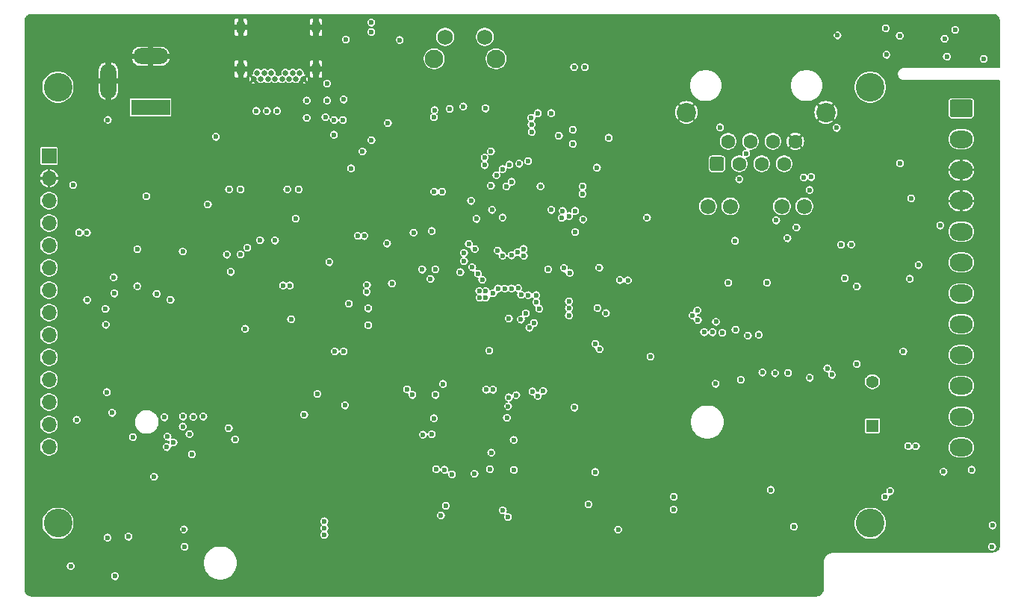
<source format=gbr>
%TF.GenerationSoftware,KiCad,Pcbnew,(5.1.7)-1*%
%TF.CreationDate,2020-11-26T18:08:09+01:00*%
%TF.ProjectId,Sleep_Monitor_2020__V2_0,536c6565-705f-44d6-9f6e-69746f725f32,rev?*%
%TF.SameCoordinates,Original*%
%TF.FileFunction,Copper,L3,Inr*%
%TF.FilePolarity,Positive*%
%FSLAX46Y46*%
G04 Gerber Fmt 4.6, Leading zero omitted, Abs format (unit mm)*
G04 Created by KiCad (PCBNEW (5.1.7)-1) date 2020-11-26 18:08:09*
%MOMM*%
%LPD*%
G01*
G04 APERTURE LIST*
%TA.AperFunction,ComponentPad*%
%ADD10O,2.600000X2.000000*%
%TD*%
%TA.AperFunction,ComponentPad*%
%ADD11C,0.650000*%
%TD*%
%TA.AperFunction,ComponentPad*%
%ADD12O,1.700000X1.700000*%
%TD*%
%TA.AperFunction,ComponentPad*%
%ADD13R,1.700000X1.700000*%
%TD*%
%TA.AperFunction,WasherPad*%
%ADD14C,3.250000*%
%TD*%
%TA.AperFunction,ComponentPad*%
%ADD15R,4.400000X1.800000*%
%TD*%
%TA.AperFunction,ComponentPad*%
%ADD16O,4.000000X1.800000*%
%TD*%
%TA.AperFunction,ComponentPad*%
%ADD17O,1.800000X4.000000*%
%TD*%
%TA.AperFunction,ComponentPad*%
%ADD18C,1.600000*%
%TD*%
%TA.AperFunction,ComponentPad*%
%ADD19C,2.200000*%
%TD*%
%TA.AperFunction,ComponentPad*%
%ADD20C,1.720000*%
%TD*%
%TA.AperFunction,ComponentPad*%
%ADD21C,2.100000*%
%TD*%
%TA.AperFunction,ComponentPad*%
%ADD22C,1.750000*%
%TD*%
%TA.AperFunction,ComponentPad*%
%ADD23R,1.400000X1.400000*%
%TD*%
%TA.AperFunction,ComponentPad*%
%ADD24C,1.400000*%
%TD*%
%TA.AperFunction,ComponentPad*%
%ADD25C,0.500000*%
%TD*%
%TA.AperFunction,ViaPad*%
%ADD26C,0.600000*%
%TD*%
%TA.AperFunction,Conductor*%
%ADD27C,0.304800*%
%TD*%
%TA.AperFunction,Conductor*%
%ADD28C,0.152400*%
%TD*%
%TA.AperFunction,Conductor*%
%ADD29C,0.100000*%
%TD*%
G04 APERTURE END LIST*
D10*
%TO.N,/misc/IO_MISC_4*%
%TO.C,J5*%
X139400000Y-80900000D03*
%TO.N,/misc/IO_MISC_3*%
X139400000Y-77400000D03*
%TO.N,/misc/IO_MISC_2*%
X139400000Y-73900000D03*
%TO.N,/misc/IO_MISC_1*%
X139400000Y-70400000D03*
%TO.N,/misc/UART_RX_CONN*%
X139400000Y-66900000D03*
%TO.N,/misc/UART_TX_CONN*%
X139400000Y-63400000D03*
%TO.N,CAN_L*%
X139400000Y-59900000D03*
%TO.N,CAN_H*%
X139400000Y-56400000D03*
%TO.N,GND*%
X139400000Y-52900000D03*
X139400000Y-49400000D03*
%TO.N,Net-(D28-Pad1)*%
X139400000Y-45900000D03*
%TO.N,Net-(D26-Pad1)*%
%TA.AperFunction,ComponentPad*%
G36*
G01*
X138350000Y-41400000D02*
X140450000Y-41400000D01*
G75*
G02*
X140700000Y-41650000I0J-250000D01*
G01*
X140700000Y-43150000D01*
G75*
G02*
X140450000Y-43400000I-250000J0D01*
G01*
X138350000Y-43400000D01*
G75*
G02*
X138100000Y-43150000I0J250000D01*
G01*
X138100000Y-41650000D01*
G75*
G02*
X138350000Y-41400000I250000J0D01*
G01*
G37*
%TD.AperFunction*%
%TD*%
D11*
%TO.N,Net-(D22-Pad1)*%
%TO.C,J3*%
X61200000Y-38380000D03*
%TO.N,Net-(J3-PadB8)*%
X62800000Y-38380000D03*
%TO.N,Net-(J3-PadB3)*%
X60400000Y-38380000D03*
%TO.N,Net-(J3-PadB10)*%
X63600000Y-38380000D03*
%TO.N,Net-(J3-PadB11)*%
X64400000Y-38380000D03*
%TO.N,Net-(J3-PadB2)*%
X59600000Y-38380000D03*
%TO.N,/usbc_power_delivery/D+*%
X61600000Y-39080000D03*
%TO.N,/usbc_power_delivery/D-*%
X62400000Y-39080000D03*
%TO.N,VBUS*%
X63200000Y-39080000D03*
X60800000Y-39080000D03*
%TO.N,N/C*%
X60000000Y-39080000D03*
X64000000Y-39080000D03*
%TO.N,GND*%
X64800000Y-39080000D03*
X59200000Y-39080000D03*
%TA.AperFunction,ComponentPad*%
G36*
G01*
X58230000Y-32900000D02*
X58230000Y-33500000D01*
G75*
G02*
X57730000Y-34000000I-500000J0D01*
G01*
X57730000Y-34000000D01*
G75*
G02*
X57230000Y-33500000I0J500000D01*
G01*
X57230000Y-32900000D01*
G75*
G02*
X57730000Y-32400000I500000J0D01*
G01*
X57730000Y-32400000D01*
G75*
G02*
X58230000Y-32900000I0J-500000D01*
G01*
G37*
%TD.AperFunction*%
%TA.AperFunction,ComponentPad*%
G36*
G01*
X66770000Y-32900000D02*
X66770000Y-33500000D01*
G75*
G02*
X66270000Y-34000000I-500000J0D01*
G01*
X66270000Y-34000000D01*
G75*
G02*
X65770000Y-33500000I0J500000D01*
G01*
X65770000Y-32900000D01*
G75*
G02*
X66270000Y-32400000I500000J0D01*
G01*
X66270000Y-32400000D01*
G75*
G02*
X66770000Y-32900000I0J-500000D01*
G01*
G37*
%TD.AperFunction*%
%TA.AperFunction,ComponentPad*%
G36*
G01*
X58230000Y-37630000D02*
X58230000Y-38230000D01*
G75*
G02*
X57730000Y-38730000I-500000J0D01*
G01*
X57730000Y-38730000D01*
G75*
G02*
X57230000Y-38230000I0J500000D01*
G01*
X57230000Y-37630000D01*
G75*
G02*
X57730000Y-37130000I500000J0D01*
G01*
X57730000Y-37130000D01*
G75*
G02*
X58230000Y-37630000I0J-500000D01*
G01*
G37*
%TD.AperFunction*%
%TA.AperFunction,ComponentPad*%
G36*
G01*
X66770000Y-37630000D02*
X66770000Y-38230000D01*
G75*
G02*
X66270000Y-38730000I-500000J0D01*
G01*
X66270000Y-38730000D01*
G75*
G02*
X65770000Y-38230000I0J500000D01*
G01*
X65770000Y-37630000D01*
G75*
G02*
X66270000Y-37130000I500000J0D01*
G01*
X66270000Y-37130000D01*
G75*
G02*
X66770000Y-37630000I0J-500000D01*
G01*
G37*
%TD.AperFunction*%
%TD*%
D12*
%TO.N,Net-(R115-Pad1)*%
%TO.C,U29*%
X36000000Y-52880000D03*
%TO.N,Net-(R118-Pad2)*%
X36000000Y-65580000D03*
%TO.N,Net-(RA3-Pad2)*%
X36000000Y-57960000D03*
%TO.N,Net-(R119-Pad2)*%
X36000000Y-68120000D03*
%TO.N,Net-(RA1-Pad2)*%
X36000000Y-78280000D03*
%TO.N,GND*%
X36000000Y-50340000D03*
%TO.N,Net-(RA1-Pad3)*%
X36000000Y-75740000D03*
%TO.N,Net-(RA3-Pad1)*%
X36000000Y-60500000D03*
%TO.N,Net-(R117-Pad1)*%
X36000000Y-73200000D03*
%TO.N,Net-(RA2-Pad1)*%
X36000000Y-70660000D03*
%TO.N,Net-(RA2-Pad4)*%
X36000000Y-63040000D03*
D13*
%TO.N,+3V3_LP*%
X36000000Y-47800000D03*
D12*
%TO.N,Net-(R116-Pad2)*%
X36000000Y-80820000D03*
%TO.N,Net-(RA3-Pad3)*%
X36000000Y-55420000D03*
D14*
%TO.N,*%
X129100000Y-40000000D03*
X129100000Y-89500000D03*
X37000000Y-89500000D03*
X37000000Y-40000000D03*
%TD*%
D15*
%TO.N,Net-(J1-Pad1)*%
%TO.C,J1*%
X47500000Y-42300000D03*
D16*
%TO.N,GND*%
X47500000Y-36500000D03*
D17*
X42700000Y-39300000D03*
%TD*%
%TO.N,/com/ETH_TX+*%
%TO.C,U27*%
%TA.AperFunction,ComponentPad*%
G36*
G01*
X112500000Y-48148000D02*
X112500000Y-49252000D01*
G75*
G02*
X112252000Y-49500000I-248000J0D01*
G01*
X111148000Y-49500000D01*
G75*
G02*
X110900000Y-49252000I0J248000D01*
G01*
X110900000Y-48148000D01*
G75*
G02*
X111148000Y-47900000I248000J0D01*
G01*
X112252000Y-47900000D01*
G75*
G02*
X112500000Y-48148000I0J-248000D01*
G01*
G37*
%TD.AperFunction*%
D18*
%TO.N,+3V3_LP*%
X112970000Y-46160000D03*
%TO.N,/com/ETH_TX-*%
X114240000Y-48700000D03*
%TO.N,/com/ETH_RX+*%
X115510000Y-46160000D03*
%TO.N,+3V3_LP*%
X116780000Y-48700000D03*
%TO.N,/com/ETH_RX-*%
X118050000Y-46160000D03*
%TO.N,N/C*%
X119320000Y-48700000D03*
%TO.N,GND*%
X120590000Y-46160000D03*
D19*
X108245000Y-42860000D03*
X124045000Y-42860000D03*
D20*
%TO.N,Net-(R111-Pad2)*%
X113220000Y-53530000D03*
%TO.N,Net-(R107-Pad2)*%
X119070000Y-53530000D03*
%TO.N,Net-(R108-Pad2)*%
X110680000Y-53530000D03*
%TO.N,Net-(R112-Pad2)*%
X121610000Y-53530000D03*
%TD*%
D21*
%TO.N,*%
%TO.C,SW1*%
X79650000Y-36790000D03*
D22*
%TO.N,Net-(R32-Pad2)*%
X80900000Y-34300000D03*
%TO.N,+3V3*%
X85400000Y-34300000D03*
D21*
%TO.N,*%
X86660000Y-36790000D03*
%TD*%
D23*
%TO.N,+5V*%
%TO.C,BZ1*%
X129330000Y-78420000D03*
D24*
%TO.N,Net-(BZ1-Pad2)*%
X129330000Y-73420000D03*
%TD*%
D25*
%TO.N,GND*%
%TO.C,U17*%
X66350000Y-72400000D03*
X65400000Y-72975000D03*
X65400000Y-71825000D03*
X64450000Y-72400000D03*
%TD*%
%TO.N,GND*%
%TO.C,U19*%
X59750000Y-64000000D03*
X60700000Y-63425000D03*
X60700000Y-64575000D03*
X61650000Y-64000000D03*
%TD*%
D26*
%TO.N,GND*%
X45200000Y-66200000D03*
X46400000Y-66200000D03*
X45200000Y-65000000D03*
X51200000Y-43700000D03*
X142900000Y-88500000D03*
X65230000Y-42490000D03*
X51200000Y-42500000D03*
X51200000Y-41300000D03*
X52200000Y-41800000D03*
X53500000Y-41800000D03*
X54900000Y-41800000D03*
X56200000Y-41800000D03*
X47000000Y-50300000D03*
X45900000Y-50300000D03*
X48700000Y-69100000D03*
X48720000Y-71320000D03*
X48720000Y-74020000D03*
X46400000Y-65000000D03*
X38200000Y-70600000D03*
X38200000Y-71700000D03*
X38400000Y-46500000D03*
X39700000Y-46500000D03*
X60320000Y-74800000D03*
X62120000Y-74820000D03*
X63620000Y-74820000D03*
X57400000Y-74800000D03*
X58500000Y-74800000D03*
X67700000Y-74800000D03*
X69000000Y-74800000D03*
X70400000Y-74800000D03*
X67600000Y-73700000D03*
X71700000Y-74800000D03*
X56800000Y-66100000D03*
X58200000Y-66100000D03*
X62900000Y-65500000D03*
X62900000Y-64500000D03*
X73400000Y-70400000D03*
X37800000Y-51400000D03*
X38200000Y-61400000D03*
X38200000Y-62400000D03*
X59300000Y-70100000D03*
X62300000Y-70000000D03*
X74230000Y-70400000D03*
X81430000Y-70791768D03*
X48720000Y-72220000D03*
X37800000Y-53210000D03*
X72530000Y-39460000D03*
X72530000Y-41010000D03*
X73530000Y-43210000D03*
X73530000Y-41810000D03*
X75640000Y-40920000D03*
X72630000Y-36610000D03*
X71830000Y-49910000D03*
X72530000Y-47710000D03*
X71630000Y-45410000D03*
X71630000Y-46310000D03*
X74030000Y-39210000D03*
X54420000Y-66690000D03*
X54430000Y-65410000D03*
X54430000Y-64210000D03*
X98140000Y-66000000D03*
X92030000Y-64380000D03*
X80530000Y-47940000D03*
X85190000Y-79230000D03*
X83190000Y-78230000D03*
X81190000Y-78330000D03*
X103990000Y-66430000D03*
X105290000Y-66430000D03*
X106590000Y-66430000D03*
X105990000Y-67230000D03*
X104590000Y-67230000D03*
X75960000Y-52420000D03*
X77080000Y-52440000D03*
X78090000Y-52430000D03*
X98520000Y-39720000D03*
X98520000Y-37520000D03*
X95820000Y-39720000D03*
X97120000Y-38920000D03*
X95520000Y-43620000D03*
X84720000Y-47420000D03*
X82620000Y-82720000D03*
X84220000Y-82720000D03*
X91720000Y-58420000D03*
X92920000Y-58420000D03*
X91020000Y-60620000D03*
X91620000Y-59520000D03*
X72520000Y-70420000D03*
X114490000Y-64690000D03*
X114490000Y-63630000D03*
X115720000Y-63660000D03*
X115660000Y-64670000D03*
X65620000Y-75520000D03*
X60520000Y-72620000D03*
X34020000Y-36820000D03*
X34020000Y-40820000D03*
X34020000Y-44820000D03*
X34020000Y-48820000D03*
X34020000Y-52820000D03*
X34020000Y-56820000D03*
X34020000Y-60820000D03*
X34020000Y-64820000D03*
X34020000Y-68820000D03*
X34020000Y-72820000D03*
X34020000Y-76820000D03*
X34020000Y-80820000D03*
X34020000Y-84820000D03*
X34020000Y-88820000D03*
X34020000Y-92820000D03*
X34020000Y-96820000D03*
X37120000Y-97220000D03*
X41120000Y-97220000D03*
X45120000Y-97220000D03*
X49120000Y-97220000D03*
X53120000Y-97220000D03*
X57120000Y-97220000D03*
X61120000Y-97220000D03*
X65120000Y-97220000D03*
X69120000Y-97220000D03*
X73120000Y-97220000D03*
X77120000Y-97220000D03*
X81120000Y-97220000D03*
X85120000Y-97220000D03*
X89120000Y-97220000D03*
X93120000Y-97220000D03*
X97120000Y-97220000D03*
X101120000Y-97220000D03*
X105120000Y-97220000D03*
X109120000Y-97220000D03*
X113120000Y-97220000D03*
X117120000Y-97220000D03*
X121120000Y-97220000D03*
X123020000Y-96420000D03*
X123120000Y-93920000D03*
X125220000Y-92020000D03*
X127120000Y-92020000D03*
X129120000Y-92020000D03*
X131020000Y-92020000D03*
X131520000Y-90120000D03*
X143020000Y-90920000D03*
X142920000Y-87320000D03*
X142920000Y-83320000D03*
X142920000Y-79320000D03*
X142920000Y-75320000D03*
X142920000Y-71320000D03*
X142920000Y-67320000D03*
X142920000Y-63320000D03*
X142920000Y-59320000D03*
X142920000Y-55320000D03*
X142920000Y-51320000D03*
X142920000Y-47320000D03*
X142920000Y-43320000D03*
X142920000Y-85320000D03*
X142920000Y-39820000D03*
X139920000Y-39820000D03*
X136920000Y-39820000D03*
X131220000Y-38420000D03*
X132920000Y-37020000D03*
X135220000Y-37020000D03*
X138920000Y-37020000D03*
X140620000Y-37020000D03*
X142920000Y-32420000D03*
X138920000Y-32420000D03*
X134920000Y-32420000D03*
X130920000Y-32420000D03*
X126920000Y-32420000D03*
X122920000Y-32420000D03*
X118920000Y-32420000D03*
X114920000Y-32420000D03*
X110920000Y-32420000D03*
X106920000Y-32420000D03*
X102920000Y-32420000D03*
X98920000Y-32420000D03*
X62920000Y-32420000D03*
X58920000Y-32420000D03*
X54920000Y-32420000D03*
X50920000Y-32420000D03*
X46920000Y-32420000D03*
X42920000Y-32420000D03*
X38920000Y-32420000D03*
X34020000Y-33720000D03*
X35520000Y-32420000D03*
X94920000Y-32420000D03*
X89020000Y-32420000D03*
X89020000Y-33920000D03*
X81500000Y-38100000D03*
X83020000Y-38020000D03*
X84420000Y-38020000D03*
X77920000Y-34620000D03*
X77920000Y-36120000D03*
X77920000Y-37420000D03*
X37320000Y-34920000D03*
X41020000Y-34920000D03*
X44920000Y-34920000D03*
X39120000Y-37320000D03*
X36620000Y-43220000D03*
X40020000Y-41620000D03*
X45020000Y-38920000D03*
X49420000Y-38920000D03*
X51720000Y-35720000D03*
X55620000Y-36120000D03*
X52520000Y-38920000D03*
X54320000Y-39920000D03*
X59720000Y-34420000D03*
X62020000Y-34420000D03*
X64320000Y-34420000D03*
X59320000Y-37220000D03*
X61120000Y-37220000D03*
X63520000Y-37320000D03*
X65120000Y-37320000D03*
X54720000Y-49320000D03*
X45320000Y-53420000D03*
X43920000Y-53420000D03*
X42420000Y-53420000D03*
X59320000Y-94320000D03*
X63320000Y-94320000D03*
X67220000Y-94320000D03*
X71120000Y-94220000D03*
X75220000Y-94120000D03*
X87020000Y-95020000D03*
X91120000Y-95120000D03*
X95120000Y-95120000D03*
X99120000Y-94920000D03*
X103320000Y-95020000D03*
X107120000Y-94920000D03*
X114120000Y-82220000D03*
X114120000Y-84020000D03*
X114120000Y-86420000D03*
X114120000Y-87720000D03*
X114120000Y-89120000D03*
X114120000Y-91320000D03*
X109620000Y-91320000D03*
X109620000Y-90520000D03*
X114120000Y-93020000D03*
X114120000Y-95020000D03*
X108120000Y-93220000D03*
X109920000Y-94820000D03*
X117520000Y-92920000D03*
X120120000Y-93120000D03*
X117520000Y-89220000D03*
X117420000Y-82220000D03*
X83220000Y-86620000D03*
X84920000Y-86620000D03*
X84920000Y-88420000D03*
X83220000Y-88420000D03*
X86220000Y-85420000D03*
X86420000Y-89820000D03*
X45800000Y-65600000D03*
X57320000Y-76320000D03*
X59220000Y-76320000D03*
X61520000Y-76420000D03*
X63920000Y-76420000D03*
X87720000Y-91520000D03*
X90520000Y-91520000D03*
X93720000Y-91520000D03*
X97720000Y-91520000D03*
X101420000Y-91520000D03*
X104420000Y-91520000D03*
X107520000Y-90220000D03*
X105420000Y-89220000D03*
X106820000Y-83220000D03*
X106820000Y-84820000D03*
X59220000Y-86420000D03*
X65820000Y-86420000D03*
X62620000Y-86420000D03*
X60820000Y-88220000D03*
X64320000Y-88320000D03*
X63020000Y-90720000D03*
X68520000Y-86520000D03*
X72520000Y-86520000D03*
X77620000Y-86520000D03*
X74820000Y-88220000D03*
X71120000Y-90520000D03*
X95720000Y-75320000D03*
X95720000Y-74320000D03*
X100420000Y-74620000D03*
X99120000Y-76020000D03*
X82220000Y-79220000D03*
X83820000Y-79220000D03*
X80020000Y-56920000D03*
X94080000Y-62420000D03*
X98920000Y-79920000D03*
X101520000Y-79920000D03*
X104420000Y-79920000D03*
X107620000Y-79920000D03*
X107420000Y-76520000D03*
X101520000Y-76520000D03*
X104420000Y-76520000D03*
X96620000Y-79420000D03*
X93120000Y-79820000D03*
X72620000Y-35020000D03*
X74520000Y-32320000D03*
X70620000Y-32320000D03*
X132320000Y-39820000D03*
X92320000Y-65120000D03*
X39320000Y-53620000D03*
X47220000Y-58320000D03*
X43620000Y-59720000D03*
X48720000Y-73120000D03*
X39220000Y-82820000D03*
X39220000Y-86320000D03*
X36820000Y-84420000D03*
X50820000Y-86620000D03*
X46920000Y-86620000D03*
X48920000Y-86620000D03*
X52420000Y-88220000D03*
X55320000Y-88220000D03*
X60920000Y-80420000D03*
X64220000Y-80420000D03*
X67720000Y-80420000D03*
X73920000Y-75520000D03*
X71720000Y-80520000D03*
X75420000Y-80520000D03*
X67820000Y-64220000D03*
X67820000Y-63220000D03*
X65220000Y-53420000D03*
X68220000Y-53420000D03*
X66620000Y-52520000D03*
X55120000Y-51320000D03*
X82120000Y-36920000D03*
X83520000Y-37020000D03*
X97020000Y-33720000D03*
X106020000Y-34320000D03*
X109020000Y-36820000D03*
X114020000Y-36720000D03*
X118820000Y-36720000D03*
X124220000Y-36720000D03*
X125620000Y-39620000D03*
X118720000Y-39920000D03*
X114020000Y-39820000D03*
X116420000Y-38220000D03*
X104620000Y-40520000D03*
X102320000Y-42520000D03*
X102420000Y-38520000D03*
X106620000Y-38520000D03*
X106220000Y-43820000D03*
X123220000Y-48220000D03*
X122020000Y-47120000D03*
X119720000Y-44520000D03*
X122520000Y-45520000D03*
X134820000Y-48120000D03*
X134820000Y-50220000D03*
X134820000Y-52420000D03*
X134820000Y-54920000D03*
X136920000Y-51320000D03*
X134720000Y-61520000D03*
X137620000Y-65020000D03*
X135620000Y-64520000D03*
X132520000Y-73420000D03*
X134720000Y-71620000D03*
X137820000Y-71620000D03*
X136620000Y-74820000D03*
X133420000Y-75320000D03*
X134720000Y-76420000D03*
X131820000Y-78220000D03*
X134720000Y-78720000D03*
X138220000Y-79020000D03*
X126420000Y-88920000D03*
X126420000Y-86720000D03*
X129420000Y-86520000D03*
X131120000Y-84220000D03*
X121320000Y-82120000D03*
X125220000Y-82120000D03*
X116920000Y-75620000D03*
X118620000Y-77320000D03*
X125120000Y-77420000D03*
X122020000Y-77320000D03*
X125020000Y-74320000D03*
X123120000Y-75520000D03*
X120120000Y-74020000D03*
X115220000Y-73920000D03*
X117520000Y-66620000D03*
X118920000Y-66620000D03*
X119720000Y-68220000D03*
X121120000Y-68220000D03*
X107120000Y-62020000D03*
X108720000Y-60420000D03*
X108720000Y-58020000D03*
X108820000Y-55820000D03*
X107020000Y-54820000D03*
X107020000Y-53020000D03*
X107020000Y-51420000D03*
X104720000Y-50520000D03*
X106320000Y-49220000D03*
X104220000Y-49020000D03*
X108820000Y-51920000D03*
X109520000Y-48020000D03*
X110220000Y-46620000D03*
X100920000Y-46520000D03*
X103020000Y-46520000D03*
X106220000Y-46520000D03*
X132320000Y-41620000D03*
X132320000Y-43720000D03*
X132420000Y-46620000D03*
X129520000Y-42720000D03*
X126720000Y-42520000D03*
X128020000Y-44520000D03*
X128020000Y-46720000D03*
X123220000Y-50820000D03*
X127720000Y-82820000D03*
X107120000Y-63220000D03*
X123820000Y-92720000D03*
X123120000Y-95220000D03*
X122320000Y-97220000D03*
X119020000Y-97320000D03*
X95520000Y-78120000D03*
X95520000Y-79420000D03*
X94220000Y-79420000D03*
X92020000Y-79820000D03*
X99620000Y-67720000D03*
X96300000Y-71710000D03*
X84250000Y-77320000D03*
%TO.N,Net-(BT1-Pad1)*%
X80660000Y-73680000D03*
X67210000Y-90820000D03*
X92570000Y-60690000D03*
X79610000Y-77570000D03*
X67210000Y-89260000D03*
X67220000Y-90050000D03*
%TO.N,+5V*%
X63300000Y-62500000D03*
X63430000Y-66330000D03*
X51140000Y-58650000D03*
X47030000Y-52390000D03*
X72530000Y-33730000D03*
X62520000Y-62500000D03*
X58470000Y-58230000D03*
X88130000Y-66260000D03*
X133710000Y-52620000D03*
X127570000Y-71410000D03*
X127580000Y-62620000D03*
X72530000Y-32680000D03*
%TO.N,+V_EXT*%
X72550000Y-46020000D03*
X54920000Y-45640000D03*
%TO.N,V_USB_ADC*%
X91560000Y-65150000D03*
X72040000Y-62470000D03*
%TO.N,VUSB_PD_SUPPLY*%
X63000000Y-51600000D03*
X70230000Y-49210000D03*
X85470000Y-42410000D03*
%TO.N,V_EXT_ADC*%
X90040000Y-65680000D03*
X72000000Y-63250000D03*
%TO.N,Net-(C11-Pad1)*%
X57700000Y-51600000D03*
%TO.N,Net-(C12-Pad1)*%
X64300000Y-51600000D03*
%TO.N,+VSYS*%
X59923680Y-57383680D03*
X80530000Y-51870000D03*
X125290000Y-44620000D03*
X95360000Y-44820000D03*
X90680000Y-44260000D03*
%TO.N,+3V3*%
X66400000Y-74830000D03*
X79800000Y-74920000D03*
X95560000Y-76360000D03*
X68400000Y-70000000D03*
X69400000Y-70000000D03*
X100700000Y-61900000D03*
X46000000Y-58400000D03*
X56600000Y-60960000D03*
X51300000Y-90180000D03*
X71000000Y-56880000D03*
X71720000Y-56890000D03*
X57710000Y-59000000D03*
X83830000Y-52910000D03*
X71530000Y-47310000D03*
X82960000Y-42180000D03*
X77310000Y-56520000D03*
X96470000Y-52120000D03*
X104170000Y-70600000D03*
%TO.N,SYS_CUR_ADC*%
X89490000Y-66370000D03*
X69990000Y-64580000D03*
%TO.N,/mcu/BOOT0*%
X91400000Y-42950000D03*
X92920000Y-42940000D03*
%TO.N,+VSYS_LIM*%
X38450000Y-94360000D03*
X48190000Y-63460000D03*
%TO.N,BAT_MEASURE_ADC*%
X51360000Y-92150000D03*
X88040000Y-76210000D03*
%TO.N,VBUS*%
X68300000Y-45400000D03*
X67500000Y-41500000D03*
X65200000Y-41500000D03*
X65200000Y-43500000D03*
X59500000Y-42700000D03*
X69400000Y-41400000D03*
X67500000Y-39600000D03*
X74410000Y-44080000D03*
X67320000Y-43420000D03*
X69320000Y-43720000D03*
X68320000Y-43720000D03*
%TO.N,SD_DETECT*%
X103790000Y-54800000D03*
X85100000Y-61870000D03*
X95640000Y-56450000D03*
%TO.N,IO_UART_RX*%
X88430000Y-50730000D03*
X120730000Y-55920000D03*
%TO.N,/misc/IO_MISC_1*%
X88690000Y-83440000D03*
X117800000Y-85700000D03*
%TO.N,/misc/IO_MISC_2*%
X106790000Y-87950000D03*
X120430000Y-89870000D03*
%TO.N,/mcu/SWCLK*%
X79380000Y-56320000D03*
%TO.N,/mcu/UART_DBG_TX*%
X79240000Y-61760000D03*
%TO.N,/mcu/UART_DBG_RX*%
X82620000Y-60990000D03*
%TO.N,/mcu/SWDIO*%
X83040000Y-59760000D03*
%TO.N,CAN_L*%
X137020000Y-55700000D03*
%TO.N,VEXT_SWITCH_PWM*%
X54000000Y-53320000D03*
X56140000Y-59010000D03*
%TO.N,SYS_PWR_DETECT*%
X74320000Y-57750000D03*
X98380000Y-60490000D03*
%TO.N,BUZZER*%
X88970000Y-74940000D03*
X114420000Y-73220000D03*
X111560000Y-73660000D03*
%TO.N,SENS_SCL*%
X89300000Y-48690000D03*
X95370000Y-46430000D03*
X96750000Y-37750000D03*
X130930000Y-36330000D03*
X137770000Y-36530000D03*
%TO.N,SENS_SDA*%
X90300000Y-48390000D03*
X93790000Y-45520000D03*
X95510000Y-37740000D03*
X130840000Y-33310000D03*
X137500000Y-34510000D03*
X141950000Y-36800000D03*
%TO.N,CHARGER_ENABLE*%
X42400000Y-65180000D03*
X91240000Y-64400000D03*
%TO.N,CHARGER_BOOST_EN*%
X43340000Y-61570000D03*
X89500000Y-63560000D03*
%TO.N,CHARGER_STAT*%
X45990000Y-62580000D03*
X90330000Y-63600000D03*
%TO.N,CHARGER_PG*%
X43400000Y-63410000D03*
X91220000Y-63610000D03*
%TO.N,5V_SUPPLY_EN*%
X58240000Y-67410000D03*
X90970000Y-66750000D03*
%TO.N,BAT_MEASURE_EN*%
X45000000Y-91020000D03*
X88120000Y-75210000D03*
%TO.N,USBC_PD_SCL*%
X86870000Y-62850000D03*
X85370000Y-48850000D03*
%TO.N,USBC_PD_SDA*%
X86340000Y-63400000D03*
X85380000Y-48010000D03*
%TO.N,USBC_PD_RST*%
X87630000Y-62860000D03*
X86100000Y-47280000D03*
%TO.N,RMII_REF_CLK*%
X97920000Y-69120000D03*
X110250000Y-67810000D03*
%TO.N,BLE_UART_RX*%
X134260000Y-80760000D03*
X79390000Y-79390000D03*
%TO.N,BLE_UART_TX*%
X78390000Y-79430000D03*
X133390000Y-80730000D03*
%TO.N,RMII_RX_ER*%
X86320000Y-74340000D03*
X112330000Y-67890000D03*
%TO.N,RMII_RX_D0*%
X118280000Y-72480000D03*
X91390000Y-75030000D03*
%TO.N,RMII_RX_D1*%
X119780000Y-72430000D03*
X90790000Y-74530000D03*
%TO.N,RMII_CRS_DV*%
X116850000Y-72390000D03*
X92020000Y-74480000D03*
%TO.N,CAN_STB*%
X122210000Y-51660000D03*
X86700000Y-50000000D03*
%TO.N,T_IRQ*%
X87400000Y-59110000D03*
X49440000Y-79670000D03*
%TO.N,IO_UART_TX*%
X87830000Y-51260000D03*
X134560000Y-60200000D03*
X126920000Y-57860000D03*
%TO.N,IO_DIGITAL_1*%
X87440000Y-88030000D03*
X132840000Y-70000000D03*
X124210000Y-71910000D03*
%TO.N,IO_DIGITAL_2*%
X88020000Y-88800000D03*
X124750000Y-72650000D03*
%TO.N,LED_G_PWM*%
X75740000Y-34640000D03*
%TO.N,LED_R_PWM*%
X69650000Y-34600000D03*
%TO.N,D_MOSI*%
X89820000Y-59140000D03*
X52330000Y-77410000D03*
%TO.N,D_MISO*%
X89790000Y-58360000D03*
X51910000Y-79380000D03*
%TO.N,D_SCK*%
X89100000Y-58740000D03*
X51150000Y-78510000D03*
%TO.N,D_DC_RS*%
X88410000Y-59090000D03*
X51180000Y-77390000D03*
%TO.N,SD_CMD*%
X94130000Y-54830000D03*
X87400000Y-54790000D03*
%TO.N,CAN_TX*%
X88200000Y-48790000D03*
X121560000Y-50240000D03*
%TO.N,CAN_RX*%
X87400000Y-49290000D03*
X122400000Y-50200000D03*
%TO.N,SD_CLK*%
X94230000Y-54030000D03*
X84250000Y-58370000D03*
%TO.N,SD_D3*%
X92930000Y-53930000D03*
X84450000Y-54950000D03*
%TO.N,SD_D2*%
X86200000Y-53940000D03*
%TO.N,USBC_D-*%
X78300000Y-60700000D03*
X79780000Y-60690000D03*
%TO.N,SD_D1*%
X83980000Y-60450000D03*
X95630000Y-54030000D03*
%TO.N,SD_D0*%
X84620000Y-61160000D03*
X94930000Y-54630000D03*
%TO.N,RMII_TX_D1*%
X76580000Y-74290000D03*
X109480000Y-65350000D03*
%TO.N,RMII_TX_D0*%
X77180000Y-74920000D03*
X108960000Y-65910000D03*
%TO.N,RMII_TX_EN*%
X85530000Y-74340000D03*
X109550000Y-66450000D03*
%TO.N,SENS_IMU_INT1*%
X83570000Y-57790000D03*
X96520000Y-55030000D03*
%TO.N,D_LED*%
X85910000Y-69920000D03*
X53490000Y-77390000D03*
%TO.N,USBC_PD_PDO2_OK*%
X88400000Y-62850000D03*
X81410000Y-42470000D03*
%TO.N,USBC_PD_EN_SINK*%
X89170000Y-62830000D03*
X86100000Y-51190000D03*
X79670000Y-51870000D03*
%TO.N,RMII_MDIO*%
X98390000Y-69740000D03*
X111220000Y-67820000D03*
%TO.N,RMII_MDC*%
X98160000Y-65070000D03*
X111590000Y-66640000D03*
%TO.N,T_CS*%
X94930000Y-64310000D03*
X45500000Y-79710000D03*
%TO.N,SENS_MIC_DATA*%
X95010000Y-61070000D03*
X69550000Y-76120000D03*
%TO.N,SENS_MIC_CLK*%
X94380000Y-60540000D03*
X64920000Y-77180000D03*
%TO.N,+3V3_LP*%
X40300000Y-56500000D03*
X39400000Y-56500000D03*
X85500000Y-63900000D03*
X84800000Y-63900000D03*
X39120000Y-77740000D03*
X47910000Y-84230000D03*
X85500000Y-63140000D03*
X84770000Y-63150000D03*
X38730000Y-51110000D03*
X67770000Y-59860000D03*
X98110000Y-49130000D03*
X96490000Y-51260000D03*
X125390000Y-34130000D03*
X138720000Y-33500000D03*
X132420000Y-34170000D03*
X91700000Y-51250000D03*
X99440000Y-45750000D03*
X112070000Y-44560000D03*
X115225000Y-68205000D03*
X113760000Y-57430000D03*
X122230000Y-72990000D03*
X80980000Y-87510000D03*
X100500000Y-90220000D03*
X106820000Y-86490000D03*
X85960000Y-83360000D03*
X142940000Y-89740000D03*
X140580000Y-83420000D03*
X88660000Y-80030000D03*
X132460000Y-48630000D03*
X119710000Y-57150000D03*
X126200000Y-61690000D03*
%TO.N,3V3_LP_SWITCH*%
X72180000Y-67020000D03*
X72180000Y-65110000D03*
X90440000Y-67310000D03*
%TO.N,3V3_LP_PRECHARGE*%
X74860000Y-62290000D03*
%TO.N,BLE_RST*%
X137410000Y-83650000D03*
X86110000Y-81470000D03*
%TO.N,/usbc_power_delivery/D+*%
X61830000Y-42690000D03*
%TO.N,/com/ETH_RX-*%
X115020000Y-47520000D03*
%TO.N,/com/ETH_TX-*%
X114230000Y-50460000D03*
%TO.N,Net-(J1-Pad1)*%
X42670000Y-43710000D03*
%TO.N,/misc/UART_RX_CONN*%
X125790000Y-57900000D03*
X133580000Y-61740000D03*
%TO.N,Net-(C11-Pad2)*%
X56400000Y-51600000D03*
%TO.N,Net-(R12-Pad1)*%
X61617860Y-57406540D03*
X63950000Y-54920000D03*
%TO.N,/mcu/NRST*%
X99140000Y-65630000D03*
X101600000Y-61910000D03*
X83040000Y-58820000D03*
%TO.N,Net-(D22-Pad1)*%
X79630000Y-43410000D03*
X90700000Y-45070000D03*
%TO.N,Net-(R99-Pad1)*%
X130760000Y-86500000D03*
%TO.N,Net-(R100-Pad1)*%
X131340000Y-85850000D03*
%TO.N,GPIO_EXP_MISO*%
X94930000Y-65110000D03*
X49350000Y-80860000D03*
X52180000Y-81670000D03*
X81670000Y-83940000D03*
%TO.N,GPIO_EXP_MOSI*%
X94930000Y-65910000D03*
X50119999Y-80319999D03*
X56370000Y-78710000D03*
X80830000Y-83410000D03*
%TO.N,GPIO_EXP_SCK*%
X86860000Y-58540000D03*
X49080000Y-77470000D03*
X57080000Y-79990000D03*
X79870000Y-83360000D03*
%TO.N,Net-(C52-Pad1)*%
X49770000Y-64130000D03*
X40310000Y-64170000D03*
%TO.N,Net-(C57-Pad1)*%
X42560000Y-74610000D03*
X42620000Y-91120000D03*
%TO.N,Net-(C74-Pad1)*%
X117380000Y-62190000D03*
X112990000Y-62210000D03*
%TO.N,Net-(D14-Pad2)*%
X43470000Y-95500000D03*
X87890000Y-77530000D03*
%TO.N,Net-(D21-Pad1)*%
X60700000Y-42700000D03*
X90660000Y-43490000D03*
X79710000Y-42600000D03*
%TO.N,Net-(R56-Pad1)*%
X42420000Y-66970000D03*
X43160000Y-76960000D03*
%TO.N,Net-(R87-Pad1)*%
X142900000Y-92150000D03*
%TO.N,Net-(R98-Pad2)*%
X113810000Y-67510000D03*
X116440000Y-68090000D03*
%TO.N,Net-(R153-Pad1)*%
X97900000Y-83680000D03*
X97150000Y-87360000D03*
%TO.N,Net-(R108-Pad2)*%
X118430000Y-55120000D03*
%TO.N,Net-(R121-Pad1)*%
X84230000Y-83880000D03*
X80420000Y-88610000D03*
%TD*%
D27*
%TO.N,GND*%
X59200000Y-39080000D02*
X59200000Y-39230000D01*
X59200000Y-39230000D02*
X59720000Y-39750000D01*
X64610000Y-39910000D02*
X64610000Y-39740000D01*
X64620000Y-39260000D02*
X64620000Y-39920000D01*
X64620000Y-39920000D02*
X64610000Y-39910000D01*
X64800000Y-39080000D02*
X64620000Y-39260000D01*
%TD*%
D28*
%TO.N,GND*%
X143139861Y-31793649D02*
X143274394Y-31834267D01*
X143398478Y-31900244D01*
X143507381Y-31989063D01*
X143596962Y-32097347D01*
X143663799Y-32220959D01*
X143705357Y-32355212D01*
X143721400Y-32507851D01*
X143721401Y-37721400D01*
X132886313Y-37721400D01*
X132872321Y-37722778D01*
X132865834Y-37722778D01*
X132861965Y-37723185D01*
X132764990Y-37734062D01*
X132740308Y-37739308D01*
X132715520Y-37744216D01*
X132711804Y-37745367D01*
X132618789Y-37774873D01*
X132595564Y-37784827D01*
X132572234Y-37794443D01*
X132568817Y-37796291D01*
X132568812Y-37796293D01*
X132568808Y-37796296D01*
X132483300Y-37843304D01*
X132462476Y-37857562D01*
X132441431Y-37871544D01*
X132438434Y-37874024D01*
X132363682Y-37936749D01*
X132346029Y-37954776D01*
X132328099Y-37972581D01*
X132325641Y-37975596D01*
X132264495Y-38051646D01*
X132250680Y-38072758D01*
X132236548Y-38093709D01*
X132234722Y-38097144D01*
X132189512Y-38183623D01*
X132180060Y-38207018D01*
X132170268Y-38230312D01*
X132169143Y-38234036D01*
X132141592Y-38327647D01*
X132136868Y-38352409D01*
X132131782Y-38377188D01*
X132131403Y-38381059D01*
X132122559Y-38478241D01*
X132122735Y-38503453D01*
X132122558Y-38528741D01*
X132122938Y-38532612D01*
X132133138Y-38629661D01*
X132138217Y-38654405D01*
X132142947Y-38679199D01*
X132144071Y-38682923D01*
X132172927Y-38776142D01*
X132182719Y-38799436D01*
X132192172Y-38822833D01*
X132193999Y-38826268D01*
X132240411Y-38912106D01*
X132254540Y-38933052D01*
X132268358Y-38954168D01*
X132270816Y-38957183D01*
X132333018Y-39032372D01*
X132350928Y-39050158D01*
X132368600Y-39068204D01*
X132371598Y-39070683D01*
X132447219Y-39132359D01*
X132468252Y-39146334D01*
X132489089Y-39160601D01*
X132492511Y-39162451D01*
X132578672Y-39208263D01*
X132601995Y-39217876D01*
X132625223Y-39227832D01*
X132628938Y-39228981D01*
X132628942Y-39228983D01*
X132628946Y-39228984D01*
X132722358Y-39257187D01*
X132747124Y-39262091D01*
X132771829Y-39267342D01*
X132775694Y-39267748D01*
X132775698Y-39267748D01*
X132871503Y-39277141D01*
X132886313Y-39278600D01*
X143721400Y-39278600D01*
X143721401Y-91986368D01*
X143706351Y-92139861D01*
X143665733Y-92274394D01*
X143599755Y-92398480D01*
X143510936Y-92507383D01*
X143402653Y-92596962D01*
X143279041Y-92663799D01*
X143144789Y-92705356D01*
X142992149Y-92721400D01*
X124986313Y-92721400D01*
X124973984Y-92722614D01*
X124967768Y-92722571D01*
X124963896Y-92722950D01*
X124769800Y-92743351D01*
X124745056Y-92748430D01*
X124720262Y-92753160D01*
X124716538Y-92754284D01*
X124530100Y-92811996D01*
X124506831Y-92821778D01*
X124483410Y-92831240D01*
X124479975Y-92833067D01*
X124308299Y-92925892D01*
X124287397Y-92939990D01*
X124266234Y-92953839D01*
X124263220Y-92956298D01*
X124112842Y-93080701D01*
X124095053Y-93098615D01*
X124077009Y-93116285D01*
X124074535Y-93119277D01*
X124074529Y-93119283D01*
X124074525Y-93119290D01*
X123951179Y-93270525D01*
X123937211Y-93291548D01*
X123922940Y-93312391D01*
X123921090Y-93315813D01*
X123829465Y-93488135D01*
X123819855Y-93511451D01*
X123809895Y-93534689D01*
X123808745Y-93538406D01*
X123752336Y-93725242D01*
X123747438Y-93749979D01*
X123742181Y-93774711D01*
X123741775Y-93778580D01*
X123722794Y-93972159D01*
X123721400Y-93986314D01*
X123721401Y-96986368D01*
X123706351Y-97139861D01*
X123665733Y-97274394D01*
X123599755Y-97398480D01*
X123510936Y-97507383D01*
X123402653Y-97596962D01*
X123279041Y-97663799D01*
X123144789Y-97705356D01*
X122992149Y-97721400D01*
X34013622Y-97721400D01*
X33860139Y-97706351D01*
X33725606Y-97665733D01*
X33601520Y-97599755D01*
X33492617Y-97510936D01*
X33403038Y-97402653D01*
X33336201Y-97279041D01*
X33294644Y-97144789D01*
X33278600Y-96992149D01*
X33278600Y-95447937D01*
X42941400Y-95447937D01*
X42941400Y-95552063D01*
X42961713Y-95654187D01*
X43001560Y-95750386D01*
X43059409Y-95836963D01*
X43133037Y-95910591D01*
X43219614Y-95968440D01*
X43315813Y-96008287D01*
X43417937Y-96028600D01*
X43522063Y-96028600D01*
X43624187Y-96008287D01*
X43720386Y-95968440D01*
X43806963Y-95910591D01*
X43880591Y-95836963D01*
X43938440Y-95750386D01*
X43978287Y-95654187D01*
X43998600Y-95552063D01*
X43998600Y-95447937D01*
X43978287Y-95345813D01*
X43938440Y-95249614D01*
X43880591Y-95163037D01*
X43806963Y-95089409D01*
X43720386Y-95031560D01*
X43624187Y-94991713D01*
X43522063Y-94971400D01*
X43417937Y-94971400D01*
X43315813Y-94991713D01*
X43219614Y-95031560D01*
X43133037Y-95089409D01*
X43059409Y-95163037D01*
X43001560Y-95249614D01*
X42961713Y-95345813D01*
X42941400Y-95447937D01*
X33278600Y-95447937D01*
X33278600Y-94307937D01*
X37921400Y-94307937D01*
X37921400Y-94412063D01*
X37941713Y-94514187D01*
X37981560Y-94610386D01*
X38039409Y-94696963D01*
X38113037Y-94770591D01*
X38199614Y-94828440D01*
X38295813Y-94868287D01*
X38397937Y-94888600D01*
X38502063Y-94888600D01*
X38604187Y-94868287D01*
X38700386Y-94828440D01*
X38786963Y-94770591D01*
X38860591Y-94696963D01*
X38918440Y-94610386D01*
X38958287Y-94514187D01*
X38978600Y-94412063D01*
X38978600Y-94307937D01*
X38958287Y-94205813D01*
X38918440Y-94109614D01*
X38860591Y-94023037D01*
X38786963Y-93949409D01*
X38700386Y-93891560D01*
X38604187Y-93851713D01*
X38502063Y-93831400D01*
X38397937Y-93831400D01*
X38295813Y-93851713D01*
X38199614Y-93891560D01*
X38113037Y-93949409D01*
X38039409Y-94023037D01*
X37981560Y-94109614D01*
X37941713Y-94205813D01*
X37921400Y-94307937D01*
X33278600Y-94307937D01*
X33278600Y-93807587D01*
X53446400Y-93807587D01*
X53446400Y-94192413D01*
X53521475Y-94569844D01*
X53668742Y-94925377D01*
X53882540Y-95245348D01*
X54154652Y-95517460D01*
X54474623Y-95731258D01*
X54830156Y-95878525D01*
X55207587Y-95953600D01*
X55592413Y-95953600D01*
X55969844Y-95878525D01*
X56325377Y-95731258D01*
X56645348Y-95517460D01*
X56917460Y-95245348D01*
X57131258Y-94925377D01*
X57278525Y-94569844D01*
X57353600Y-94192413D01*
X57353600Y-93807587D01*
X57278525Y-93430156D01*
X57131258Y-93074623D01*
X56917460Y-92754652D01*
X56645348Y-92482540D01*
X56325377Y-92268742D01*
X55969844Y-92121475D01*
X55851510Y-92097937D01*
X142371400Y-92097937D01*
X142371400Y-92202063D01*
X142391713Y-92304187D01*
X142431560Y-92400386D01*
X142489409Y-92486963D01*
X142563037Y-92560591D01*
X142649614Y-92618440D01*
X142745813Y-92658287D01*
X142847937Y-92678600D01*
X142952063Y-92678600D01*
X143054187Y-92658287D01*
X143150386Y-92618440D01*
X143236963Y-92560591D01*
X143310591Y-92486963D01*
X143368440Y-92400386D01*
X143408287Y-92304187D01*
X143428600Y-92202063D01*
X143428600Y-92097937D01*
X143408287Y-91995813D01*
X143368440Y-91899614D01*
X143310591Y-91813037D01*
X143236963Y-91739409D01*
X143150386Y-91681560D01*
X143054187Y-91641713D01*
X142952063Y-91621400D01*
X142847937Y-91621400D01*
X142745813Y-91641713D01*
X142649614Y-91681560D01*
X142563037Y-91739409D01*
X142489409Y-91813037D01*
X142431560Y-91899614D01*
X142391713Y-91995813D01*
X142371400Y-92097937D01*
X55851510Y-92097937D01*
X55592413Y-92046400D01*
X55207587Y-92046400D01*
X54830156Y-92121475D01*
X54474623Y-92268742D01*
X54154652Y-92482540D01*
X53882540Y-92754652D01*
X53668742Y-93074623D01*
X53521475Y-93430156D01*
X53446400Y-93807587D01*
X33278600Y-93807587D01*
X33278600Y-92097937D01*
X50831400Y-92097937D01*
X50831400Y-92202063D01*
X50851713Y-92304187D01*
X50891560Y-92400386D01*
X50949409Y-92486963D01*
X51023037Y-92560591D01*
X51109614Y-92618440D01*
X51205813Y-92658287D01*
X51307937Y-92678600D01*
X51412063Y-92678600D01*
X51514187Y-92658287D01*
X51610386Y-92618440D01*
X51696963Y-92560591D01*
X51770591Y-92486963D01*
X51828440Y-92400386D01*
X51868287Y-92304187D01*
X51888600Y-92202063D01*
X51888600Y-92097937D01*
X51868287Y-91995813D01*
X51828440Y-91899614D01*
X51770591Y-91813037D01*
X51696963Y-91739409D01*
X51610386Y-91681560D01*
X51514187Y-91641713D01*
X51412063Y-91621400D01*
X51307937Y-91621400D01*
X51205813Y-91641713D01*
X51109614Y-91681560D01*
X51023037Y-91739409D01*
X50949409Y-91813037D01*
X50891560Y-91899614D01*
X50851713Y-91995813D01*
X50831400Y-92097937D01*
X33278600Y-92097937D01*
X33278600Y-89317436D01*
X35146400Y-89317436D01*
X35146400Y-89682564D01*
X35217633Y-90040675D01*
X35357361Y-90378009D01*
X35560215Y-90681601D01*
X35818399Y-90939785D01*
X36121991Y-91142639D01*
X36459325Y-91282367D01*
X36817436Y-91353600D01*
X37182564Y-91353600D01*
X37540675Y-91282367D01*
X37878009Y-91142639D01*
X37989808Y-91067937D01*
X42091400Y-91067937D01*
X42091400Y-91172063D01*
X42111713Y-91274187D01*
X42151560Y-91370386D01*
X42209409Y-91456963D01*
X42283037Y-91530591D01*
X42369614Y-91588440D01*
X42465813Y-91628287D01*
X42567937Y-91648600D01*
X42672063Y-91648600D01*
X42774187Y-91628287D01*
X42870386Y-91588440D01*
X42956963Y-91530591D01*
X43030591Y-91456963D01*
X43088440Y-91370386D01*
X43128287Y-91274187D01*
X43148600Y-91172063D01*
X43148600Y-91067937D01*
X43128710Y-90967937D01*
X44471400Y-90967937D01*
X44471400Y-91072063D01*
X44491713Y-91174187D01*
X44531560Y-91270386D01*
X44589409Y-91356963D01*
X44663037Y-91430591D01*
X44749614Y-91488440D01*
X44845813Y-91528287D01*
X44947937Y-91548600D01*
X45052063Y-91548600D01*
X45154187Y-91528287D01*
X45250386Y-91488440D01*
X45336963Y-91430591D01*
X45410591Y-91356963D01*
X45468440Y-91270386D01*
X45508287Y-91174187D01*
X45528600Y-91072063D01*
X45528600Y-90967937D01*
X45508287Y-90865813D01*
X45468440Y-90769614D01*
X45410591Y-90683037D01*
X45336963Y-90609409D01*
X45250386Y-90551560D01*
X45154187Y-90511713D01*
X45052063Y-90491400D01*
X44947937Y-90491400D01*
X44845813Y-90511713D01*
X44749614Y-90551560D01*
X44663037Y-90609409D01*
X44589409Y-90683037D01*
X44531560Y-90769614D01*
X44491713Y-90865813D01*
X44471400Y-90967937D01*
X43128710Y-90967937D01*
X43128287Y-90965813D01*
X43088440Y-90869614D01*
X43030591Y-90783037D01*
X42956963Y-90709409D01*
X42870386Y-90651560D01*
X42774187Y-90611713D01*
X42672063Y-90591400D01*
X42567937Y-90591400D01*
X42465813Y-90611713D01*
X42369614Y-90651560D01*
X42283037Y-90709409D01*
X42209409Y-90783037D01*
X42151560Y-90869614D01*
X42111713Y-90965813D01*
X42091400Y-91067937D01*
X37989808Y-91067937D01*
X38181601Y-90939785D01*
X38439785Y-90681601D01*
X38642639Y-90378009D01*
X38746221Y-90127937D01*
X50771400Y-90127937D01*
X50771400Y-90232063D01*
X50791713Y-90334187D01*
X50831560Y-90430386D01*
X50889409Y-90516963D01*
X50963037Y-90590591D01*
X51049614Y-90648440D01*
X51145813Y-90688287D01*
X51247937Y-90708600D01*
X51352063Y-90708600D01*
X51454187Y-90688287D01*
X51550386Y-90648440D01*
X51636963Y-90590591D01*
X51710591Y-90516963D01*
X51768440Y-90430386D01*
X51808287Y-90334187D01*
X51828600Y-90232063D01*
X51828600Y-90127937D01*
X51808287Y-90025813D01*
X51768440Y-89929614D01*
X51710591Y-89843037D01*
X51636963Y-89769409D01*
X51550386Y-89711560D01*
X51454187Y-89671713D01*
X51352063Y-89651400D01*
X51247937Y-89651400D01*
X51145813Y-89671713D01*
X51049614Y-89711560D01*
X50963037Y-89769409D01*
X50889409Y-89843037D01*
X50831560Y-89929614D01*
X50791713Y-90025813D01*
X50771400Y-90127937D01*
X38746221Y-90127937D01*
X38782367Y-90040675D01*
X38853600Y-89682564D01*
X38853600Y-89317436D01*
X38831820Y-89207937D01*
X66681400Y-89207937D01*
X66681400Y-89312063D01*
X66701713Y-89414187D01*
X66741560Y-89510386D01*
X66799409Y-89596963D01*
X66862446Y-89660000D01*
X66809409Y-89713037D01*
X66751560Y-89799614D01*
X66711713Y-89895813D01*
X66691400Y-89997937D01*
X66691400Y-90102063D01*
X66711713Y-90204187D01*
X66751560Y-90300386D01*
X66809409Y-90386963D01*
X66852446Y-90430000D01*
X66799409Y-90483037D01*
X66741560Y-90569614D01*
X66701713Y-90665813D01*
X66681400Y-90767937D01*
X66681400Y-90872063D01*
X66701713Y-90974187D01*
X66741560Y-91070386D01*
X66799409Y-91156963D01*
X66873037Y-91230591D01*
X66959614Y-91288440D01*
X67055813Y-91328287D01*
X67157937Y-91348600D01*
X67262063Y-91348600D01*
X67364187Y-91328287D01*
X67460386Y-91288440D01*
X67546963Y-91230591D01*
X67620591Y-91156963D01*
X67678440Y-91070386D01*
X67718287Y-90974187D01*
X67738600Y-90872063D01*
X67738600Y-90767937D01*
X67718287Y-90665813D01*
X67678440Y-90569614D01*
X67620591Y-90483037D01*
X67577554Y-90440000D01*
X67630591Y-90386963D01*
X67688440Y-90300386D01*
X67728287Y-90204187D01*
X67735497Y-90167937D01*
X99971400Y-90167937D01*
X99971400Y-90272063D01*
X99991713Y-90374187D01*
X100031560Y-90470386D01*
X100089409Y-90556963D01*
X100163037Y-90630591D01*
X100249614Y-90688440D01*
X100345813Y-90728287D01*
X100447937Y-90748600D01*
X100552063Y-90748600D01*
X100654187Y-90728287D01*
X100750386Y-90688440D01*
X100836963Y-90630591D01*
X100910591Y-90556963D01*
X100968440Y-90470386D01*
X101008287Y-90374187D01*
X101028600Y-90272063D01*
X101028600Y-90167937D01*
X101008287Y-90065813D01*
X100968440Y-89969614D01*
X100910591Y-89883037D01*
X100845491Y-89817937D01*
X119901400Y-89817937D01*
X119901400Y-89922063D01*
X119921713Y-90024187D01*
X119961560Y-90120386D01*
X120019409Y-90206963D01*
X120093037Y-90280591D01*
X120179614Y-90338440D01*
X120275813Y-90378287D01*
X120377937Y-90398600D01*
X120482063Y-90398600D01*
X120584187Y-90378287D01*
X120680386Y-90338440D01*
X120766963Y-90280591D01*
X120840591Y-90206963D01*
X120898440Y-90120386D01*
X120938287Y-90024187D01*
X120958600Y-89922063D01*
X120958600Y-89817937D01*
X120938287Y-89715813D01*
X120898440Y-89619614D01*
X120840591Y-89533037D01*
X120766963Y-89459409D01*
X120680386Y-89401560D01*
X120584187Y-89361713D01*
X120482063Y-89341400D01*
X120377937Y-89341400D01*
X120275813Y-89361713D01*
X120179614Y-89401560D01*
X120093037Y-89459409D01*
X120019409Y-89533037D01*
X119961560Y-89619614D01*
X119921713Y-89715813D01*
X119901400Y-89817937D01*
X100845491Y-89817937D01*
X100836963Y-89809409D01*
X100750386Y-89751560D01*
X100654187Y-89711713D01*
X100552063Y-89691400D01*
X100447937Y-89691400D01*
X100345813Y-89711713D01*
X100249614Y-89751560D01*
X100163037Y-89809409D01*
X100089409Y-89883037D01*
X100031560Y-89969614D01*
X99991713Y-90065813D01*
X99971400Y-90167937D01*
X67735497Y-90167937D01*
X67748600Y-90102063D01*
X67748600Y-89997937D01*
X67728287Y-89895813D01*
X67688440Y-89799614D01*
X67630591Y-89713037D01*
X67567554Y-89650000D01*
X67620591Y-89596963D01*
X67678440Y-89510386D01*
X67718287Y-89414187D01*
X67738600Y-89312063D01*
X67738600Y-89207937D01*
X67718287Y-89105813D01*
X67678440Y-89009614D01*
X67620591Y-88923037D01*
X67546963Y-88849409D01*
X67460386Y-88791560D01*
X67364187Y-88751713D01*
X67262063Y-88731400D01*
X67157937Y-88731400D01*
X67055813Y-88751713D01*
X66959614Y-88791560D01*
X66873037Y-88849409D01*
X66799409Y-88923037D01*
X66741560Y-89009614D01*
X66701713Y-89105813D01*
X66681400Y-89207937D01*
X38831820Y-89207937D01*
X38782367Y-88959325D01*
X38642639Y-88621991D01*
X38599840Y-88557937D01*
X79891400Y-88557937D01*
X79891400Y-88662063D01*
X79911713Y-88764187D01*
X79951560Y-88860386D01*
X80009409Y-88946963D01*
X80083037Y-89020591D01*
X80169614Y-89078440D01*
X80265813Y-89118287D01*
X80367937Y-89138600D01*
X80472063Y-89138600D01*
X80574187Y-89118287D01*
X80670386Y-89078440D01*
X80756963Y-89020591D01*
X80830591Y-88946963D01*
X80888440Y-88860386D01*
X80928287Y-88764187D01*
X80948600Y-88662063D01*
X80948600Y-88557937D01*
X80928287Y-88455813D01*
X80888440Y-88359614D01*
X80830591Y-88273037D01*
X80756963Y-88199409D01*
X80670386Y-88141560D01*
X80574187Y-88101713D01*
X80472063Y-88081400D01*
X80367937Y-88081400D01*
X80265813Y-88101713D01*
X80169614Y-88141560D01*
X80083037Y-88199409D01*
X80009409Y-88273037D01*
X79951560Y-88359614D01*
X79911713Y-88455813D01*
X79891400Y-88557937D01*
X38599840Y-88557937D01*
X38439785Y-88318399D01*
X38181601Y-88060215D01*
X37878009Y-87857361D01*
X37540675Y-87717633D01*
X37182564Y-87646400D01*
X36817436Y-87646400D01*
X36459325Y-87717633D01*
X36121991Y-87857361D01*
X35818399Y-88060215D01*
X35560215Y-88318399D01*
X35357361Y-88621991D01*
X35217633Y-88959325D01*
X35146400Y-89317436D01*
X33278600Y-89317436D01*
X33278600Y-87457937D01*
X80451400Y-87457937D01*
X80451400Y-87562063D01*
X80471713Y-87664187D01*
X80511560Y-87760386D01*
X80569409Y-87846963D01*
X80643037Y-87920591D01*
X80729614Y-87978440D01*
X80825813Y-88018287D01*
X80927937Y-88038600D01*
X81032063Y-88038600D01*
X81134187Y-88018287D01*
X81230386Y-87978440D01*
X81231138Y-87977937D01*
X86911400Y-87977937D01*
X86911400Y-88082063D01*
X86931713Y-88184187D01*
X86971560Y-88280386D01*
X87029409Y-88366963D01*
X87103037Y-88440591D01*
X87189614Y-88498440D01*
X87285813Y-88538287D01*
X87387937Y-88558600D01*
X87492063Y-88558600D01*
X87553755Y-88546329D01*
X87551560Y-88549614D01*
X87511713Y-88645813D01*
X87491400Y-88747937D01*
X87491400Y-88852063D01*
X87511713Y-88954187D01*
X87551560Y-89050386D01*
X87609409Y-89136963D01*
X87683037Y-89210591D01*
X87769614Y-89268440D01*
X87865813Y-89308287D01*
X87967937Y-89328600D01*
X88072063Y-89328600D01*
X88128190Y-89317436D01*
X127246400Y-89317436D01*
X127246400Y-89682564D01*
X127317633Y-90040675D01*
X127457361Y-90378009D01*
X127660215Y-90681601D01*
X127918399Y-90939785D01*
X128221991Y-91142639D01*
X128559325Y-91282367D01*
X128917436Y-91353600D01*
X129282564Y-91353600D01*
X129640675Y-91282367D01*
X129978009Y-91142639D01*
X130281601Y-90939785D01*
X130539785Y-90681601D01*
X130742639Y-90378009D01*
X130882367Y-90040675D01*
X130952531Y-89687937D01*
X142411400Y-89687937D01*
X142411400Y-89792063D01*
X142431713Y-89894187D01*
X142471560Y-89990386D01*
X142529409Y-90076963D01*
X142603037Y-90150591D01*
X142689614Y-90208440D01*
X142785813Y-90248287D01*
X142887937Y-90268600D01*
X142992063Y-90268600D01*
X143094187Y-90248287D01*
X143190386Y-90208440D01*
X143276963Y-90150591D01*
X143350591Y-90076963D01*
X143408440Y-89990386D01*
X143448287Y-89894187D01*
X143468600Y-89792063D01*
X143468600Y-89687937D01*
X143448287Y-89585813D01*
X143408440Y-89489614D01*
X143350591Y-89403037D01*
X143276963Y-89329409D01*
X143190386Y-89271560D01*
X143094187Y-89231713D01*
X142992063Y-89211400D01*
X142887937Y-89211400D01*
X142785813Y-89231713D01*
X142689614Y-89271560D01*
X142603037Y-89329409D01*
X142529409Y-89403037D01*
X142471560Y-89489614D01*
X142431713Y-89585813D01*
X142411400Y-89687937D01*
X130952531Y-89687937D01*
X130953600Y-89682564D01*
X130953600Y-89317436D01*
X130882367Y-88959325D01*
X130742639Y-88621991D01*
X130539785Y-88318399D01*
X130281601Y-88060215D01*
X129978009Y-87857361D01*
X129640675Y-87717633D01*
X129282564Y-87646400D01*
X128917436Y-87646400D01*
X128559325Y-87717633D01*
X128221991Y-87857361D01*
X127918399Y-88060215D01*
X127660215Y-88318399D01*
X127457361Y-88621991D01*
X127317633Y-88959325D01*
X127246400Y-89317436D01*
X88128190Y-89317436D01*
X88174187Y-89308287D01*
X88270386Y-89268440D01*
X88356963Y-89210591D01*
X88430591Y-89136963D01*
X88488440Y-89050386D01*
X88528287Y-88954187D01*
X88548600Y-88852063D01*
X88548600Y-88747937D01*
X88528287Y-88645813D01*
X88488440Y-88549614D01*
X88430591Y-88463037D01*
X88356963Y-88389409D01*
X88270386Y-88331560D01*
X88174187Y-88291713D01*
X88072063Y-88271400D01*
X87967937Y-88271400D01*
X87906245Y-88283671D01*
X87908440Y-88280386D01*
X87948287Y-88184187D01*
X87968600Y-88082063D01*
X87968600Y-87977937D01*
X87952688Y-87897937D01*
X106261400Y-87897937D01*
X106261400Y-88002063D01*
X106281713Y-88104187D01*
X106321560Y-88200386D01*
X106379409Y-88286963D01*
X106453037Y-88360591D01*
X106539614Y-88418440D01*
X106635813Y-88458287D01*
X106737937Y-88478600D01*
X106842063Y-88478600D01*
X106944187Y-88458287D01*
X107040386Y-88418440D01*
X107126963Y-88360591D01*
X107200591Y-88286963D01*
X107258440Y-88200386D01*
X107298287Y-88104187D01*
X107318600Y-88002063D01*
X107318600Y-87897937D01*
X107298287Y-87795813D01*
X107258440Y-87699614D01*
X107200591Y-87613037D01*
X107126963Y-87539409D01*
X107040386Y-87481560D01*
X106944187Y-87441713D01*
X106842063Y-87421400D01*
X106737937Y-87421400D01*
X106635813Y-87441713D01*
X106539614Y-87481560D01*
X106453037Y-87539409D01*
X106379409Y-87613037D01*
X106321560Y-87699614D01*
X106281713Y-87795813D01*
X106261400Y-87897937D01*
X87952688Y-87897937D01*
X87948287Y-87875813D01*
X87908440Y-87779614D01*
X87850591Y-87693037D01*
X87776963Y-87619409D01*
X87690386Y-87561560D01*
X87594187Y-87521713D01*
X87492063Y-87501400D01*
X87387937Y-87501400D01*
X87285813Y-87521713D01*
X87189614Y-87561560D01*
X87103037Y-87619409D01*
X87029409Y-87693037D01*
X86971560Y-87779614D01*
X86931713Y-87875813D01*
X86911400Y-87977937D01*
X81231138Y-87977937D01*
X81316963Y-87920591D01*
X81390591Y-87846963D01*
X81448440Y-87760386D01*
X81488287Y-87664187D01*
X81508600Y-87562063D01*
X81508600Y-87457937D01*
X81488287Y-87355813D01*
X81468457Y-87307937D01*
X96621400Y-87307937D01*
X96621400Y-87412063D01*
X96641713Y-87514187D01*
X96681560Y-87610386D01*
X96739409Y-87696963D01*
X96813037Y-87770591D01*
X96899614Y-87828440D01*
X96995813Y-87868287D01*
X97097937Y-87888600D01*
X97202063Y-87888600D01*
X97304187Y-87868287D01*
X97400386Y-87828440D01*
X97486963Y-87770591D01*
X97560591Y-87696963D01*
X97618440Y-87610386D01*
X97658287Y-87514187D01*
X97678600Y-87412063D01*
X97678600Y-87307937D01*
X97658287Y-87205813D01*
X97618440Y-87109614D01*
X97560591Y-87023037D01*
X97486963Y-86949409D01*
X97400386Y-86891560D01*
X97304187Y-86851713D01*
X97202063Y-86831400D01*
X97097937Y-86831400D01*
X96995813Y-86851713D01*
X96899614Y-86891560D01*
X96813037Y-86949409D01*
X96739409Y-87023037D01*
X96681560Y-87109614D01*
X96641713Y-87205813D01*
X96621400Y-87307937D01*
X81468457Y-87307937D01*
X81448440Y-87259614D01*
X81390591Y-87173037D01*
X81316963Y-87099409D01*
X81230386Y-87041560D01*
X81134187Y-87001713D01*
X81032063Y-86981400D01*
X80927937Y-86981400D01*
X80825813Y-87001713D01*
X80729614Y-87041560D01*
X80643037Y-87099409D01*
X80569409Y-87173037D01*
X80511560Y-87259614D01*
X80471713Y-87355813D01*
X80451400Y-87457937D01*
X33278600Y-87457937D01*
X33278600Y-86437937D01*
X106291400Y-86437937D01*
X106291400Y-86542063D01*
X106311713Y-86644187D01*
X106351560Y-86740386D01*
X106409409Y-86826963D01*
X106483037Y-86900591D01*
X106569614Y-86958440D01*
X106665813Y-86998287D01*
X106767937Y-87018600D01*
X106872063Y-87018600D01*
X106974187Y-86998287D01*
X107070386Y-86958440D01*
X107156963Y-86900591D01*
X107230591Y-86826963D01*
X107288440Y-86740386D01*
X107328287Y-86644187D01*
X107348600Y-86542063D01*
X107348600Y-86447937D01*
X130231400Y-86447937D01*
X130231400Y-86552063D01*
X130251713Y-86654187D01*
X130291560Y-86750386D01*
X130349409Y-86836963D01*
X130423037Y-86910591D01*
X130509614Y-86968440D01*
X130605813Y-87008287D01*
X130707937Y-87028600D01*
X130812063Y-87028600D01*
X130914187Y-87008287D01*
X131010386Y-86968440D01*
X131096963Y-86910591D01*
X131170591Y-86836963D01*
X131228440Y-86750386D01*
X131268287Y-86654187D01*
X131288600Y-86552063D01*
X131288600Y-86447937D01*
X131274268Y-86375881D01*
X131287937Y-86378600D01*
X131392063Y-86378600D01*
X131494187Y-86358287D01*
X131590386Y-86318440D01*
X131676963Y-86260591D01*
X131750591Y-86186963D01*
X131808440Y-86100386D01*
X131848287Y-86004187D01*
X131868600Y-85902063D01*
X131868600Y-85797937D01*
X131848287Y-85695813D01*
X131808440Y-85599614D01*
X131750591Y-85513037D01*
X131676963Y-85439409D01*
X131590386Y-85381560D01*
X131494187Y-85341713D01*
X131392063Y-85321400D01*
X131287937Y-85321400D01*
X131185813Y-85341713D01*
X131089614Y-85381560D01*
X131003037Y-85439409D01*
X130929409Y-85513037D01*
X130871560Y-85599614D01*
X130831713Y-85695813D01*
X130811400Y-85797937D01*
X130811400Y-85902063D01*
X130825732Y-85974119D01*
X130812063Y-85971400D01*
X130707937Y-85971400D01*
X130605813Y-85991713D01*
X130509614Y-86031560D01*
X130423037Y-86089409D01*
X130349409Y-86163037D01*
X130291560Y-86249614D01*
X130251713Y-86345813D01*
X130231400Y-86447937D01*
X107348600Y-86447937D01*
X107348600Y-86437937D01*
X107328287Y-86335813D01*
X107288440Y-86239614D01*
X107230591Y-86153037D01*
X107156963Y-86079409D01*
X107070386Y-86021560D01*
X106974187Y-85981713D01*
X106872063Y-85961400D01*
X106767937Y-85961400D01*
X106665813Y-85981713D01*
X106569614Y-86021560D01*
X106483037Y-86079409D01*
X106409409Y-86153037D01*
X106351560Y-86239614D01*
X106311713Y-86335813D01*
X106291400Y-86437937D01*
X33278600Y-86437937D01*
X33278600Y-85647937D01*
X117271400Y-85647937D01*
X117271400Y-85752063D01*
X117291713Y-85854187D01*
X117331560Y-85950386D01*
X117389409Y-86036963D01*
X117463037Y-86110591D01*
X117549614Y-86168440D01*
X117645813Y-86208287D01*
X117747937Y-86228600D01*
X117852063Y-86228600D01*
X117954187Y-86208287D01*
X118050386Y-86168440D01*
X118136963Y-86110591D01*
X118210591Y-86036963D01*
X118268440Y-85950386D01*
X118308287Y-85854187D01*
X118328600Y-85752063D01*
X118328600Y-85647937D01*
X118308287Y-85545813D01*
X118268440Y-85449614D01*
X118210591Y-85363037D01*
X118136963Y-85289409D01*
X118050386Y-85231560D01*
X117954187Y-85191713D01*
X117852063Y-85171400D01*
X117747937Y-85171400D01*
X117645813Y-85191713D01*
X117549614Y-85231560D01*
X117463037Y-85289409D01*
X117389409Y-85363037D01*
X117331560Y-85449614D01*
X117291713Y-85545813D01*
X117271400Y-85647937D01*
X33278600Y-85647937D01*
X33278600Y-84177937D01*
X47381400Y-84177937D01*
X47381400Y-84282063D01*
X47401713Y-84384187D01*
X47441560Y-84480386D01*
X47499409Y-84566963D01*
X47573037Y-84640591D01*
X47659614Y-84698440D01*
X47755813Y-84738287D01*
X47857937Y-84758600D01*
X47962063Y-84758600D01*
X48064187Y-84738287D01*
X48160386Y-84698440D01*
X48246963Y-84640591D01*
X48320591Y-84566963D01*
X48378440Y-84480386D01*
X48418287Y-84384187D01*
X48438600Y-84282063D01*
X48438600Y-84177937D01*
X48418287Y-84075813D01*
X48378440Y-83979614D01*
X48320591Y-83893037D01*
X48246963Y-83819409D01*
X48160386Y-83761560D01*
X48064187Y-83721713D01*
X47962063Y-83701400D01*
X47857937Y-83701400D01*
X47755813Y-83721713D01*
X47659614Y-83761560D01*
X47573037Y-83819409D01*
X47499409Y-83893037D01*
X47441560Y-83979614D01*
X47401713Y-84075813D01*
X47381400Y-84177937D01*
X33278600Y-84177937D01*
X33278600Y-83307937D01*
X79341400Y-83307937D01*
X79341400Y-83412063D01*
X79361713Y-83514187D01*
X79401560Y-83610386D01*
X79459409Y-83696963D01*
X79533037Y-83770591D01*
X79619614Y-83828440D01*
X79715813Y-83868287D01*
X79817937Y-83888600D01*
X79922063Y-83888600D01*
X80024187Y-83868287D01*
X80120386Y-83828440D01*
X80206963Y-83770591D01*
X80280591Y-83696963D01*
X80338440Y-83610386D01*
X80339645Y-83607478D01*
X80361560Y-83660386D01*
X80419409Y-83746963D01*
X80493037Y-83820591D01*
X80579614Y-83878440D01*
X80675813Y-83918287D01*
X80777937Y-83938600D01*
X80882063Y-83938600D01*
X80984187Y-83918287D01*
X81080386Y-83878440D01*
X81152930Y-83829967D01*
X81141400Y-83887937D01*
X81141400Y-83992063D01*
X81161713Y-84094187D01*
X81201560Y-84190386D01*
X81259409Y-84276963D01*
X81333037Y-84350591D01*
X81419614Y-84408440D01*
X81515813Y-84448287D01*
X81617937Y-84468600D01*
X81722063Y-84468600D01*
X81824187Y-84448287D01*
X81920386Y-84408440D01*
X82006963Y-84350591D01*
X82080591Y-84276963D01*
X82138440Y-84190386D01*
X82178287Y-84094187D01*
X82198600Y-83992063D01*
X82198600Y-83887937D01*
X82186666Y-83827937D01*
X83701400Y-83827937D01*
X83701400Y-83932063D01*
X83721713Y-84034187D01*
X83761560Y-84130386D01*
X83819409Y-84216963D01*
X83893037Y-84290591D01*
X83979614Y-84348440D01*
X84075813Y-84388287D01*
X84177937Y-84408600D01*
X84282063Y-84408600D01*
X84384187Y-84388287D01*
X84480386Y-84348440D01*
X84566963Y-84290591D01*
X84640591Y-84216963D01*
X84698440Y-84130386D01*
X84738287Y-84034187D01*
X84758600Y-83932063D01*
X84758600Y-83827937D01*
X84738287Y-83725813D01*
X84698440Y-83629614D01*
X84640591Y-83543037D01*
X84566963Y-83469409D01*
X84480386Y-83411560D01*
X84384187Y-83371713D01*
X84282063Y-83351400D01*
X84177937Y-83351400D01*
X84075813Y-83371713D01*
X83979614Y-83411560D01*
X83893037Y-83469409D01*
X83819409Y-83543037D01*
X83761560Y-83629614D01*
X83721713Y-83725813D01*
X83701400Y-83827937D01*
X82186666Y-83827937D01*
X82178287Y-83785813D01*
X82138440Y-83689614D01*
X82080591Y-83603037D01*
X82006963Y-83529409D01*
X81920386Y-83471560D01*
X81824187Y-83431713D01*
X81722063Y-83411400D01*
X81617937Y-83411400D01*
X81515813Y-83431713D01*
X81419614Y-83471560D01*
X81347070Y-83520033D01*
X81358600Y-83462063D01*
X81358600Y-83357937D01*
X81348655Y-83307937D01*
X85431400Y-83307937D01*
X85431400Y-83412063D01*
X85451713Y-83514187D01*
X85491560Y-83610386D01*
X85549409Y-83696963D01*
X85623037Y-83770591D01*
X85709614Y-83828440D01*
X85805813Y-83868287D01*
X85907937Y-83888600D01*
X86012063Y-83888600D01*
X86114187Y-83868287D01*
X86210386Y-83828440D01*
X86296963Y-83770591D01*
X86370591Y-83696963D01*
X86428440Y-83610386D01*
X86468287Y-83514187D01*
X86488600Y-83412063D01*
X86488600Y-83387937D01*
X88161400Y-83387937D01*
X88161400Y-83492063D01*
X88181713Y-83594187D01*
X88221560Y-83690386D01*
X88279409Y-83776963D01*
X88353037Y-83850591D01*
X88439614Y-83908440D01*
X88535813Y-83948287D01*
X88637937Y-83968600D01*
X88742063Y-83968600D01*
X88844187Y-83948287D01*
X88940386Y-83908440D01*
X89026963Y-83850591D01*
X89100591Y-83776963D01*
X89158440Y-83690386D01*
X89184307Y-83627937D01*
X97371400Y-83627937D01*
X97371400Y-83732063D01*
X97391713Y-83834187D01*
X97431560Y-83930386D01*
X97489409Y-84016963D01*
X97563037Y-84090591D01*
X97649614Y-84148440D01*
X97745813Y-84188287D01*
X97847937Y-84208600D01*
X97952063Y-84208600D01*
X98054187Y-84188287D01*
X98150386Y-84148440D01*
X98236963Y-84090591D01*
X98310591Y-84016963D01*
X98368440Y-83930386D01*
X98408287Y-83834187D01*
X98428600Y-83732063D01*
X98428600Y-83627937D01*
X98422633Y-83597937D01*
X136881400Y-83597937D01*
X136881400Y-83702063D01*
X136901713Y-83804187D01*
X136941560Y-83900386D01*
X136999409Y-83986963D01*
X137073037Y-84060591D01*
X137159614Y-84118440D01*
X137255813Y-84158287D01*
X137357937Y-84178600D01*
X137462063Y-84178600D01*
X137564187Y-84158287D01*
X137660386Y-84118440D01*
X137746963Y-84060591D01*
X137820591Y-83986963D01*
X137878440Y-83900386D01*
X137918287Y-83804187D01*
X137938600Y-83702063D01*
X137938600Y-83597937D01*
X137918287Y-83495813D01*
X137878440Y-83399614D01*
X137857275Y-83367937D01*
X140051400Y-83367937D01*
X140051400Y-83472063D01*
X140071713Y-83574187D01*
X140111560Y-83670386D01*
X140169409Y-83756963D01*
X140243037Y-83830591D01*
X140329614Y-83888440D01*
X140425813Y-83928287D01*
X140527937Y-83948600D01*
X140632063Y-83948600D01*
X140734187Y-83928287D01*
X140830386Y-83888440D01*
X140916963Y-83830591D01*
X140990591Y-83756963D01*
X141048440Y-83670386D01*
X141088287Y-83574187D01*
X141108600Y-83472063D01*
X141108600Y-83367937D01*
X141088287Y-83265813D01*
X141048440Y-83169614D01*
X140990591Y-83083037D01*
X140916963Y-83009409D01*
X140830386Y-82951560D01*
X140734187Y-82911713D01*
X140632063Y-82891400D01*
X140527937Y-82891400D01*
X140425813Y-82911713D01*
X140329614Y-82951560D01*
X140243037Y-83009409D01*
X140169409Y-83083037D01*
X140111560Y-83169614D01*
X140071713Y-83265813D01*
X140051400Y-83367937D01*
X137857275Y-83367937D01*
X137820591Y-83313037D01*
X137746963Y-83239409D01*
X137660386Y-83181560D01*
X137564187Y-83141713D01*
X137462063Y-83121400D01*
X137357937Y-83121400D01*
X137255813Y-83141713D01*
X137159614Y-83181560D01*
X137073037Y-83239409D01*
X136999409Y-83313037D01*
X136941560Y-83399614D01*
X136901713Y-83495813D01*
X136881400Y-83597937D01*
X98422633Y-83597937D01*
X98408287Y-83525813D01*
X98368440Y-83429614D01*
X98310591Y-83343037D01*
X98236963Y-83269409D01*
X98150386Y-83211560D01*
X98054187Y-83171713D01*
X97952063Y-83151400D01*
X97847937Y-83151400D01*
X97745813Y-83171713D01*
X97649614Y-83211560D01*
X97563037Y-83269409D01*
X97489409Y-83343037D01*
X97431560Y-83429614D01*
X97391713Y-83525813D01*
X97371400Y-83627937D01*
X89184307Y-83627937D01*
X89198287Y-83594187D01*
X89218600Y-83492063D01*
X89218600Y-83387937D01*
X89198287Y-83285813D01*
X89158440Y-83189614D01*
X89100591Y-83103037D01*
X89026963Y-83029409D01*
X88940386Y-82971560D01*
X88844187Y-82931713D01*
X88742063Y-82911400D01*
X88637937Y-82911400D01*
X88535813Y-82931713D01*
X88439614Y-82971560D01*
X88353037Y-83029409D01*
X88279409Y-83103037D01*
X88221560Y-83189614D01*
X88181713Y-83285813D01*
X88161400Y-83387937D01*
X86488600Y-83387937D01*
X86488600Y-83307937D01*
X86468287Y-83205813D01*
X86428440Y-83109614D01*
X86370591Y-83023037D01*
X86296963Y-82949409D01*
X86210386Y-82891560D01*
X86114187Y-82851713D01*
X86012063Y-82831400D01*
X85907937Y-82831400D01*
X85805813Y-82851713D01*
X85709614Y-82891560D01*
X85623037Y-82949409D01*
X85549409Y-83023037D01*
X85491560Y-83109614D01*
X85451713Y-83205813D01*
X85431400Y-83307937D01*
X81348655Y-83307937D01*
X81338287Y-83255813D01*
X81298440Y-83159614D01*
X81240591Y-83073037D01*
X81166963Y-82999409D01*
X81080386Y-82941560D01*
X80984187Y-82901713D01*
X80882063Y-82881400D01*
X80777937Y-82881400D01*
X80675813Y-82901713D01*
X80579614Y-82941560D01*
X80493037Y-82999409D01*
X80419409Y-83073037D01*
X80361560Y-83159614D01*
X80360355Y-83162522D01*
X80338440Y-83109614D01*
X80280591Y-83023037D01*
X80206963Y-82949409D01*
X80120386Y-82891560D01*
X80024187Y-82851713D01*
X79922063Y-82831400D01*
X79817937Y-82831400D01*
X79715813Y-82851713D01*
X79619614Y-82891560D01*
X79533037Y-82949409D01*
X79459409Y-83023037D01*
X79401560Y-83109614D01*
X79361713Y-83205813D01*
X79341400Y-83307937D01*
X33278600Y-83307937D01*
X33278600Y-80713767D01*
X34921400Y-80713767D01*
X34921400Y-80926233D01*
X34962850Y-81134616D01*
X35044157Y-81330909D01*
X35162197Y-81507567D01*
X35312433Y-81657803D01*
X35489091Y-81775843D01*
X35685384Y-81857150D01*
X35893767Y-81898600D01*
X36106233Y-81898600D01*
X36314616Y-81857150D01*
X36510909Y-81775843D01*
X36687567Y-81657803D01*
X36727433Y-81617937D01*
X51651400Y-81617937D01*
X51651400Y-81722063D01*
X51671713Y-81824187D01*
X51711560Y-81920386D01*
X51769409Y-82006963D01*
X51843037Y-82080591D01*
X51929614Y-82138440D01*
X52025813Y-82178287D01*
X52127937Y-82198600D01*
X52232063Y-82198600D01*
X52334187Y-82178287D01*
X52430386Y-82138440D01*
X52516963Y-82080591D01*
X52590591Y-82006963D01*
X52648440Y-81920386D01*
X52688287Y-81824187D01*
X52708600Y-81722063D01*
X52708600Y-81617937D01*
X52688287Y-81515813D01*
X52648440Y-81419614D01*
X52647320Y-81417937D01*
X85581400Y-81417937D01*
X85581400Y-81522063D01*
X85601713Y-81624187D01*
X85641560Y-81720386D01*
X85699409Y-81806963D01*
X85773037Y-81880591D01*
X85859614Y-81938440D01*
X85955813Y-81978287D01*
X86057937Y-81998600D01*
X86162063Y-81998600D01*
X86264187Y-81978287D01*
X86360386Y-81938440D01*
X86446963Y-81880591D01*
X86520591Y-81806963D01*
X86578440Y-81720386D01*
X86618287Y-81624187D01*
X86638600Y-81522063D01*
X86638600Y-81417937D01*
X86618287Y-81315813D01*
X86578440Y-81219614D01*
X86520591Y-81133037D01*
X86446963Y-81059409D01*
X86360386Y-81001560D01*
X86264187Y-80961713D01*
X86162063Y-80941400D01*
X86057937Y-80941400D01*
X85955813Y-80961713D01*
X85859614Y-81001560D01*
X85773037Y-81059409D01*
X85699409Y-81133037D01*
X85641560Y-81219614D01*
X85601713Y-81315813D01*
X85581400Y-81417937D01*
X52647320Y-81417937D01*
X52590591Y-81333037D01*
X52516963Y-81259409D01*
X52430386Y-81201560D01*
X52334187Y-81161713D01*
X52232063Y-81141400D01*
X52127937Y-81141400D01*
X52025813Y-81161713D01*
X51929614Y-81201560D01*
X51843037Y-81259409D01*
X51769409Y-81333037D01*
X51711560Y-81419614D01*
X51671713Y-81515813D01*
X51651400Y-81617937D01*
X36727433Y-81617937D01*
X36837803Y-81507567D01*
X36955843Y-81330909D01*
X37037150Y-81134616D01*
X37078600Y-80926233D01*
X37078600Y-80807937D01*
X48821400Y-80807937D01*
X48821400Y-80912063D01*
X48841713Y-81014187D01*
X48881560Y-81110386D01*
X48939409Y-81196963D01*
X49013037Y-81270591D01*
X49099614Y-81328440D01*
X49195813Y-81368287D01*
X49297937Y-81388600D01*
X49402063Y-81388600D01*
X49504187Y-81368287D01*
X49600386Y-81328440D01*
X49686963Y-81270591D01*
X49760591Y-81196963D01*
X49818440Y-81110386D01*
X49858287Y-81014187D01*
X49878600Y-80912063D01*
X49878600Y-80807937D01*
X49875180Y-80790745D01*
X49965812Y-80828286D01*
X50067936Y-80848599D01*
X50172062Y-80848599D01*
X50274186Y-80828286D01*
X50370385Y-80788439D01*
X50456962Y-80730590D01*
X50509615Y-80677937D01*
X132861400Y-80677937D01*
X132861400Y-80782063D01*
X132881713Y-80884187D01*
X132921560Y-80980386D01*
X132979409Y-81066963D01*
X133053037Y-81140591D01*
X133139614Y-81198440D01*
X133235813Y-81238287D01*
X133337937Y-81258600D01*
X133442063Y-81258600D01*
X133544187Y-81238287D01*
X133640386Y-81198440D01*
X133726963Y-81140591D01*
X133800591Y-81066963D01*
X133814977Y-81045432D01*
X133849409Y-81096963D01*
X133923037Y-81170591D01*
X134009614Y-81228440D01*
X134105813Y-81268287D01*
X134207937Y-81288600D01*
X134312063Y-81288600D01*
X134414187Y-81268287D01*
X134510386Y-81228440D01*
X134596963Y-81170591D01*
X134670591Y-81096963D01*
X134728440Y-81010386D01*
X134768287Y-80914187D01*
X134771108Y-80900000D01*
X137865456Y-80900000D01*
X137889177Y-81140848D01*
X137959430Y-81372440D01*
X138073514Y-81585876D01*
X138227046Y-81772954D01*
X138414124Y-81926486D01*
X138627560Y-82040570D01*
X138859152Y-82110823D01*
X139039648Y-82128600D01*
X139760352Y-82128600D01*
X139940848Y-82110823D01*
X140172440Y-82040570D01*
X140385876Y-81926486D01*
X140572954Y-81772954D01*
X140726486Y-81585876D01*
X140840570Y-81372440D01*
X140910823Y-81140848D01*
X140934544Y-80900000D01*
X140910823Y-80659152D01*
X140840570Y-80427560D01*
X140726486Y-80214124D01*
X140572954Y-80027046D01*
X140385876Y-79873514D01*
X140172440Y-79759430D01*
X139940848Y-79689177D01*
X139760352Y-79671400D01*
X139039648Y-79671400D01*
X138859152Y-79689177D01*
X138627560Y-79759430D01*
X138414124Y-79873514D01*
X138227046Y-80027046D01*
X138073514Y-80214124D01*
X137959430Y-80427560D01*
X137889177Y-80659152D01*
X137865456Y-80900000D01*
X134771108Y-80900000D01*
X134788600Y-80812063D01*
X134788600Y-80707937D01*
X134768287Y-80605813D01*
X134728440Y-80509614D01*
X134670591Y-80423037D01*
X134596963Y-80349409D01*
X134510386Y-80291560D01*
X134414187Y-80251713D01*
X134312063Y-80231400D01*
X134207937Y-80231400D01*
X134105813Y-80251713D01*
X134009614Y-80291560D01*
X133923037Y-80349409D01*
X133849409Y-80423037D01*
X133835023Y-80444568D01*
X133800591Y-80393037D01*
X133726963Y-80319409D01*
X133640386Y-80261560D01*
X133544187Y-80221713D01*
X133442063Y-80201400D01*
X133337937Y-80201400D01*
X133235813Y-80221713D01*
X133139614Y-80261560D01*
X133053037Y-80319409D01*
X132979409Y-80393037D01*
X132921560Y-80479614D01*
X132881713Y-80575813D01*
X132861400Y-80677937D01*
X50509615Y-80677937D01*
X50530590Y-80656962D01*
X50588439Y-80570385D01*
X50628286Y-80474186D01*
X50648599Y-80372062D01*
X50648599Y-80267936D01*
X50628286Y-80165812D01*
X50588439Y-80069613D01*
X50530590Y-79983036D01*
X50485491Y-79937937D01*
X56551400Y-79937937D01*
X56551400Y-80042063D01*
X56571713Y-80144187D01*
X56611560Y-80240386D01*
X56669409Y-80326963D01*
X56743037Y-80400591D01*
X56829614Y-80458440D01*
X56925813Y-80498287D01*
X57027937Y-80518600D01*
X57132063Y-80518600D01*
X57234187Y-80498287D01*
X57330386Y-80458440D01*
X57416963Y-80400591D01*
X57490591Y-80326963D01*
X57548440Y-80240386D01*
X57588287Y-80144187D01*
X57608600Y-80042063D01*
X57608600Y-79977937D01*
X88131400Y-79977937D01*
X88131400Y-80082063D01*
X88151713Y-80184187D01*
X88191560Y-80280386D01*
X88249409Y-80366963D01*
X88323037Y-80440591D01*
X88409614Y-80498440D01*
X88505813Y-80538287D01*
X88607937Y-80558600D01*
X88712063Y-80558600D01*
X88814187Y-80538287D01*
X88910386Y-80498440D01*
X88996963Y-80440591D01*
X89070591Y-80366963D01*
X89128440Y-80280386D01*
X89168287Y-80184187D01*
X89188600Y-80082063D01*
X89188600Y-79977937D01*
X89168287Y-79875813D01*
X89128440Y-79779614D01*
X89070591Y-79693037D01*
X88996963Y-79619409D01*
X88910386Y-79561560D01*
X88814187Y-79521713D01*
X88712063Y-79501400D01*
X88607937Y-79501400D01*
X88505813Y-79521713D01*
X88409614Y-79561560D01*
X88323037Y-79619409D01*
X88249409Y-79693037D01*
X88191560Y-79779614D01*
X88151713Y-79875813D01*
X88131400Y-79977937D01*
X57608600Y-79977937D01*
X57608600Y-79937937D01*
X57588287Y-79835813D01*
X57548440Y-79739614D01*
X57490591Y-79653037D01*
X57416963Y-79579409D01*
X57330386Y-79521560D01*
X57234187Y-79481713D01*
X57132063Y-79461400D01*
X57027937Y-79461400D01*
X56925813Y-79481713D01*
X56829614Y-79521560D01*
X56743037Y-79579409D01*
X56669409Y-79653037D01*
X56611560Y-79739614D01*
X56571713Y-79835813D01*
X56551400Y-79937937D01*
X50485491Y-79937937D01*
X50456962Y-79909408D01*
X50370385Y-79851559D01*
X50274186Y-79811712D01*
X50172062Y-79791399D01*
X50067936Y-79791399D01*
X49965812Y-79811712D01*
X49949418Y-79818503D01*
X49968600Y-79722063D01*
X49968600Y-79617937D01*
X49948287Y-79515813D01*
X49908440Y-79419614D01*
X49850591Y-79333037D01*
X49845491Y-79327937D01*
X51381400Y-79327937D01*
X51381400Y-79432063D01*
X51401713Y-79534187D01*
X51441560Y-79630386D01*
X51499409Y-79716963D01*
X51573037Y-79790591D01*
X51659614Y-79848440D01*
X51755813Y-79888287D01*
X51857937Y-79908600D01*
X51962063Y-79908600D01*
X52064187Y-79888287D01*
X52160386Y-79848440D01*
X52246963Y-79790591D01*
X52320591Y-79716963D01*
X52378440Y-79630386D01*
X52418287Y-79534187D01*
X52438600Y-79432063D01*
X52438600Y-79377937D01*
X77861400Y-79377937D01*
X77861400Y-79482063D01*
X77881713Y-79584187D01*
X77921560Y-79680386D01*
X77979409Y-79766963D01*
X78053037Y-79840591D01*
X78139614Y-79898440D01*
X78235813Y-79938287D01*
X78337937Y-79958600D01*
X78442063Y-79958600D01*
X78544187Y-79938287D01*
X78640386Y-79898440D01*
X78726963Y-79840591D01*
X78800591Y-79766963D01*
X78858440Y-79680386D01*
X78898284Y-79584194D01*
X78921560Y-79640386D01*
X78979409Y-79726963D01*
X79053037Y-79800591D01*
X79139614Y-79858440D01*
X79235813Y-79898287D01*
X79337937Y-79918600D01*
X79442063Y-79918600D01*
X79544187Y-79898287D01*
X79640386Y-79858440D01*
X79726963Y-79800591D01*
X79800591Y-79726963D01*
X79858440Y-79640386D01*
X79898287Y-79544187D01*
X79918600Y-79442063D01*
X79918600Y-79337937D01*
X79898287Y-79235813D01*
X79858440Y-79139614D01*
X79800591Y-79053037D01*
X79726963Y-78979409D01*
X79640386Y-78921560D01*
X79544187Y-78881713D01*
X79442063Y-78861400D01*
X79337937Y-78861400D01*
X79235813Y-78881713D01*
X79139614Y-78921560D01*
X79053037Y-78979409D01*
X78979409Y-79053037D01*
X78921560Y-79139614D01*
X78881716Y-79235806D01*
X78858440Y-79179614D01*
X78800591Y-79093037D01*
X78726963Y-79019409D01*
X78640386Y-78961560D01*
X78544187Y-78921713D01*
X78442063Y-78901400D01*
X78337937Y-78901400D01*
X78235813Y-78921713D01*
X78139614Y-78961560D01*
X78053037Y-79019409D01*
X77979409Y-79093037D01*
X77921560Y-79179614D01*
X77881713Y-79275813D01*
X77861400Y-79377937D01*
X52438600Y-79377937D01*
X52438600Y-79327937D01*
X52418287Y-79225813D01*
X52378440Y-79129614D01*
X52320591Y-79043037D01*
X52246963Y-78969409D01*
X52160386Y-78911560D01*
X52064187Y-78871713D01*
X51962063Y-78851400D01*
X51857937Y-78851400D01*
X51755813Y-78871713D01*
X51659614Y-78911560D01*
X51573037Y-78969409D01*
X51499409Y-79043037D01*
X51441560Y-79129614D01*
X51401713Y-79225813D01*
X51381400Y-79327937D01*
X49845491Y-79327937D01*
X49776963Y-79259409D01*
X49690386Y-79201560D01*
X49594187Y-79161713D01*
X49492063Y-79141400D01*
X49387937Y-79141400D01*
X49285813Y-79161713D01*
X49189614Y-79201560D01*
X49103037Y-79259409D01*
X49029409Y-79333037D01*
X48971560Y-79419614D01*
X48931713Y-79515813D01*
X48911400Y-79617937D01*
X48911400Y-79722063D01*
X48931713Y-79824187D01*
X48971560Y-79920386D01*
X49029409Y-80006963D01*
X49103037Y-80080591D01*
X49189614Y-80138440D01*
X49285813Y-80178287D01*
X49387937Y-80198600D01*
X49492063Y-80198600D01*
X49594187Y-80178287D01*
X49610581Y-80171496D01*
X49591399Y-80267936D01*
X49591399Y-80372062D01*
X49594819Y-80389254D01*
X49504187Y-80351713D01*
X49402063Y-80331400D01*
X49297937Y-80331400D01*
X49195813Y-80351713D01*
X49099614Y-80391560D01*
X49013037Y-80449409D01*
X48939409Y-80523037D01*
X48881560Y-80609614D01*
X48841713Y-80705813D01*
X48821400Y-80807937D01*
X37078600Y-80807937D01*
X37078600Y-80713767D01*
X37037150Y-80505384D01*
X36955843Y-80309091D01*
X36837803Y-80132433D01*
X36687567Y-79982197D01*
X36510909Y-79864157D01*
X36314616Y-79782850D01*
X36106233Y-79741400D01*
X35893767Y-79741400D01*
X35685384Y-79782850D01*
X35489091Y-79864157D01*
X35312433Y-79982197D01*
X35162197Y-80132433D01*
X35044157Y-80309091D01*
X34962850Y-80505384D01*
X34921400Y-80713767D01*
X33278600Y-80713767D01*
X33278600Y-79657937D01*
X44971400Y-79657937D01*
X44971400Y-79762063D01*
X44991713Y-79864187D01*
X45031560Y-79960386D01*
X45089409Y-80046963D01*
X45163037Y-80120591D01*
X45249614Y-80178440D01*
X45345813Y-80218287D01*
X45447937Y-80238600D01*
X45552063Y-80238600D01*
X45654187Y-80218287D01*
X45750386Y-80178440D01*
X45836963Y-80120591D01*
X45910591Y-80046963D01*
X45968440Y-79960386D01*
X46008287Y-79864187D01*
X46028600Y-79762063D01*
X46028600Y-79657937D01*
X46008287Y-79555813D01*
X45968440Y-79459614D01*
X45910591Y-79373037D01*
X45836963Y-79299409D01*
X45750386Y-79241560D01*
X45654187Y-79201713D01*
X45552063Y-79181400D01*
X45447937Y-79181400D01*
X45345813Y-79201713D01*
X45249614Y-79241560D01*
X45163037Y-79299409D01*
X45089409Y-79373037D01*
X45031560Y-79459614D01*
X44991713Y-79555813D01*
X44971400Y-79657937D01*
X33278600Y-79657937D01*
X33278600Y-78173767D01*
X34921400Y-78173767D01*
X34921400Y-78386233D01*
X34962850Y-78594616D01*
X35044157Y-78790909D01*
X35162197Y-78967567D01*
X35312433Y-79117803D01*
X35489091Y-79235843D01*
X35685384Y-79317150D01*
X35893767Y-79358600D01*
X36106233Y-79358600D01*
X36314616Y-79317150D01*
X36510909Y-79235843D01*
X36687567Y-79117803D01*
X36837803Y-78967567D01*
X36955843Y-78790909D01*
X37037150Y-78594616D01*
X37078600Y-78386233D01*
X37078600Y-78173767D01*
X37037150Y-77965384D01*
X36955843Y-77769091D01*
X36901618Y-77687937D01*
X38591400Y-77687937D01*
X38591400Y-77792063D01*
X38611713Y-77894187D01*
X38651560Y-77990386D01*
X38709409Y-78076963D01*
X38783037Y-78150591D01*
X38869614Y-78208440D01*
X38965813Y-78248287D01*
X39067937Y-78268600D01*
X39172063Y-78268600D01*
X39274187Y-78248287D01*
X39370386Y-78208440D01*
X39456963Y-78150591D01*
X39530591Y-78076963D01*
X39588440Y-77990386D01*
X39628287Y-77894187D01*
X39635129Y-77859788D01*
X45646400Y-77859788D01*
X45646400Y-78140212D01*
X45701108Y-78415249D01*
X45808422Y-78674327D01*
X45964218Y-78907492D01*
X46162508Y-79105782D01*
X46395673Y-79261578D01*
X46654751Y-79368892D01*
X46929788Y-79423600D01*
X47210212Y-79423600D01*
X47485249Y-79368892D01*
X47744327Y-79261578D01*
X47977492Y-79105782D01*
X48175782Y-78907492D01*
X48331578Y-78674327D01*
X48421209Y-78457937D01*
X50621400Y-78457937D01*
X50621400Y-78562063D01*
X50641713Y-78664187D01*
X50681560Y-78760386D01*
X50739409Y-78846963D01*
X50813037Y-78920591D01*
X50899614Y-78978440D01*
X50995813Y-79018287D01*
X51097937Y-79038600D01*
X51202063Y-79038600D01*
X51304187Y-79018287D01*
X51400386Y-78978440D01*
X51486963Y-78920591D01*
X51560591Y-78846963D01*
X51618440Y-78760386D01*
X51658287Y-78664187D01*
X51659530Y-78657937D01*
X55841400Y-78657937D01*
X55841400Y-78762063D01*
X55861713Y-78864187D01*
X55901560Y-78960386D01*
X55959409Y-79046963D01*
X56033037Y-79120591D01*
X56119614Y-79178440D01*
X56215813Y-79218287D01*
X56317937Y-79238600D01*
X56422063Y-79238600D01*
X56524187Y-79218287D01*
X56620386Y-79178440D01*
X56706963Y-79120591D01*
X56780591Y-79046963D01*
X56838440Y-78960386D01*
X56878287Y-78864187D01*
X56898600Y-78762063D01*
X56898600Y-78657937D01*
X56878287Y-78555813D01*
X56838440Y-78459614D01*
X56780591Y-78373037D01*
X56706963Y-78299409D01*
X56620386Y-78241560D01*
X56524187Y-78201713D01*
X56422063Y-78181400D01*
X56317937Y-78181400D01*
X56215813Y-78201713D01*
X56119614Y-78241560D01*
X56033037Y-78299409D01*
X55959409Y-78373037D01*
X55901560Y-78459614D01*
X55861713Y-78555813D01*
X55841400Y-78657937D01*
X51659530Y-78657937D01*
X51678600Y-78562063D01*
X51678600Y-78457937D01*
X51658287Y-78355813D01*
X51618440Y-78259614D01*
X51560591Y-78173037D01*
X51486963Y-78099409D01*
X51400386Y-78041560D01*
X51304187Y-78001713D01*
X51202063Y-77981400D01*
X51097937Y-77981400D01*
X50995813Y-78001713D01*
X50899614Y-78041560D01*
X50813037Y-78099409D01*
X50739409Y-78173037D01*
X50681560Y-78259614D01*
X50641713Y-78355813D01*
X50621400Y-78457937D01*
X48421209Y-78457937D01*
X48438892Y-78415249D01*
X48493600Y-78140212D01*
X48493600Y-77859788D01*
X48438892Y-77584751D01*
X48369796Y-77417937D01*
X48551400Y-77417937D01*
X48551400Y-77522063D01*
X48571713Y-77624187D01*
X48611560Y-77720386D01*
X48669409Y-77806963D01*
X48743037Y-77880591D01*
X48829614Y-77938440D01*
X48925813Y-77978287D01*
X49027937Y-77998600D01*
X49132063Y-77998600D01*
X49234187Y-77978287D01*
X49330386Y-77938440D01*
X49416963Y-77880591D01*
X49490591Y-77806963D01*
X49548440Y-77720386D01*
X49588287Y-77624187D01*
X49608600Y-77522063D01*
X49608600Y-77417937D01*
X49592688Y-77337937D01*
X50651400Y-77337937D01*
X50651400Y-77442063D01*
X50671713Y-77544187D01*
X50711560Y-77640386D01*
X50769409Y-77726963D01*
X50843037Y-77800591D01*
X50929614Y-77858440D01*
X51025813Y-77898287D01*
X51127937Y-77918600D01*
X51232063Y-77918600D01*
X51334187Y-77898287D01*
X51430386Y-77858440D01*
X51516963Y-77800591D01*
X51590591Y-77726963D01*
X51648440Y-77640386D01*
X51688287Y-77544187D01*
X51708600Y-77442063D01*
X51708600Y-77357937D01*
X51801400Y-77357937D01*
X51801400Y-77462063D01*
X51821713Y-77564187D01*
X51861560Y-77660386D01*
X51919409Y-77746963D01*
X51993037Y-77820591D01*
X52079614Y-77878440D01*
X52175813Y-77918287D01*
X52277937Y-77938600D01*
X52382063Y-77938600D01*
X52484187Y-77918287D01*
X52580386Y-77878440D01*
X52666963Y-77820591D01*
X52740591Y-77746963D01*
X52798440Y-77660386D01*
X52838287Y-77564187D01*
X52858600Y-77462063D01*
X52858600Y-77357937D01*
X52854622Y-77337937D01*
X52961400Y-77337937D01*
X52961400Y-77442063D01*
X52981713Y-77544187D01*
X53021560Y-77640386D01*
X53079409Y-77726963D01*
X53153037Y-77800591D01*
X53239614Y-77858440D01*
X53335813Y-77898287D01*
X53437937Y-77918600D01*
X53542063Y-77918600D01*
X53644187Y-77898287D01*
X53740386Y-77858440D01*
X53826963Y-77800591D01*
X53900591Y-77726963D01*
X53958440Y-77640386D01*
X53998287Y-77544187D01*
X54018600Y-77442063D01*
X54018600Y-77337937D01*
X53998287Y-77235813D01*
X53958440Y-77139614D01*
X53950638Y-77127937D01*
X64391400Y-77127937D01*
X64391400Y-77232063D01*
X64411713Y-77334187D01*
X64451560Y-77430386D01*
X64509409Y-77516963D01*
X64583037Y-77590591D01*
X64669614Y-77648440D01*
X64765813Y-77688287D01*
X64867937Y-77708600D01*
X64972063Y-77708600D01*
X65074187Y-77688287D01*
X65170386Y-77648440D01*
X65256963Y-77590591D01*
X65329617Y-77517937D01*
X79081400Y-77517937D01*
X79081400Y-77622063D01*
X79101713Y-77724187D01*
X79141560Y-77820386D01*
X79199409Y-77906963D01*
X79273037Y-77980591D01*
X79359614Y-78038440D01*
X79455813Y-78078287D01*
X79557937Y-78098600D01*
X79662063Y-78098600D01*
X79764187Y-78078287D01*
X79860386Y-78038440D01*
X79946963Y-77980591D01*
X80020591Y-77906963D01*
X80078440Y-77820386D01*
X80118287Y-77724187D01*
X80138600Y-77622063D01*
X80138600Y-77517937D01*
X80130644Y-77477937D01*
X87361400Y-77477937D01*
X87361400Y-77582063D01*
X87381713Y-77684187D01*
X87421560Y-77780386D01*
X87479409Y-77866963D01*
X87553037Y-77940591D01*
X87639614Y-77998440D01*
X87735813Y-78038287D01*
X87837937Y-78058600D01*
X87942063Y-78058600D01*
X88044187Y-78038287D01*
X88140386Y-77998440D01*
X88226963Y-77940591D01*
X88300591Y-77866963D01*
X88340264Y-77807587D01*
X108646400Y-77807587D01*
X108646400Y-78192413D01*
X108721475Y-78569844D01*
X108868742Y-78925377D01*
X109082540Y-79245348D01*
X109354652Y-79517460D01*
X109674623Y-79731258D01*
X110030156Y-79878525D01*
X110407587Y-79953600D01*
X110792413Y-79953600D01*
X111169844Y-79878525D01*
X111525377Y-79731258D01*
X111845348Y-79517460D01*
X112117460Y-79245348D01*
X112331258Y-78925377D01*
X112478525Y-78569844D01*
X112553600Y-78192413D01*
X112553600Y-77807587D01*
X112536179Y-77720000D01*
X128400294Y-77720000D01*
X128400294Y-79120000D01*
X128404708Y-79164813D01*
X128417779Y-79207905D01*
X128439006Y-79247618D01*
X128467573Y-79282427D01*
X128502382Y-79310994D01*
X128542095Y-79332221D01*
X128585187Y-79345292D01*
X128630000Y-79349706D01*
X130030000Y-79349706D01*
X130074813Y-79345292D01*
X130117905Y-79332221D01*
X130157618Y-79310994D01*
X130192427Y-79282427D01*
X130220994Y-79247618D01*
X130242221Y-79207905D01*
X130255292Y-79164813D01*
X130259706Y-79120000D01*
X130259706Y-77720000D01*
X130255292Y-77675187D01*
X130242221Y-77632095D01*
X130220994Y-77592382D01*
X130192427Y-77557573D01*
X130157618Y-77529006D01*
X130117905Y-77507779D01*
X130074813Y-77494708D01*
X130030000Y-77490294D01*
X128630000Y-77490294D01*
X128585187Y-77494708D01*
X128542095Y-77507779D01*
X128502382Y-77529006D01*
X128467573Y-77557573D01*
X128439006Y-77592382D01*
X128417779Y-77632095D01*
X128404708Y-77675187D01*
X128400294Y-77720000D01*
X112536179Y-77720000D01*
X112478525Y-77430156D01*
X112466034Y-77400000D01*
X137865456Y-77400000D01*
X137889177Y-77640848D01*
X137959430Y-77872440D01*
X138073514Y-78085876D01*
X138227046Y-78272954D01*
X138414124Y-78426486D01*
X138627560Y-78540570D01*
X138859152Y-78610823D01*
X139039648Y-78628600D01*
X139760352Y-78628600D01*
X139940848Y-78610823D01*
X140172440Y-78540570D01*
X140385876Y-78426486D01*
X140572954Y-78272954D01*
X140726486Y-78085876D01*
X140840570Y-77872440D01*
X140910823Y-77640848D01*
X140934544Y-77400000D01*
X140910823Y-77159152D01*
X140840570Y-76927560D01*
X140726486Y-76714124D01*
X140572954Y-76527046D01*
X140385876Y-76373514D01*
X140172440Y-76259430D01*
X139940848Y-76189177D01*
X139760352Y-76171400D01*
X139039648Y-76171400D01*
X138859152Y-76189177D01*
X138627560Y-76259430D01*
X138414124Y-76373514D01*
X138227046Y-76527046D01*
X138073514Y-76714124D01*
X137959430Y-76927560D01*
X137889177Y-77159152D01*
X137865456Y-77400000D01*
X112466034Y-77400000D01*
X112331258Y-77074623D01*
X112117460Y-76754652D01*
X111845348Y-76482540D01*
X111525377Y-76268742D01*
X111169844Y-76121475D01*
X110792413Y-76046400D01*
X110407587Y-76046400D01*
X110030156Y-76121475D01*
X109674623Y-76268742D01*
X109354652Y-76482540D01*
X109082540Y-76754652D01*
X108868742Y-77074623D01*
X108721475Y-77430156D01*
X108646400Y-77807587D01*
X88340264Y-77807587D01*
X88358440Y-77780386D01*
X88398287Y-77684187D01*
X88418600Y-77582063D01*
X88418600Y-77477937D01*
X88398287Y-77375813D01*
X88358440Y-77279614D01*
X88300591Y-77193037D01*
X88226963Y-77119409D01*
X88140386Y-77061560D01*
X88044187Y-77021713D01*
X87942063Y-77001400D01*
X87837937Y-77001400D01*
X87735813Y-77021713D01*
X87639614Y-77061560D01*
X87553037Y-77119409D01*
X87479409Y-77193037D01*
X87421560Y-77279614D01*
X87381713Y-77375813D01*
X87361400Y-77477937D01*
X80130644Y-77477937D01*
X80118287Y-77415813D01*
X80078440Y-77319614D01*
X80020591Y-77233037D01*
X79946963Y-77159409D01*
X79860386Y-77101560D01*
X79764187Y-77061713D01*
X79662063Y-77041400D01*
X79557937Y-77041400D01*
X79455813Y-77061713D01*
X79359614Y-77101560D01*
X79273037Y-77159409D01*
X79199409Y-77233037D01*
X79141560Y-77319614D01*
X79101713Y-77415813D01*
X79081400Y-77517937D01*
X65329617Y-77517937D01*
X65330591Y-77516963D01*
X65388440Y-77430386D01*
X65428287Y-77334187D01*
X65448600Y-77232063D01*
X65448600Y-77127937D01*
X65428287Y-77025813D01*
X65388440Y-76929614D01*
X65330591Y-76843037D01*
X65256963Y-76769409D01*
X65170386Y-76711560D01*
X65074187Y-76671713D01*
X64972063Y-76651400D01*
X64867937Y-76651400D01*
X64765813Y-76671713D01*
X64669614Y-76711560D01*
X64583037Y-76769409D01*
X64509409Y-76843037D01*
X64451560Y-76929614D01*
X64411713Y-77025813D01*
X64391400Y-77127937D01*
X53950638Y-77127937D01*
X53900591Y-77053037D01*
X53826963Y-76979409D01*
X53740386Y-76921560D01*
X53644187Y-76881713D01*
X53542063Y-76861400D01*
X53437937Y-76861400D01*
X53335813Y-76881713D01*
X53239614Y-76921560D01*
X53153037Y-76979409D01*
X53079409Y-77053037D01*
X53021560Y-77139614D01*
X52981713Y-77235813D01*
X52961400Y-77337937D01*
X52854622Y-77337937D01*
X52838287Y-77255813D01*
X52798440Y-77159614D01*
X52740591Y-77073037D01*
X52666963Y-76999409D01*
X52580386Y-76941560D01*
X52484187Y-76901713D01*
X52382063Y-76881400D01*
X52277937Y-76881400D01*
X52175813Y-76901713D01*
X52079614Y-76941560D01*
X51993037Y-76999409D01*
X51919409Y-77073037D01*
X51861560Y-77159614D01*
X51821713Y-77255813D01*
X51801400Y-77357937D01*
X51708600Y-77357937D01*
X51708600Y-77337937D01*
X51688287Y-77235813D01*
X51648440Y-77139614D01*
X51590591Y-77053037D01*
X51516963Y-76979409D01*
X51430386Y-76921560D01*
X51334187Y-76881713D01*
X51232063Y-76861400D01*
X51127937Y-76861400D01*
X51025813Y-76881713D01*
X50929614Y-76921560D01*
X50843037Y-76979409D01*
X50769409Y-77053037D01*
X50711560Y-77139614D01*
X50671713Y-77235813D01*
X50651400Y-77337937D01*
X49592688Y-77337937D01*
X49588287Y-77315813D01*
X49548440Y-77219614D01*
X49490591Y-77133037D01*
X49416963Y-77059409D01*
X49330386Y-77001560D01*
X49234187Y-76961713D01*
X49132063Y-76941400D01*
X49027937Y-76941400D01*
X48925813Y-76961713D01*
X48829614Y-77001560D01*
X48743037Y-77059409D01*
X48669409Y-77133037D01*
X48611560Y-77219614D01*
X48571713Y-77315813D01*
X48551400Y-77417937D01*
X48369796Y-77417937D01*
X48331578Y-77325673D01*
X48175782Y-77092508D01*
X47977492Y-76894218D01*
X47744327Y-76738422D01*
X47485249Y-76631108D01*
X47210212Y-76576400D01*
X46929788Y-76576400D01*
X46654751Y-76631108D01*
X46395673Y-76738422D01*
X46162508Y-76894218D01*
X45964218Y-77092508D01*
X45808422Y-77325673D01*
X45701108Y-77584751D01*
X45646400Y-77859788D01*
X39635129Y-77859788D01*
X39648600Y-77792063D01*
X39648600Y-77687937D01*
X39628287Y-77585813D01*
X39588440Y-77489614D01*
X39530591Y-77403037D01*
X39456963Y-77329409D01*
X39370386Y-77271560D01*
X39274187Y-77231713D01*
X39172063Y-77211400D01*
X39067937Y-77211400D01*
X38965813Y-77231713D01*
X38869614Y-77271560D01*
X38783037Y-77329409D01*
X38709409Y-77403037D01*
X38651560Y-77489614D01*
X38611713Y-77585813D01*
X38591400Y-77687937D01*
X36901618Y-77687937D01*
X36837803Y-77592433D01*
X36687567Y-77442197D01*
X36510909Y-77324157D01*
X36314616Y-77242850D01*
X36106233Y-77201400D01*
X35893767Y-77201400D01*
X35685384Y-77242850D01*
X35489091Y-77324157D01*
X35312433Y-77442197D01*
X35162197Y-77592433D01*
X35044157Y-77769091D01*
X34962850Y-77965384D01*
X34921400Y-78173767D01*
X33278600Y-78173767D01*
X33278600Y-76907937D01*
X42631400Y-76907937D01*
X42631400Y-77012063D01*
X42651713Y-77114187D01*
X42691560Y-77210386D01*
X42749409Y-77296963D01*
X42823037Y-77370591D01*
X42909614Y-77428440D01*
X43005813Y-77468287D01*
X43107937Y-77488600D01*
X43212063Y-77488600D01*
X43314187Y-77468287D01*
X43410386Y-77428440D01*
X43496963Y-77370591D01*
X43570591Y-77296963D01*
X43628440Y-77210386D01*
X43668287Y-77114187D01*
X43688600Y-77012063D01*
X43688600Y-76907937D01*
X43668287Y-76805813D01*
X43628440Y-76709614D01*
X43570591Y-76623037D01*
X43496963Y-76549409D01*
X43410386Y-76491560D01*
X43314187Y-76451713D01*
X43212063Y-76431400D01*
X43107937Y-76431400D01*
X43005813Y-76451713D01*
X42909614Y-76491560D01*
X42823037Y-76549409D01*
X42749409Y-76623037D01*
X42691560Y-76709614D01*
X42651713Y-76805813D01*
X42631400Y-76907937D01*
X33278600Y-76907937D01*
X33278600Y-75633767D01*
X34921400Y-75633767D01*
X34921400Y-75846233D01*
X34962850Y-76054616D01*
X35044157Y-76250909D01*
X35162197Y-76427567D01*
X35312433Y-76577803D01*
X35489091Y-76695843D01*
X35685384Y-76777150D01*
X35893767Y-76818600D01*
X36106233Y-76818600D01*
X36314616Y-76777150D01*
X36510909Y-76695843D01*
X36687567Y-76577803D01*
X36837803Y-76427567D01*
X36955843Y-76250909D01*
X37031632Y-76067937D01*
X69021400Y-76067937D01*
X69021400Y-76172063D01*
X69041713Y-76274187D01*
X69081560Y-76370386D01*
X69139409Y-76456963D01*
X69213037Y-76530591D01*
X69299614Y-76588440D01*
X69395813Y-76628287D01*
X69497937Y-76648600D01*
X69602063Y-76648600D01*
X69704187Y-76628287D01*
X69800386Y-76588440D01*
X69886963Y-76530591D01*
X69960591Y-76456963D01*
X70018440Y-76370386D01*
X70058287Y-76274187D01*
X70078600Y-76172063D01*
X70078600Y-76157937D01*
X87511400Y-76157937D01*
X87511400Y-76262063D01*
X87531713Y-76364187D01*
X87571560Y-76460386D01*
X87629409Y-76546963D01*
X87703037Y-76620591D01*
X87789614Y-76678440D01*
X87885813Y-76718287D01*
X87987937Y-76738600D01*
X88092063Y-76738600D01*
X88194187Y-76718287D01*
X88290386Y-76678440D01*
X88376963Y-76620591D01*
X88450591Y-76546963D01*
X88508440Y-76460386D01*
X88548287Y-76364187D01*
X88559475Y-76307937D01*
X95031400Y-76307937D01*
X95031400Y-76412063D01*
X95051713Y-76514187D01*
X95091560Y-76610386D01*
X95149409Y-76696963D01*
X95223037Y-76770591D01*
X95309614Y-76828440D01*
X95405813Y-76868287D01*
X95507937Y-76888600D01*
X95612063Y-76888600D01*
X95714187Y-76868287D01*
X95810386Y-76828440D01*
X95896963Y-76770591D01*
X95970591Y-76696963D01*
X96028440Y-76610386D01*
X96068287Y-76514187D01*
X96088600Y-76412063D01*
X96088600Y-76307937D01*
X96068287Y-76205813D01*
X96028440Y-76109614D01*
X95970591Y-76023037D01*
X95896963Y-75949409D01*
X95810386Y-75891560D01*
X95714187Y-75851713D01*
X95612063Y-75831400D01*
X95507937Y-75831400D01*
X95405813Y-75851713D01*
X95309614Y-75891560D01*
X95223037Y-75949409D01*
X95149409Y-76023037D01*
X95091560Y-76109614D01*
X95051713Y-76205813D01*
X95031400Y-76307937D01*
X88559475Y-76307937D01*
X88568600Y-76262063D01*
X88568600Y-76157937D01*
X88548287Y-76055813D01*
X88508440Y-75959614D01*
X88450591Y-75873037D01*
X88376963Y-75799409D01*
X88290386Y-75741560D01*
X88247172Y-75723660D01*
X88274187Y-75718287D01*
X88370386Y-75678440D01*
X88456963Y-75620591D01*
X88530591Y-75546963D01*
X88588440Y-75460386D01*
X88628287Y-75364187D01*
X88631331Y-75348885D01*
X88633037Y-75350591D01*
X88719614Y-75408440D01*
X88815813Y-75448287D01*
X88917937Y-75468600D01*
X89022063Y-75468600D01*
X89124187Y-75448287D01*
X89220386Y-75408440D01*
X89306963Y-75350591D01*
X89380591Y-75276963D01*
X89438440Y-75190386D01*
X89478287Y-75094187D01*
X89498600Y-74992063D01*
X89498600Y-74887937D01*
X89478287Y-74785813D01*
X89438440Y-74689614D01*
X89380591Y-74603037D01*
X89306963Y-74529409D01*
X89229930Y-74477937D01*
X90261400Y-74477937D01*
X90261400Y-74582063D01*
X90281713Y-74684187D01*
X90321560Y-74780386D01*
X90379409Y-74866963D01*
X90453037Y-74940591D01*
X90539614Y-74998440D01*
X90635813Y-75038287D01*
X90737937Y-75058600D01*
X90842063Y-75058600D01*
X90861400Y-75054754D01*
X90861400Y-75082063D01*
X90881713Y-75184187D01*
X90921560Y-75280386D01*
X90979409Y-75366963D01*
X91053037Y-75440591D01*
X91139614Y-75498440D01*
X91235813Y-75538287D01*
X91337937Y-75558600D01*
X91442063Y-75558600D01*
X91544187Y-75538287D01*
X91640386Y-75498440D01*
X91726963Y-75440591D01*
X91800591Y-75366963D01*
X91858440Y-75280386D01*
X91898287Y-75184187D01*
X91918600Y-75082063D01*
X91918600Y-74998787D01*
X91967937Y-75008600D01*
X92072063Y-75008600D01*
X92174187Y-74988287D01*
X92270386Y-74948440D01*
X92356963Y-74890591D01*
X92430591Y-74816963D01*
X92488440Y-74730386D01*
X92528287Y-74634187D01*
X92548600Y-74532063D01*
X92548600Y-74427937D01*
X92528287Y-74325813D01*
X92488440Y-74229614D01*
X92430591Y-74143037D01*
X92356963Y-74069409D01*
X92270386Y-74011560D01*
X92174187Y-73971713D01*
X92072063Y-73951400D01*
X91967937Y-73951400D01*
X91865813Y-73971713D01*
X91769614Y-74011560D01*
X91683037Y-74069409D01*
X91609409Y-74143037D01*
X91551560Y-74229614D01*
X91511713Y-74325813D01*
X91491400Y-74427937D01*
X91491400Y-74511213D01*
X91442063Y-74501400D01*
X91337937Y-74501400D01*
X91318600Y-74505246D01*
X91318600Y-74477937D01*
X91298287Y-74375813D01*
X91258440Y-74279614D01*
X91200591Y-74193037D01*
X91126963Y-74119409D01*
X91040386Y-74061560D01*
X90944187Y-74021713D01*
X90842063Y-74001400D01*
X90737937Y-74001400D01*
X90635813Y-74021713D01*
X90539614Y-74061560D01*
X90453037Y-74119409D01*
X90379409Y-74193037D01*
X90321560Y-74279614D01*
X90281713Y-74375813D01*
X90261400Y-74477937D01*
X89229930Y-74477937D01*
X89220386Y-74471560D01*
X89124187Y-74431713D01*
X89022063Y-74411400D01*
X88917937Y-74411400D01*
X88815813Y-74431713D01*
X88719614Y-74471560D01*
X88633037Y-74529409D01*
X88559409Y-74603037D01*
X88501560Y-74689614D01*
X88461713Y-74785813D01*
X88458669Y-74801115D01*
X88456963Y-74799409D01*
X88370386Y-74741560D01*
X88274187Y-74701713D01*
X88172063Y-74681400D01*
X88067937Y-74681400D01*
X87965813Y-74701713D01*
X87869614Y-74741560D01*
X87783037Y-74799409D01*
X87709409Y-74873037D01*
X87651560Y-74959614D01*
X87611713Y-75055813D01*
X87591400Y-75157937D01*
X87591400Y-75262063D01*
X87611713Y-75364187D01*
X87651560Y-75460386D01*
X87709409Y-75546963D01*
X87783037Y-75620591D01*
X87869614Y-75678440D01*
X87912828Y-75696340D01*
X87885813Y-75701713D01*
X87789614Y-75741560D01*
X87703037Y-75799409D01*
X87629409Y-75873037D01*
X87571560Y-75959614D01*
X87531713Y-76055813D01*
X87511400Y-76157937D01*
X70078600Y-76157937D01*
X70078600Y-76067937D01*
X70058287Y-75965813D01*
X70018440Y-75869614D01*
X69960591Y-75783037D01*
X69886963Y-75709409D01*
X69800386Y-75651560D01*
X69704187Y-75611713D01*
X69602063Y-75591400D01*
X69497937Y-75591400D01*
X69395813Y-75611713D01*
X69299614Y-75651560D01*
X69213037Y-75709409D01*
X69139409Y-75783037D01*
X69081560Y-75869614D01*
X69041713Y-75965813D01*
X69021400Y-76067937D01*
X37031632Y-76067937D01*
X37037150Y-76054616D01*
X37078600Y-75846233D01*
X37078600Y-75633767D01*
X37037150Y-75425384D01*
X36955843Y-75229091D01*
X36837803Y-75052433D01*
X36687567Y-74902197D01*
X36510909Y-74784157D01*
X36314616Y-74702850D01*
X36106233Y-74661400D01*
X35893767Y-74661400D01*
X35685384Y-74702850D01*
X35489091Y-74784157D01*
X35312433Y-74902197D01*
X35162197Y-75052433D01*
X35044157Y-75229091D01*
X34962850Y-75425384D01*
X34921400Y-75633767D01*
X33278600Y-75633767D01*
X33278600Y-74557937D01*
X42031400Y-74557937D01*
X42031400Y-74662063D01*
X42051713Y-74764187D01*
X42091560Y-74860386D01*
X42149409Y-74946963D01*
X42223037Y-75020591D01*
X42309614Y-75078440D01*
X42405813Y-75118287D01*
X42507937Y-75138600D01*
X42612063Y-75138600D01*
X42714187Y-75118287D01*
X42810386Y-75078440D01*
X42896963Y-75020591D01*
X42970591Y-74946963D01*
X43028440Y-74860386D01*
X43062591Y-74777937D01*
X65871400Y-74777937D01*
X65871400Y-74882063D01*
X65891713Y-74984187D01*
X65931560Y-75080386D01*
X65989409Y-75166963D01*
X66063037Y-75240591D01*
X66149614Y-75298440D01*
X66245813Y-75338287D01*
X66347937Y-75358600D01*
X66452063Y-75358600D01*
X66554187Y-75338287D01*
X66650386Y-75298440D01*
X66736963Y-75240591D01*
X66810591Y-75166963D01*
X66868440Y-75080386D01*
X66908287Y-74984187D01*
X66928600Y-74882063D01*
X66928600Y-74777937D01*
X66908287Y-74675813D01*
X66868440Y-74579614D01*
X66810591Y-74493037D01*
X66736963Y-74419409D01*
X66650386Y-74361560D01*
X66554187Y-74321713D01*
X66452063Y-74301400D01*
X66347937Y-74301400D01*
X66245813Y-74321713D01*
X66149614Y-74361560D01*
X66063037Y-74419409D01*
X65989409Y-74493037D01*
X65931560Y-74579614D01*
X65891713Y-74675813D01*
X65871400Y-74777937D01*
X43062591Y-74777937D01*
X43068287Y-74764187D01*
X43088600Y-74662063D01*
X43088600Y-74557937D01*
X43068287Y-74455813D01*
X43028440Y-74359614D01*
X42970591Y-74273037D01*
X42935491Y-74237937D01*
X76051400Y-74237937D01*
X76051400Y-74342063D01*
X76071713Y-74444187D01*
X76111560Y-74540386D01*
X76169409Y-74626963D01*
X76243037Y-74700591D01*
X76329614Y-74758440D01*
X76425813Y-74798287D01*
X76527937Y-74818600D01*
X76632063Y-74818600D01*
X76662414Y-74812563D01*
X76651400Y-74867937D01*
X76651400Y-74972063D01*
X76671713Y-75074187D01*
X76711560Y-75170386D01*
X76769409Y-75256963D01*
X76843037Y-75330591D01*
X76929614Y-75388440D01*
X77025813Y-75428287D01*
X77127937Y-75448600D01*
X77232063Y-75448600D01*
X77334187Y-75428287D01*
X77430386Y-75388440D01*
X77516963Y-75330591D01*
X77590591Y-75256963D01*
X77648440Y-75170386D01*
X77688287Y-75074187D01*
X77708600Y-74972063D01*
X77708600Y-74867937D01*
X79271400Y-74867937D01*
X79271400Y-74972063D01*
X79291713Y-75074187D01*
X79331560Y-75170386D01*
X79389409Y-75256963D01*
X79463037Y-75330591D01*
X79549614Y-75388440D01*
X79645813Y-75428287D01*
X79747937Y-75448600D01*
X79852063Y-75448600D01*
X79954187Y-75428287D01*
X80050386Y-75388440D01*
X80136963Y-75330591D01*
X80210591Y-75256963D01*
X80268440Y-75170386D01*
X80308287Y-75074187D01*
X80328600Y-74972063D01*
X80328600Y-74867937D01*
X80308287Y-74765813D01*
X80268440Y-74669614D01*
X80210591Y-74583037D01*
X80136963Y-74509409D01*
X80050386Y-74451560D01*
X79954187Y-74411713D01*
X79852063Y-74391400D01*
X79747937Y-74391400D01*
X79645813Y-74411713D01*
X79549614Y-74451560D01*
X79463037Y-74509409D01*
X79389409Y-74583037D01*
X79331560Y-74669614D01*
X79291713Y-74765813D01*
X79271400Y-74867937D01*
X77708600Y-74867937D01*
X77688287Y-74765813D01*
X77648440Y-74669614D01*
X77590591Y-74583037D01*
X77516963Y-74509409D01*
X77430386Y-74451560D01*
X77334187Y-74411713D01*
X77232063Y-74391400D01*
X77127937Y-74391400D01*
X77097586Y-74397437D01*
X77108600Y-74342063D01*
X77108600Y-74287937D01*
X85001400Y-74287937D01*
X85001400Y-74392063D01*
X85021713Y-74494187D01*
X85061560Y-74590386D01*
X85119409Y-74676963D01*
X85193037Y-74750591D01*
X85279614Y-74808440D01*
X85375813Y-74848287D01*
X85477937Y-74868600D01*
X85582063Y-74868600D01*
X85684187Y-74848287D01*
X85780386Y-74808440D01*
X85866963Y-74750591D01*
X85925000Y-74692554D01*
X85983037Y-74750591D01*
X86069614Y-74808440D01*
X86165813Y-74848287D01*
X86267937Y-74868600D01*
X86372063Y-74868600D01*
X86474187Y-74848287D01*
X86570386Y-74808440D01*
X86656963Y-74750591D01*
X86730591Y-74676963D01*
X86788440Y-74590386D01*
X86828287Y-74494187D01*
X86848600Y-74392063D01*
X86848600Y-74287937D01*
X86828287Y-74185813D01*
X86788440Y-74089614D01*
X86730591Y-74003037D01*
X86656963Y-73929409D01*
X86570386Y-73871560D01*
X86474187Y-73831713D01*
X86372063Y-73811400D01*
X86267937Y-73811400D01*
X86165813Y-73831713D01*
X86069614Y-73871560D01*
X85983037Y-73929409D01*
X85925000Y-73987446D01*
X85866963Y-73929409D01*
X85780386Y-73871560D01*
X85684187Y-73831713D01*
X85582063Y-73811400D01*
X85477937Y-73811400D01*
X85375813Y-73831713D01*
X85279614Y-73871560D01*
X85193037Y-73929409D01*
X85119409Y-74003037D01*
X85061560Y-74089614D01*
X85021713Y-74185813D01*
X85001400Y-74287937D01*
X77108600Y-74287937D01*
X77108600Y-74237937D01*
X77088287Y-74135813D01*
X77048440Y-74039614D01*
X76990591Y-73953037D01*
X76916963Y-73879409D01*
X76830386Y-73821560D01*
X76734187Y-73781713D01*
X76632063Y-73761400D01*
X76527937Y-73761400D01*
X76425813Y-73781713D01*
X76329614Y-73821560D01*
X76243037Y-73879409D01*
X76169409Y-73953037D01*
X76111560Y-74039614D01*
X76071713Y-74135813D01*
X76051400Y-74237937D01*
X42935491Y-74237937D01*
X42896963Y-74199409D01*
X42810386Y-74141560D01*
X42714187Y-74101713D01*
X42612063Y-74081400D01*
X42507937Y-74081400D01*
X42405813Y-74101713D01*
X42309614Y-74141560D01*
X42223037Y-74199409D01*
X42149409Y-74273037D01*
X42091560Y-74359614D01*
X42051713Y-74455813D01*
X42031400Y-74557937D01*
X33278600Y-74557937D01*
X33278600Y-73093767D01*
X34921400Y-73093767D01*
X34921400Y-73306233D01*
X34962850Y-73514616D01*
X35044157Y-73710909D01*
X35162197Y-73887567D01*
X35312433Y-74037803D01*
X35489091Y-74155843D01*
X35685384Y-74237150D01*
X35893767Y-74278600D01*
X36106233Y-74278600D01*
X36314616Y-74237150D01*
X36510909Y-74155843D01*
X36687567Y-74037803D01*
X36837803Y-73887567D01*
X36955843Y-73710909D01*
X36990211Y-73627937D01*
X80131400Y-73627937D01*
X80131400Y-73732063D01*
X80151713Y-73834187D01*
X80191560Y-73930386D01*
X80249409Y-74016963D01*
X80323037Y-74090591D01*
X80409614Y-74148440D01*
X80505813Y-74188287D01*
X80607937Y-74208600D01*
X80712063Y-74208600D01*
X80814187Y-74188287D01*
X80910386Y-74148440D01*
X80996963Y-74090591D01*
X81070591Y-74016963D01*
X81128440Y-73930386D01*
X81168287Y-73834187D01*
X81188600Y-73732063D01*
X81188600Y-73627937D01*
X81184622Y-73607937D01*
X111031400Y-73607937D01*
X111031400Y-73712063D01*
X111051713Y-73814187D01*
X111091560Y-73910386D01*
X111149409Y-73996963D01*
X111223037Y-74070591D01*
X111309614Y-74128440D01*
X111405813Y-74168287D01*
X111507937Y-74188600D01*
X111612063Y-74188600D01*
X111714187Y-74168287D01*
X111810386Y-74128440D01*
X111896963Y-74070591D01*
X111970591Y-73996963D01*
X112028440Y-73910386D01*
X112068287Y-73814187D01*
X112088600Y-73712063D01*
X112088600Y-73607937D01*
X112068287Y-73505813D01*
X112028440Y-73409614D01*
X111970591Y-73323037D01*
X111896963Y-73249409D01*
X111810386Y-73191560D01*
X111753356Y-73167937D01*
X113891400Y-73167937D01*
X113891400Y-73272063D01*
X113911713Y-73374187D01*
X113951560Y-73470386D01*
X114009409Y-73556963D01*
X114083037Y-73630591D01*
X114169614Y-73688440D01*
X114265813Y-73728287D01*
X114367937Y-73748600D01*
X114472063Y-73748600D01*
X114574187Y-73728287D01*
X114670386Y-73688440D01*
X114756963Y-73630591D01*
X114830591Y-73556963D01*
X114888440Y-73470386D01*
X114928287Y-73374187D01*
X114948600Y-73272063D01*
X114948600Y-73167937D01*
X114928287Y-73065813D01*
X114888440Y-72969614D01*
X114830591Y-72883037D01*
X114756963Y-72809409D01*
X114670386Y-72751560D01*
X114574187Y-72711713D01*
X114472063Y-72691400D01*
X114367937Y-72691400D01*
X114265813Y-72711713D01*
X114169614Y-72751560D01*
X114083037Y-72809409D01*
X114009409Y-72883037D01*
X113951560Y-72969614D01*
X113911713Y-73065813D01*
X113891400Y-73167937D01*
X111753356Y-73167937D01*
X111714187Y-73151713D01*
X111612063Y-73131400D01*
X111507937Y-73131400D01*
X111405813Y-73151713D01*
X111309614Y-73191560D01*
X111223037Y-73249409D01*
X111149409Y-73323037D01*
X111091560Y-73409614D01*
X111051713Y-73505813D01*
X111031400Y-73607937D01*
X81184622Y-73607937D01*
X81168287Y-73525813D01*
X81128440Y-73429614D01*
X81070591Y-73343037D01*
X80996963Y-73269409D01*
X80910386Y-73211560D01*
X80814187Y-73171713D01*
X80712063Y-73151400D01*
X80607937Y-73151400D01*
X80505813Y-73171713D01*
X80409614Y-73211560D01*
X80323037Y-73269409D01*
X80249409Y-73343037D01*
X80191560Y-73429614D01*
X80151713Y-73525813D01*
X80131400Y-73627937D01*
X36990211Y-73627937D01*
X37037150Y-73514616D01*
X37078600Y-73306233D01*
X37078600Y-73093767D01*
X37037150Y-72885384D01*
X36955843Y-72689091D01*
X36837803Y-72512433D01*
X36687567Y-72362197D01*
X36651260Y-72337937D01*
X116321400Y-72337937D01*
X116321400Y-72442063D01*
X116341713Y-72544187D01*
X116381560Y-72640386D01*
X116439409Y-72726963D01*
X116513037Y-72800591D01*
X116599614Y-72858440D01*
X116695813Y-72898287D01*
X116797937Y-72918600D01*
X116902063Y-72918600D01*
X117004187Y-72898287D01*
X117100386Y-72858440D01*
X117186963Y-72800591D01*
X117260591Y-72726963D01*
X117318440Y-72640386D01*
X117358287Y-72544187D01*
X117378600Y-72442063D01*
X117378600Y-72427937D01*
X117751400Y-72427937D01*
X117751400Y-72532063D01*
X117771713Y-72634187D01*
X117811560Y-72730386D01*
X117869409Y-72816963D01*
X117943037Y-72890591D01*
X118029614Y-72948440D01*
X118125813Y-72988287D01*
X118227937Y-73008600D01*
X118332063Y-73008600D01*
X118434187Y-72988287D01*
X118530386Y-72948440D01*
X118616963Y-72890591D01*
X118690591Y-72816963D01*
X118748440Y-72730386D01*
X118788287Y-72634187D01*
X118808600Y-72532063D01*
X118808600Y-72427937D01*
X118798655Y-72377937D01*
X119251400Y-72377937D01*
X119251400Y-72482063D01*
X119271713Y-72584187D01*
X119311560Y-72680386D01*
X119369409Y-72766963D01*
X119443037Y-72840591D01*
X119529614Y-72898440D01*
X119625813Y-72938287D01*
X119727937Y-72958600D01*
X119832063Y-72958600D01*
X119934187Y-72938287D01*
X119935031Y-72937937D01*
X121701400Y-72937937D01*
X121701400Y-73042063D01*
X121721713Y-73144187D01*
X121761560Y-73240386D01*
X121819409Y-73326963D01*
X121893037Y-73400591D01*
X121979614Y-73458440D01*
X122075813Y-73498287D01*
X122177937Y-73518600D01*
X122282063Y-73518600D01*
X122384187Y-73498287D01*
X122480386Y-73458440D01*
X122566963Y-73400591D01*
X122639013Y-73328541D01*
X128401400Y-73328541D01*
X128401400Y-73511459D01*
X128437086Y-73690863D01*
X128507085Y-73859857D01*
X128608709Y-74011948D01*
X128738052Y-74141291D01*
X128890143Y-74242915D01*
X129059137Y-74312914D01*
X129238541Y-74348600D01*
X129421459Y-74348600D01*
X129600863Y-74312914D01*
X129769857Y-74242915D01*
X129921948Y-74141291D01*
X130051291Y-74011948D01*
X130126092Y-73900000D01*
X137865456Y-73900000D01*
X137889177Y-74140848D01*
X137959430Y-74372440D01*
X138073514Y-74585876D01*
X138227046Y-74772954D01*
X138414124Y-74926486D01*
X138627560Y-75040570D01*
X138859152Y-75110823D01*
X139039648Y-75128600D01*
X139760352Y-75128600D01*
X139940848Y-75110823D01*
X140172440Y-75040570D01*
X140385876Y-74926486D01*
X140572954Y-74772954D01*
X140726486Y-74585876D01*
X140840570Y-74372440D01*
X140910823Y-74140848D01*
X140934544Y-73900000D01*
X140910823Y-73659152D01*
X140840570Y-73427560D01*
X140726486Y-73214124D01*
X140572954Y-73027046D01*
X140385876Y-72873514D01*
X140172440Y-72759430D01*
X139940848Y-72689177D01*
X139760352Y-72671400D01*
X139039648Y-72671400D01*
X138859152Y-72689177D01*
X138627560Y-72759430D01*
X138414124Y-72873514D01*
X138227046Y-73027046D01*
X138073514Y-73214124D01*
X137959430Y-73427560D01*
X137889177Y-73659152D01*
X137865456Y-73900000D01*
X130126092Y-73900000D01*
X130152915Y-73859857D01*
X130222914Y-73690863D01*
X130258600Y-73511459D01*
X130258600Y-73328541D01*
X130222914Y-73149137D01*
X130152915Y-72980143D01*
X130051291Y-72828052D01*
X129921948Y-72698709D01*
X129769857Y-72597085D01*
X129600863Y-72527086D01*
X129421459Y-72491400D01*
X129238541Y-72491400D01*
X129059137Y-72527086D01*
X128890143Y-72597085D01*
X128738052Y-72698709D01*
X128608709Y-72828052D01*
X128507085Y-72980143D01*
X128437086Y-73149137D01*
X128401400Y-73328541D01*
X122639013Y-73328541D01*
X122640591Y-73326963D01*
X122698440Y-73240386D01*
X122738287Y-73144187D01*
X122758600Y-73042063D01*
X122758600Y-72937937D01*
X122738287Y-72835813D01*
X122698440Y-72739614D01*
X122640591Y-72653037D01*
X122566963Y-72579409D01*
X122480386Y-72521560D01*
X122384187Y-72481713D01*
X122282063Y-72461400D01*
X122177937Y-72461400D01*
X122075813Y-72481713D01*
X121979614Y-72521560D01*
X121893037Y-72579409D01*
X121819409Y-72653037D01*
X121761560Y-72739614D01*
X121721713Y-72835813D01*
X121701400Y-72937937D01*
X119935031Y-72937937D01*
X120030386Y-72898440D01*
X120116963Y-72840591D01*
X120190591Y-72766963D01*
X120248440Y-72680386D01*
X120288287Y-72584187D01*
X120308600Y-72482063D01*
X120308600Y-72377937D01*
X120288287Y-72275813D01*
X120248440Y-72179614D01*
X120190591Y-72093037D01*
X120116963Y-72019409D01*
X120030386Y-71961560D01*
X119934187Y-71921713D01*
X119832063Y-71901400D01*
X119727937Y-71901400D01*
X119625813Y-71921713D01*
X119529614Y-71961560D01*
X119443037Y-72019409D01*
X119369409Y-72093037D01*
X119311560Y-72179614D01*
X119271713Y-72275813D01*
X119251400Y-72377937D01*
X118798655Y-72377937D01*
X118788287Y-72325813D01*
X118748440Y-72229614D01*
X118690591Y-72143037D01*
X118616963Y-72069409D01*
X118530386Y-72011560D01*
X118434187Y-71971713D01*
X118332063Y-71951400D01*
X118227937Y-71951400D01*
X118125813Y-71971713D01*
X118029614Y-72011560D01*
X117943037Y-72069409D01*
X117869409Y-72143037D01*
X117811560Y-72229614D01*
X117771713Y-72325813D01*
X117751400Y-72427937D01*
X117378600Y-72427937D01*
X117378600Y-72337937D01*
X117358287Y-72235813D01*
X117318440Y-72139614D01*
X117260591Y-72053037D01*
X117186963Y-71979409D01*
X117100386Y-71921560D01*
X117004187Y-71881713D01*
X116902063Y-71861400D01*
X116797937Y-71861400D01*
X116695813Y-71881713D01*
X116599614Y-71921560D01*
X116513037Y-71979409D01*
X116439409Y-72053037D01*
X116381560Y-72139614D01*
X116341713Y-72235813D01*
X116321400Y-72337937D01*
X36651260Y-72337937D01*
X36510909Y-72244157D01*
X36314616Y-72162850D01*
X36106233Y-72121400D01*
X35893767Y-72121400D01*
X35685384Y-72162850D01*
X35489091Y-72244157D01*
X35312433Y-72362197D01*
X35162197Y-72512433D01*
X35044157Y-72689091D01*
X34962850Y-72885384D01*
X34921400Y-73093767D01*
X33278600Y-73093767D01*
X33278600Y-71857937D01*
X123681400Y-71857937D01*
X123681400Y-71962063D01*
X123701713Y-72064187D01*
X123741560Y-72160386D01*
X123799409Y-72246963D01*
X123873037Y-72320591D01*
X123959614Y-72378440D01*
X124055813Y-72418287D01*
X124157937Y-72438600D01*
X124262063Y-72438600D01*
X124265712Y-72437874D01*
X124241713Y-72495813D01*
X124221400Y-72597937D01*
X124221400Y-72702063D01*
X124241713Y-72804187D01*
X124281560Y-72900386D01*
X124339409Y-72986963D01*
X124413037Y-73060591D01*
X124499614Y-73118440D01*
X124595813Y-73158287D01*
X124697937Y-73178600D01*
X124802063Y-73178600D01*
X124904187Y-73158287D01*
X125000386Y-73118440D01*
X125086963Y-73060591D01*
X125160591Y-72986963D01*
X125218440Y-72900386D01*
X125258287Y-72804187D01*
X125278600Y-72702063D01*
X125278600Y-72597937D01*
X125258287Y-72495813D01*
X125218440Y-72399614D01*
X125160591Y-72313037D01*
X125086963Y-72239409D01*
X125000386Y-72181560D01*
X124904187Y-72141713D01*
X124802063Y-72121400D01*
X124697937Y-72121400D01*
X124694288Y-72122126D01*
X124718287Y-72064187D01*
X124738600Y-71962063D01*
X124738600Y-71857937D01*
X124718287Y-71755813D01*
X124678440Y-71659614D01*
X124620591Y-71573037D01*
X124546963Y-71499409D01*
X124460386Y-71441560D01*
X124364187Y-71401713D01*
X124262063Y-71381400D01*
X124157937Y-71381400D01*
X124055813Y-71401713D01*
X123959614Y-71441560D01*
X123873037Y-71499409D01*
X123799409Y-71573037D01*
X123741560Y-71659614D01*
X123701713Y-71755813D01*
X123681400Y-71857937D01*
X33278600Y-71857937D01*
X33278600Y-70553767D01*
X34921400Y-70553767D01*
X34921400Y-70766233D01*
X34962850Y-70974616D01*
X35044157Y-71170909D01*
X35162197Y-71347567D01*
X35312433Y-71497803D01*
X35489091Y-71615843D01*
X35685384Y-71697150D01*
X35893767Y-71738600D01*
X36106233Y-71738600D01*
X36314616Y-71697150D01*
X36510909Y-71615843D01*
X36687567Y-71497803D01*
X36827433Y-71357937D01*
X127041400Y-71357937D01*
X127041400Y-71462063D01*
X127061713Y-71564187D01*
X127101560Y-71660386D01*
X127159409Y-71746963D01*
X127233037Y-71820591D01*
X127319614Y-71878440D01*
X127415813Y-71918287D01*
X127517937Y-71938600D01*
X127622063Y-71938600D01*
X127724187Y-71918287D01*
X127820386Y-71878440D01*
X127906963Y-71820591D01*
X127980591Y-71746963D01*
X128038440Y-71660386D01*
X128078287Y-71564187D01*
X128098600Y-71462063D01*
X128098600Y-71357937D01*
X128078287Y-71255813D01*
X128038440Y-71159614D01*
X127980591Y-71073037D01*
X127906963Y-70999409D01*
X127820386Y-70941560D01*
X127724187Y-70901713D01*
X127622063Y-70881400D01*
X127517937Y-70881400D01*
X127415813Y-70901713D01*
X127319614Y-70941560D01*
X127233037Y-70999409D01*
X127159409Y-71073037D01*
X127101560Y-71159614D01*
X127061713Y-71255813D01*
X127041400Y-71357937D01*
X36827433Y-71357937D01*
X36837803Y-71347567D01*
X36955843Y-71170909D01*
X37037150Y-70974616D01*
X37078600Y-70766233D01*
X37078600Y-70553767D01*
X37077441Y-70547937D01*
X103641400Y-70547937D01*
X103641400Y-70652063D01*
X103661713Y-70754187D01*
X103701560Y-70850386D01*
X103759409Y-70936963D01*
X103833037Y-71010591D01*
X103919614Y-71068440D01*
X104015813Y-71108287D01*
X104117937Y-71128600D01*
X104222063Y-71128600D01*
X104324187Y-71108287D01*
X104420386Y-71068440D01*
X104506963Y-71010591D01*
X104580591Y-70936963D01*
X104638440Y-70850386D01*
X104678287Y-70754187D01*
X104698600Y-70652063D01*
X104698600Y-70547937D01*
X104678287Y-70445813D01*
X104638440Y-70349614D01*
X104580591Y-70263037D01*
X104506963Y-70189409D01*
X104420386Y-70131560D01*
X104324187Y-70091713D01*
X104222063Y-70071400D01*
X104117937Y-70071400D01*
X104015813Y-70091713D01*
X103919614Y-70131560D01*
X103833037Y-70189409D01*
X103759409Y-70263037D01*
X103701560Y-70349614D01*
X103661713Y-70445813D01*
X103641400Y-70547937D01*
X37077441Y-70547937D01*
X37037150Y-70345384D01*
X36955843Y-70149091D01*
X36837803Y-69972433D01*
X36813307Y-69947937D01*
X67871400Y-69947937D01*
X67871400Y-70052063D01*
X67891713Y-70154187D01*
X67931560Y-70250386D01*
X67989409Y-70336963D01*
X68063037Y-70410591D01*
X68149614Y-70468440D01*
X68245813Y-70508287D01*
X68347937Y-70528600D01*
X68452063Y-70528600D01*
X68554187Y-70508287D01*
X68650386Y-70468440D01*
X68736963Y-70410591D01*
X68810591Y-70336963D01*
X68868440Y-70250386D01*
X68900000Y-70174194D01*
X68931560Y-70250386D01*
X68989409Y-70336963D01*
X69063037Y-70410591D01*
X69149614Y-70468440D01*
X69245813Y-70508287D01*
X69347937Y-70528600D01*
X69452063Y-70528600D01*
X69554187Y-70508287D01*
X69650386Y-70468440D01*
X69736963Y-70410591D01*
X69810591Y-70336963D01*
X69868440Y-70250386D01*
X69908287Y-70154187D01*
X69928600Y-70052063D01*
X69928600Y-69947937D01*
X69912688Y-69867937D01*
X85381400Y-69867937D01*
X85381400Y-69972063D01*
X85401713Y-70074187D01*
X85441560Y-70170386D01*
X85499409Y-70256963D01*
X85573037Y-70330591D01*
X85659614Y-70388440D01*
X85755813Y-70428287D01*
X85857937Y-70448600D01*
X85962063Y-70448600D01*
X86064187Y-70428287D01*
X86160386Y-70388440D01*
X86246963Y-70330591D01*
X86320591Y-70256963D01*
X86378440Y-70170386D01*
X86418287Y-70074187D01*
X86438600Y-69972063D01*
X86438600Y-69867937D01*
X86418287Y-69765813D01*
X86378440Y-69669614D01*
X86320591Y-69583037D01*
X86246963Y-69509409D01*
X86160386Y-69451560D01*
X86064187Y-69411713D01*
X85962063Y-69391400D01*
X85857937Y-69391400D01*
X85755813Y-69411713D01*
X85659614Y-69451560D01*
X85573037Y-69509409D01*
X85499409Y-69583037D01*
X85441560Y-69669614D01*
X85401713Y-69765813D01*
X85381400Y-69867937D01*
X69912688Y-69867937D01*
X69908287Y-69845813D01*
X69868440Y-69749614D01*
X69810591Y-69663037D01*
X69736963Y-69589409D01*
X69650386Y-69531560D01*
X69554187Y-69491713D01*
X69452063Y-69471400D01*
X69347937Y-69471400D01*
X69245813Y-69491713D01*
X69149614Y-69531560D01*
X69063037Y-69589409D01*
X68989409Y-69663037D01*
X68931560Y-69749614D01*
X68900000Y-69825806D01*
X68868440Y-69749614D01*
X68810591Y-69663037D01*
X68736963Y-69589409D01*
X68650386Y-69531560D01*
X68554187Y-69491713D01*
X68452063Y-69471400D01*
X68347937Y-69471400D01*
X68245813Y-69491713D01*
X68149614Y-69531560D01*
X68063037Y-69589409D01*
X67989409Y-69663037D01*
X67931560Y-69749614D01*
X67891713Y-69845813D01*
X67871400Y-69947937D01*
X36813307Y-69947937D01*
X36687567Y-69822197D01*
X36510909Y-69704157D01*
X36314616Y-69622850D01*
X36106233Y-69581400D01*
X35893767Y-69581400D01*
X35685384Y-69622850D01*
X35489091Y-69704157D01*
X35312433Y-69822197D01*
X35162197Y-69972433D01*
X35044157Y-70149091D01*
X34962850Y-70345384D01*
X34921400Y-70553767D01*
X33278600Y-70553767D01*
X33278600Y-68013767D01*
X34921400Y-68013767D01*
X34921400Y-68226233D01*
X34962850Y-68434616D01*
X35044157Y-68630909D01*
X35162197Y-68807567D01*
X35312433Y-68957803D01*
X35489091Y-69075843D01*
X35685384Y-69157150D01*
X35893767Y-69198600D01*
X36106233Y-69198600D01*
X36314616Y-69157150D01*
X36510909Y-69075843D01*
X36522741Y-69067937D01*
X97391400Y-69067937D01*
X97391400Y-69172063D01*
X97411713Y-69274187D01*
X97451560Y-69370386D01*
X97509409Y-69456963D01*
X97583037Y-69530591D01*
X97669614Y-69588440D01*
X97765813Y-69628287D01*
X97867937Y-69648600D01*
X97869224Y-69648600D01*
X97861400Y-69687937D01*
X97861400Y-69792063D01*
X97881713Y-69894187D01*
X97921560Y-69990386D01*
X97979409Y-70076963D01*
X98053037Y-70150591D01*
X98139614Y-70208440D01*
X98235813Y-70248287D01*
X98337937Y-70268600D01*
X98442063Y-70268600D01*
X98544187Y-70248287D01*
X98640386Y-70208440D01*
X98726963Y-70150591D01*
X98800591Y-70076963D01*
X98858440Y-69990386D01*
X98876022Y-69947937D01*
X132311400Y-69947937D01*
X132311400Y-70052063D01*
X132331713Y-70154187D01*
X132371560Y-70250386D01*
X132429409Y-70336963D01*
X132503037Y-70410591D01*
X132589614Y-70468440D01*
X132685813Y-70508287D01*
X132787937Y-70528600D01*
X132892063Y-70528600D01*
X132994187Y-70508287D01*
X133090386Y-70468440D01*
X133176963Y-70410591D01*
X133187554Y-70400000D01*
X137865456Y-70400000D01*
X137889177Y-70640848D01*
X137959430Y-70872440D01*
X138073514Y-71085876D01*
X138227046Y-71272954D01*
X138414124Y-71426486D01*
X138627560Y-71540570D01*
X138859152Y-71610823D01*
X139039648Y-71628600D01*
X139760352Y-71628600D01*
X139940848Y-71610823D01*
X140172440Y-71540570D01*
X140385876Y-71426486D01*
X140572954Y-71272954D01*
X140726486Y-71085876D01*
X140840570Y-70872440D01*
X140910823Y-70640848D01*
X140934544Y-70400000D01*
X140910823Y-70159152D01*
X140840570Y-69927560D01*
X140726486Y-69714124D01*
X140572954Y-69527046D01*
X140385876Y-69373514D01*
X140172440Y-69259430D01*
X139940848Y-69189177D01*
X139760352Y-69171400D01*
X139039648Y-69171400D01*
X138859152Y-69189177D01*
X138627560Y-69259430D01*
X138414124Y-69373514D01*
X138227046Y-69527046D01*
X138073514Y-69714124D01*
X137959430Y-69927560D01*
X137889177Y-70159152D01*
X137865456Y-70400000D01*
X133187554Y-70400000D01*
X133250591Y-70336963D01*
X133308440Y-70250386D01*
X133348287Y-70154187D01*
X133368600Y-70052063D01*
X133368600Y-69947937D01*
X133348287Y-69845813D01*
X133308440Y-69749614D01*
X133250591Y-69663037D01*
X133176963Y-69589409D01*
X133090386Y-69531560D01*
X132994187Y-69491713D01*
X132892063Y-69471400D01*
X132787937Y-69471400D01*
X132685813Y-69491713D01*
X132589614Y-69531560D01*
X132503037Y-69589409D01*
X132429409Y-69663037D01*
X132371560Y-69749614D01*
X132331713Y-69845813D01*
X132311400Y-69947937D01*
X98876022Y-69947937D01*
X98898287Y-69894187D01*
X98918600Y-69792063D01*
X98918600Y-69687937D01*
X98898287Y-69585813D01*
X98858440Y-69489614D01*
X98800591Y-69403037D01*
X98726963Y-69329409D01*
X98640386Y-69271560D01*
X98544187Y-69231713D01*
X98442063Y-69211400D01*
X98440776Y-69211400D01*
X98448600Y-69172063D01*
X98448600Y-69067937D01*
X98428287Y-68965813D01*
X98388440Y-68869614D01*
X98330591Y-68783037D01*
X98256963Y-68709409D01*
X98170386Y-68651560D01*
X98074187Y-68611713D01*
X97972063Y-68591400D01*
X97867937Y-68591400D01*
X97765813Y-68611713D01*
X97669614Y-68651560D01*
X97583037Y-68709409D01*
X97509409Y-68783037D01*
X97451560Y-68869614D01*
X97411713Y-68965813D01*
X97391400Y-69067937D01*
X36522741Y-69067937D01*
X36687567Y-68957803D01*
X36837803Y-68807567D01*
X36955843Y-68630909D01*
X37037150Y-68434616D01*
X37078600Y-68226233D01*
X37078600Y-68013767D01*
X37037150Y-67805384D01*
X36955843Y-67609091D01*
X36837803Y-67432433D01*
X36687567Y-67282197D01*
X36510909Y-67164157D01*
X36314616Y-67082850D01*
X36106233Y-67041400D01*
X35893767Y-67041400D01*
X35685384Y-67082850D01*
X35489091Y-67164157D01*
X35312433Y-67282197D01*
X35162197Y-67432433D01*
X35044157Y-67609091D01*
X34962850Y-67805384D01*
X34921400Y-68013767D01*
X33278600Y-68013767D01*
X33278600Y-66917937D01*
X41891400Y-66917937D01*
X41891400Y-67022063D01*
X41911713Y-67124187D01*
X41951560Y-67220386D01*
X42009409Y-67306963D01*
X42083037Y-67380591D01*
X42169614Y-67438440D01*
X42265813Y-67478287D01*
X42367937Y-67498600D01*
X42472063Y-67498600D01*
X42574187Y-67478287D01*
X42670386Y-67438440D01*
X42756963Y-67380591D01*
X42779617Y-67357937D01*
X57711400Y-67357937D01*
X57711400Y-67462063D01*
X57731713Y-67564187D01*
X57771560Y-67660386D01*
X57829409Y-67746963D01*
X57903037Y-67820591D01*
X57989614Y-67878440D01*
X58085813Y-67918287D01*
X58187937Y-67938600D01*
X58292063Y-67938600D01*
X58394187Y-67918287D01*
X58490386Y-67878440D01*
X58576963Y-67820591D01*
X58650591Y-67746963D01*
X58708440Y-67660386D01*
X58748287Y-67564187D01*
X58768600Y-67462063D01*
X58768600Y-67357937D01*
X58748287Y-67255813D01*
X58708440Y-67159614D01*
X58650591Y-67073037D01*
X58576963Y-66999409D01*
X58529862Y-66967937D01*
X71651400Y-66967937D01*
X71651400Y-67072063D01*
X71671713Y-67174187D01*
X71711560Y-67270386D01*
X71769409Y-67356963D01*
X71843037Y-67430591D01*
X71929614Y-67488440D01*
X72025813Y-67528287D01*
X72127937Y-67548600D01*
X72232063Y-67548600D01*
X72334187Y-67528287D01*
X72430386Y-67488440D01*
X72516963Y-67430591D01*
X72590591Y-67356963D01*
X72648440Y-67270386D01*
X72653596Y-67257937D01*
X89911400Y-67257937D01*
X89911400Y-67362063D01*
X89931713Y-67464187D01*
X89971560Y-67560386D01*
X90029409Y-67646963D01*
X90103037Y-67720591D01*
X90189614Y-67778440D01*
X90285813Y-67818287D01*
X90387937Y-67838600D01*
X90492063Y-67838600D01*
X90594187Y-67818287D01*
X90690386Y-67778440D01*
X90721070Y-67757937D01*
X109721400Y-67757937D01*
X109721400Y-67862063D01*
X109741713Y-67964187D01*
X109781560Y-68060386D01*
X109839409Y-68146963D01*
X109913037Y-68220591D01*
X109999614Y-68278440D01*
X110095813Y-68318287D01*
X110197937Y-68338600D01*
X110302063Y-68338600D01*
X110404187Y-68318287D01*
X110500386Y-68278440D01*
X110586963Y-68220591D01*
X110660591Y-68146963D01*
X110718440Y-68060386D01*
X110732929Y-68025407D01*
X110751560Y-68070386D01*
X110809409Y-68156963D01*
X110883037Y-68230591D01*
X110969614Y-68288440D01*
X111065813Y-68328287D01*
X111167937Y-68348600D01*
X111272063Y-68348600D01*
X111374187Y-68328287D01*
X111470386Y-68288440D01*
X111556963Y-68230591D01*
X111630591Y-68156963D01*
X111688440Y-68070386D01*
X111728287Y-67974187D01*
X111748600Y-67872063D01*
X111748600Y-67837937D01*
X111801400Y-67837937D01*
X111801400Y-67942063D01*
X111821713Y-68044187D01*
X111861560Y-68140386D01*
X111919409Y-68226963D01*
X111993037Y-68300591D01*
X112079614Y-68358440D01*
X112175813Y-68398287D01*
X112277937Y-68418600D01*
X112382063Y-68418600D01*
X112484187Y-68398287D01*
X112580386Y-68358440D01*
X112666963Y-68300591D01*
X112740591Y-68226963D01*
X112790053Y-68152937D01*
X114696400Y-68152937D01*
X114696400Y-68257063D01*
X114716713Y-68359187D01*
X114756560Y-68455386D01*
X114814409Y-68541963D01*
X114888037Y-68615591D01*
X114974614Y-68673440D01*
X115070813Y-68713287D01*
X115172937Y-68733600D01*
X115277063Y-68733600D01*
X115379187Y-68713287D01*
X115475386Y-68673440D01*
X115561963Y-68615591D01*
X115635591Y-68541963D01*
X115693440Y-68455386D01*
X115733287Y-68359187D01*
X115753600Y-68257063D01*
X115753600Y-68152937D01*
X115733287Y-68050813D01*
X115727954Y-68037937D01*
X115911400Y-68037937D01*
X115911400Y-68142063D01*
X115931713Y-68244187D01*
X115971560Y-68340386D01*
X116029409Y-68426963D01*
X116103037Y-68500591D01*
X116189614Y-68558440D01*
X116285813Y-68598287D01*
X116387937Y-68618600D01*
X116492063Y-68618600D01*
X116594187Y-68598287D01*
X116690386Y-68558440D01*
X116776963Y-68500591D01*
X116850591Y-68426963D01*
X116908440Y-68340386D01*
X116948287Y-68244187D01*
X116968600Y-68142063D01*
X116968600Y-68037937D01*
X116948287Y-67935813D01*
X116908440Y-67839614D01*
X116850591Y-67753037D01*
X116776963Y-67679409D01*
X116690386Y-67621560D01*
X116594187Y-67581713D01*
X116492063Y-67561400D01*
X116387937Y-67561400D01*
X116285813Y-67581713D01*
X116189614Y-67621560D01*
X116103037Y-67679409D01*
X116029409Y-67753037D01*
X115971560Y-67839614D01*
X115931713Y-67935813D01*
X115911400Y-68037937D01*
X115727954Y-68037937D01*
X115693440Y-67954614D01*
X115635591Y-67868037D01*
X115561963Y-67794409D01*
X115475386Y-67736560D01*
X115379187Y-67696713D01*
X115277063Y-67676400D01*
X115172937Y-67676400D01*
X115070813Y-67696713D01*
X114974614Y-67736560D01*
X114888037Y-67794409D01*
X114814409Y-67868037D01*
X114756560Y-67954614D01*
X114716713Y-68050813D01*
X114696400Y-68152937D01*
X112790053Y-68152937D01*
X112798440Y-68140386D01*
X112838287Y-68044187D01*
X112858600Y-67942063D01*
X112858600Y-67837937D01*
X112838287Y-67735813D01*
X112798440Y-67639614D01*
X112740591Y-67553037D01*
X112666963Y-67479409D01*
X112634828Y-67457937D01*
X113281400Y-67457937D01*
X113281400Y-67562063D01*
X113301713Y-67664187D01*
X113341560Y-67760386D01*
X113399409Y-67846963D01*
X113473037Y-67920591D01*
X113559614Y-67978440D01*
X113655813Y-68018287D01*
X113757937Y-68038600D01*
X113862063Y-68038600D01*
X113964187Y-68018287D01*
X114060386Y-67978440D01*
X114146963Y-67920591D01*
X114220591Y-67846963D01*
X114278440Y-67760386D01*
X114318287Y-67664187D01*
X114338600Y-67562063D01*
X114338600Y-67457937D01*
X114318287Y-67355813D01*
X114278440Y-67259614D01*
X114220591Y-67173037D01*
X114146963Y-67099409D01*
X114060386Y-67041560D01*
X113964187Y-67001713D01*
X113862063Y-66981400D01*
X113757937Y-66981400D01*
X113655813Y-67001713D01*
X113559614Y-67041560D01*
X113473037Y-67099409D01*
X113399409Y-67173037D01*
X113341560Y-67259614D01*
X113301713Y-67355813D01*
X113281400Y-67457937D01*
X112634828Y-67457937D01*
X112580386Y-67421560D01*
X112484187Y-67381713D01*
X112382063Y-67361400D01*
X112277937Y-67361400D01*
X112175813Y-67381713D01*
X112079614Y-67421560D01*
X111993037Y-67479409D01*
X111919409Y-67553037D01*
X111861560Y-67639614D01*
X111821713Y-67735813D01*
X111801400Y-67837937D01*
X111748600Y-67837937D01*
X111748600Y-67767937D01*
X111728287Y-67665813D01*
X111688440Y-67569614D01*
X111630591Y-67483037D01*
X111556963Y-67409409D01*
X111470386Y-67351560D01*
X111374187Y-67311713D01*
X111272063Y-67291400D01*
X111167937Y-67291400D01*
X111065813Y-67311713D01*
X110969614Y-67351560D01*
X110883037Y-67409409D01*
X110809409Y-67483037D01*
X110751560Y-67569614D01*
X110737071Y-67604593D01*
X110718440Y-67559614D01*
X110660591Y-67473037D01*
X110586963Y-67399409D01*
X110500386Y-67341560D01*
X110404187Y-67301713D01*
X110302063Y-67281400D01*
X110197937Y-67281400D01*
X110095813Y-67301713D01*
X109999614Y-67341560D01*
X109913037Y-67399409D01*
X109839409Y-67473037D01*
X109781560Y-67559614D01*
X109741713Y-67655813D01*
X109721400Y-67757937D01*
X90721070Y-67757937D01*
X90776963Y-67720591D01*
X90850591Y-67646963D01*
X90908440Y-67560386D01*
X90948287Y-67464187D01*
X90968600Y-67362063D01*
X90968600Y-67278600D01*
X91022063Y-67278600D01*
X91124187Y-67258287D01*
X91220386Y-67218440D01*
X91306963Y-67160591D01*
X91380591Y-67086963D01*
X91438440Y-67000386D01*
X91478287Y-66904187D01*
X91498600Y-66802063D01*
X91498600Y-66697937D01*
X91478287Y-66595813D01*
X91438440Y-66499614D01*
X91380591Y-66413037D01*
X91306963Y-66339409D01*
X91220386Y-66281560D01*
X91124187Y-66241713D01*
X91022063Y-66221400D01*
X90917937Y-66221400D01*
X90815813Y-66241713D01*
X90719614Y-66281560D01*
X90633037Y-66339409D01*
X90559409Y-66413037D01*
X90501560Y-66499614D01*
X90461713Y-66595813D01*
X90441400Y-66697937D01*
X90441400Y-66781400D01*
X90387937Y-66781400D01*
X90285813Y-66801713D01*
X90189614Y-66841560D01*
X90103037Y-66899409D01*
X90029409Y-66973037D01*
X89971560Y-67059614D01*
X89931713Y-67155813D01*
X89911400Y-67257937D01*
X72653596Y-67257937D01*
X72688287Y-67174187D01*
X72708600Y-67072063D01*
X72708600Y-66967937D01*
X72688287Y-66865813D01*
X72648440Y-66769614D01*
X72590591Y-66683037D01*
X72516963Y-66609409D01*
X72430386Y-66551560D01*
X72334187Y-66511713D01*
X72232063Y-66491400D01*
X72127937Y-66491400D01*
X72025813Y-66511713D01*
X71929614Y-66551560D01*
X71843037Y-66609409D01*
X71769409Y-66683037D01*
X71711560Y-66769614D01*
X71671713Y-66865813D01*
X71651400Y-66967937D01*
X58529862Y-66967937D01*
X58490386Y-66941560D01*
X58394187Y-66901713D01*
X58292063Y-66881400D01*
X58187937Y-66881400D01*
X58085813Y-66901713D01*
X57989614Y-66941560D01*
X57903037Y-66999409D01*
X57829409Y-67073037D01*
X57771560Y-67159614D01*
X57731713Y-67255813D01*
X57711400Y-67357937D01*
X42779617Y-67357937D01*
X42830591Y-67306963D01*
X42888440Y-67220386D01*
X42928287Y-67124187D01*
X42948600Y-67022063D01*
X42948600Y-66917937D01*
X42928287Y-66815813D01*
X42888440Y-66719614D01*
X42830591Y-66633037D01*
X42756963Y-66559409D01*
X42670386Y-66501560D01*
X42574187Y-66461713D01*
X42472063Y-66441400D01*
X42367937Y-66441400D01*
X42265813Y-66461713D01*
X42169614Y-66501560D01*
X42083037Y-66559409D01*
X42009409Y-66633037D01*
X41951560Y-66719614D01*
X41911713Y-66815813D01*
X41891400Y-66917937D01*
X33278600Y-66917937D01*
X33278600Y-65473767D01*
X34921400Y-65473767D01*
X34921400Y-65686233D01*
X34962850Y-65894616D01*
X35044157Y-66090909D01*
X35162197Y-66267567D01*
X35312433Y-66417803D01*
X35489091Y-66535843D01*
X35685384Y-66617150D01*
X35893767Y-66658600D01*
X36106233Y-66658600D01*
X36314616Y-66617150D01*
X36510909Y-66535843D01*
X36687567Y-66417803D01*
X36827433Y-66277937D01*
X62901400Y-66277937D01*
X62901400Y-66382063D01*
X62921713Y-66484187D01*
X62961560Y-66580386D01*
X63019409Y-66666963D01*
X63093037Y-66740591D01*
X63179614Y-66798440D01*
X63275813Y-66838287D01*
X63377937Y-66858600D01*
X63482063Y-66858600D01*
X63584187Y-66838287D01*
X63680386Y-66798440D01*
X63766963Y-66740591D01*
X63840591Y-66666963D01*
X63898440Y-66580386D01*
X63938287Y-66484187D01*
X63958600Y-66382063D01*
X63958600Y-66277937D01*
X63944677Y-66207937D01*
X87601400Y-66207937D01*
X87601400Y-66312063D01*
X87621713Y-66414187D01*
X87661560Y-66510386D01*
X87719409Y-66596963D01*
X87793037Y-66670591D01*
X87879614Y-66728440D01*
X87975813Y-66768287D01*
X88077937Y-66788600D01*
X88182063Y-66788600D01*
X88284187Y-66768287D01*
X88380386Y-66728440D01*
X88466963Y-66670591D01*
X88540591Y-66596963D01*
X88598440Y-66510386D01*
X88638287Y-66414187D01*
X88657431Y-66317937D01*
X88961400Y-66317937D01*
X88961400Y-66422063D01*
X88981713Y-66524187D01*
X89021560Y-66620386D01*
X89079409Y-66706963D01*
X89153037Y-66780591D01*
X89239614Y-66838440D01*
X89335813Y-66878287D01*
X89437937Y-66898600D01*
X89542063Y-66898600D01*
X89644187Y-66878287D01*
X89740386Y-66838440D01*
X89826963Y-66780591D01*
X89900591Y-66706963D01*
X89958440Y-66620386D01*
X89998287Y-66524187D01*
X90018600Y-66422063D01*
X90018600Y-66317937D01*
X89998287Y-66215813D01*
X89995299Y-66208600D01*
X90092063Y-66208600D01*
X90194187Y-66188287D01*
X90290386Y-66148440D01*
X90376963Y-66090591D01*
X90450591Y-66016963D01*
X90508440Y-65930386D01*
X90548287Y-65834187D01*
X90568600Y-65732063D01*
X90568600Y-65627937D01*
X90548287Y-65525813D01*
X90508440Y-65429614D01*
X90450591Y-65343037D01*
X90376963Y-65269409D01*
X90290386Y-65211560D01*
X90194187Y-65171713D01*
X90092063Y-65151400D01*
X89987937Y-65151400D01*
X89885813Y-65171713D01*
X89789614Y-65211560D01*
X89703037Y-65269409D01*
X89629409Y-65343037D01*
X89571560Y-65429614D01*
X89531713Y-65525813D01*
X89511400Y-65627937D01*
X89511400Y-65732063D01*
X89531713Y-65834187D01*
X89534701Y-65841400D01*
X89437937Y-65841400D01*
X89335813Y-65861713D01*
X89239614Y-65901560D01*
X89153037Y-65959409D01*
X89079409Y-66033037D01*
X89021560Y-66119614D01*
X88981713Y-66215813D01*
X88961400Y-66317937D01*
X88657431Y-66317937D01*
X88658600Y-66312063D01*
X88658600Y-66207937D01*
X88638287Y-66105813D01*
X88598440Y-66009614D01*
X88540591Y-65923037D01*
X88466963Y-65849409D01*
X88380386Y-65791560D01*
X88284187Y-65751713D01*
X88182063Y-65731400D01*
X88077937Y-65731400D01*
X87975813Y-65751713D01*
X87879614Y-65791560D01*
X87793037Y-65849409D01*
X87719409Y-65923037D01*
X87661560Y-66009614D01*
X87621713Y-66105813D01*
X87601400Y-66207937D01*
X63944677Y-66207937D01*
X63938287Y-66175813D01*
X63898440Y-66079614D01*
X63840591Y-65993037D01*
X63766963Y-65919409D01*
X63680386Y-65861560D01*
X63584187Y-65821713D01*
X63482063Y-65801400D01*
X63377937Y-65801400D01*
X63275813Y-65821713D01*
X63179614Y-65861560D01*
X63093037Y-65919409D01*
X63019409Y-65993037D01*
X62961560Y-66079614D01*
X62921713Y-66175813D01*
X62901400Y-66277937D01*
X36827433Y-66277937D01*
X36837803Y-66267567D01*
X36955843Y-66090909D01*
X37037150Y-65894616D01*
X37078600Y-65686233D01*
X37078600Y-65473767D01*
X37037150Y-65265384D01*
X36980218Y-65127937D01*
X41871400Y-65127937D01*
X41871400Y-65232063D01*
X41891713Y-65334187D01*
X41931560Y-65430386D01*
X41989409Y-65516963D01*
X42063037Y-65590591D01*
X42149614Y-65648440D01*
X42245813Y-65688287D01*
X42347937Y-65708600D01*
X42452063Y-65708600D01*
X42554187Y-65688287D01*
X42650386Y-65648440D01*
X42736963Y-65590591D01*
X42810591Y-65516963D01*
X42868440Y-65430386D01*
X42908287Y-65334187D01*
X42928600Y-65232063D01*
X42928600Y-65127937D01*
X42908287Y-65025813D01*
X42868440Y-64929614D01*
X42810591Y-64843037D01*
X42736963Y-64769409D01*
X42650386Y-64711560D01*
X42554187Y-64671713D01*
X42452063Y-64651400D01*
X42347937Y-64651400D01*
X42245813Y-64671713D01*
X42149614Y-64711560D01*
X42063037Y-64769409D01*
X41989409Y-64843037D01*
X41931560Y-64929614D01*
X41891713Y-65025813D01*
X41871400Y-65127937D01*
X36980218Y-65127937D01*
X36955843Y-65069091D01*
X36837803Y-64892433D01*
X36687567Y-64742197D01*
X36510909Y-64624157D01*
X36314616Y-64542850D01*
X36106233Y-64501400D01*
X35893767Y-64501400D01*
X35685384Y-64542850D01*
X35489091Y-64624157D01*
X35312433Y-64742197D01*
X35162197Y-64892433D01*
X35044157Y-65069091D01*
X34962850Y-65265384D01*
X34921400Y-65473767D01*
X33278600Y-65473767D01*
X33278600Y-62933767D01*
X34921400Y-62933767D01*
X34921400Y-63146233D01*
X34962850Y-63354616D01*
X35044157Y-63550909D01*
X35162197Y-63727567D01*
X35312433Y-63877803D01*
X35489091Y-63995843D01*
X35685384Y-64077150D01*
X35893767Y-64118600D01*
X36106233Y-64118600D01*
X36109566Y-64117937D01*
X39781400Y-64117937D01*
X39781400Y-64222063D01*
X39801713Y-64324187D01*
X39841560Y-64420386D01*
X39899409Y-64506963D01*
X39973037Y-64580591D01*
X40059614Y-64638440D01*
X40155813Y-64678287D01*
X40257937Y-64698600D01*
X40362063Y-64698600D01*
X40464187Y-64678287D01*
X40560386Y-64638440D01*
X40646963Y-64580591D01*
X40720591Y-64506963D01*
X40778440Y-64420386D01*
X40818287Y-64324187D01*
X40838600Y-64222063D01*
X40838600Y-64117937D01*
X40830644Y-64077937D01*
X49241400Y-64077937D01*
X49241400Y-64182063D01*
X49261713Y-64284187D01*
X49301560Y-64380386D01*
X49359409Y-64466963D01*
X49433037Y-64540591D01*
X49519614Y-64598440D01*
X49615813Y-64638287D01*
X49717937Y-64658600D01*
X49822063Y-64658600D01*
X49924187Y-64638287D01*
X50020386Y-64598440D01*
X50106963Y-64540591D01*
X50119617Y-64527937D01*
X69461400Y-64527937D01*
X69461400Y-64632063D01*
X69481713Y-64734187D01*
X69521560Y-64830386D01*
X69579409Y-64916963D01*
X69653037Y-64990591D01*
X69739614Y-65048440D01*
X69835813Y-65088287D01*
X69937937Y-65108600D01*
X70042063Y-65108600D01*
X70144187Y-65088287D01*
X70217458Y-65057937D01*
X71651400Y-65057937D01*
X71651400Y-65162063D01*
X71671713Y-65264187D01*
X71711560Y-65360386D01*
X71769409Y-65446963D01*
X71843037Y-65520591D01*
X71929614Y-65578440D01*
X72025813Y-65618287D01*
X72127937Y-65638600D01*
X72232063Y-65638600D01*
X72334187Y-65618287D01*
X72430386Y-65578440D01*
X72516963Y-65520591D01*
X72590591Y-65446963D01*
X72648440Y-65360386D01*
X72688287Y-65264187D01*
X72708600Y-65162063D01*
X72708600Y-65057937D01*
X72688287Y-64955813D01*
X72648440Y-64859614D01*
X72590591Y-64773037D01*
X72516963Y-64699409D01*
X72430386Y-64641560D01*
X72334187Y-64601713D01*
X72232063Y-64581400D01*
X72127937Y-64581400D01*
X72025813Y-64601713D01*
X71929614Y-64641560D01*
X71843037Y-64699409D01*
X71769409Y-64773037D01*
X71711560Y-64859614D01*
X71671713Y-64955813D01*
X71651400Y-65057937D01*
X70217458Y-65057937D01*
X70240386Y-65048440D01*
X70326963Y-64990591D01*
X70400591Y-64916963D01*
X70458440Y-64830386D01*
X70498287Y-64734187D01*
X70518600Y-64632063D01*
X70518600Y-64527937D01*
X70498287Y-64425813D01*
X70458440Y-64329614D01*
X70400591Y-64243037D01*
X70326963Y-64169409D01*
X70240386Y-64111560D01*
X70144187Y-64071713D01*
X70042063Y-64051400D01*
X69937937Y-64051400D01*
X69835813Y-64071713D01*
X69739614Y-64111560D01*
X69653037Y-64169409D01*
X69579409Y-64243037D01*
X69521560Y-64329614D01*
X69481713Y-64425813D01*
X69461400Y-64527937D01*
X50119617Y-64527937D01*
X50180591Y-64466963D01*
X50238440Y-64380386D01*
X50278287Y-64284187D01*
X50298600Y-64182063D01*
X50298600Y-64077937D01*
X50278287Y-63975813D01*
X50238440Y-63879614D01*
X50180591Y-63793037D01*
X50106963Y-63719409D01*
X50020386Y-63661560D01*
X49924187Y-63621713D01*
X49822063Y-63601400D01*
X49717937Y-63601400D01*
X49615813Y-63621713D01*
X49519614Y-63661560D01*
X49433037Y-63719409D01*
X49359409Y-63793037D01*
X49301560Y-63879614D01*
X49261713Y-63975813D01*
X49241400Y-64077937D01*
X40830644Y-64077937D01*
X40818287Y-64015813D01*
X40778440Y-63919614D01*
X40720591Y-63833037D01*
X40646963Y-63759409D01*
X40560386Y-63701560D01*
X40464187Y-63661713D01*
X40362063Y-63641400D01*
X40257937Y-63641400D01*
X40155813Y-63661713D01*
X40059614Y-63701560D01*
X39973037Y-63759409D01*
X39899409Y-63833037D01*
X39841560Y-63919614D01*
X39801713Y-64015813D01*
X39781400Y-64117937D01*
X36109566Y-64117937D01*
X36314616Y-64077150D01*
X36510909Y-63995843D01*
X36687567Y-63877803D01*
X36837803Y-63727567D01*
X36955843Y-63550909D01*
X37035774Y-63357937D01*
X42871400Y-63357937D01*
X42871400Y-63462063D01*
X42891713Y-63564187D01*
X42931560Y-63660386D01*
X42989409Y-63746963D01*
X43063037Y-63820591D01*
X43149614Y-63878440D01*
X43245813Y-63918287D01*
X43347937Y-63938600D01*
X43452063Y-63938600D01*
X43554187Y-63918287D01*
X43650386Y-63878440D01*
X43736963Y-63820591D01*
X43810591Y-63746963D01*
X43868440Y-63660386D01*
X43908287Y-63564187D01*
X43928600Y-63462063D01*
X43928600Y-63407937D01*
X47661400Y-63407937D01*
X47661400Y-63512063D01*
X47681713Y-63614187D01*
X47721560Y-63710386D01*
X47779409Y-63796963D01*
X47853037Y-63870591D01*
X47939614Y-63928440D01*
X48035813Y-63968287D01*
X48137937Y-63988600D01*
X48242063Y-63988600D01*
X48344187Y-63968287D01*
X48440386Y-63928440D01*
X48526963Y-63870591D01*
X48600591Y-63796963D01*
X48658440Y-63710386D01*
X48698287Y-63614187D01*
X48718600Y-63512063D01*
X48718600Y-63407937D01*
X48698287Y-63305813D01*
X48658440Y-63209614D01*
X48650638Y-63197937D01*
X71471400Y-63197937D01*
X71471400Y-63302063D01*
X71491713Y-63404187D01*
X71531560Y-63500386D01*
X71589409Y-63586963D01*
X71663037Y-63660591D01*
X71749614Y-63718440D01*
X71845813Y-63758287D01*
X71947937Y-63778600D01*
X72052063Y-63778600D01*
X72154187Y-63758287D01*
X72250386Y-63718440D01*
X72336963Y-63660591D01*
X72410591Y-63586963D01*
X72468440Y-63500386D01*
X72508287Y-63404187D01*
X72528600Y-63302063D01*
X72528600Y-63197937D01*
X72508710Y-63097937D01*
X84241400Y-63097937D01*
X84241400Y-63202063D01*
X84261713Y-63304187D01*
X84301560Y-63400386D01*
X84359409Y-63486963D01*
X84412446Y-63540000D01*
X84389409Y-63563037D01*
X84331560Y-63649614D01*
X84291713Y-63745813D01*
X84271400Y-63847937D01*
X84271400Y-63952063D01*
X84291713Y-64054187D01*
X84331560Y-64150386D01*
X84389409Y-64236963D01*
X84463037Y-64310591D01*
X84549614Y-64368440D01*
X84645813Y-64408287D01*
X84747937Y-64428600D01*
X84852063Y-64428600D01*
X84954187Y-64408287D01*
X85050386Y-64368440D01*
X85136963Y-64310591D01*
X85150000Y-64297554D01*
X85163037Y-64310591D01*
X85249614Y-64368440D01*
X85345813Y-64408287D01*
X85447937Y-64428600D01*
X85552063Y-64428600D01*
X85654187Y-64408287D01*
X85750386Y-64368440D01*
X85836963Y-64310591D01*
X85910591Y-64236963D01*
X85968440Y-64150386D01*
X86008287Y-64054187D01*
X86028600Y-63952063D01*
X86028600Y-63847937D01*
X86023951Y-63824566D01*
X86089614Y-63868440D01*
X86185813Y-63908287D01*
X86287937Y-63928600D01*
X86392063Y-63928600D01*
X86494187Y-63908287D01*
X86590386Y-63868440D01*
X86676963Y-63810591D01*
X86750591Y-63736963D01*
X86808440Y-63650386D01*
X86848287Y-63554187D01*
X86868600Y-63452063D01*
X86868600Y-63378600D01*
X86922063Y-63378600D01*
X87024187Y-63358287D01*
X87120386Y-63318440D01*
X87206963Y-63260591D01*
X87245000Y-63222554D01*
X87293037Y-63270591D01*
X87379614Y-63328440D01*
X87475813Y-63368287D01*
X87577937Y-63388600D01*
X87682063Y-63388600D01*
X87784187Y-63368287D01*
X87880386Y-63328440D01*
X87966963Y-63270591D01*
X88020000Y-63217554D01*
X88063037Y-63260591D01*
X88149614Y-63318440D01*
X88245813Y-63358287D01*
X88347937Y-63378600D01*
X88452063Y-63378600D01*
X88554187Y-63358287D01*
X88650386Y-63318440D01*
X88736963Y-63260591D01*
X88795000Y-63202554D01*
X88833037Y-63240591D01*
X88919614Y-63298440D01*
X89015813Y-63338287D01*
X89019389Y-63338998D01*
X88991713Y-63405813D01*
X88971400Y-63507937D01*
X88971400Y-63612063D01*
X88991713Y-63714187D01*
X89031560Y-63810386D01*
X89089409Y-63896963D01*
X89163037Y-63970591D01*
X89249614Y-64028440D01*
X89345813Y-64068287D01*
X89447937Y-64088600D01*
X89552063Y-64088600D01*
X89654187Y-64068287D01*
X89750386Y-64028440D01*
X89836963Y-63970591D01*
X89899855Y-63907699D01*
X89919409Y-63936963D01*
X89993037Y-64010591D01*
X90079614Y-64068440D01*
X90175813Y-64108287D01*
X90277937Y-64128600D01*
X90382063Y-64128600D01*
X90484187Y-64108287D01*
X90580386Y-64068440D01*
X90666963Y-64010591D01*
X90740591Y-63936963D01*
X90771659Y-63890466D01*
X90809409Y-63946963D01*
X90877446Y-64015000D01*
X90829409Y-64063037D01*
X90771560Y-64149614D01*
X90731713Y-64245813D01*
X90711400Y-64347937D01*
X90711400Y-64452063D01*
X90731713Y-64554187D01*
X90771560Y-64650386D01*
X90829409Y-64736963D01*
X90903037Y-64810591D01*
X90989614Y-64868440D01*
X91085813Y-64908287D01*
X91087804Y-64908683D01*
X91051713Y-64995813D01*
X91031400Y-65097937D01*
X91031400Y-65202063D01*
X91051713Y-65304187D01*
X91091560Y-65400386D01*
X91149409Y-65486963D01*
X91223037Y-65560591D01*
X91309614Y-65618440D01*
X91405813Y-65658287D01*
X91507937Y-65678600D01*
X91612063Y-65678600D01*
X91714187Y-65658287D01*
X91810386Y-65618440D01*
X91896963Y-65560591D01*
X91970591Y-65486963D01*
X92028440Y-65400386D01*
X92068287Y-65304187D01*
X92088600Y-65202063D01*
X92088600Y-65097937D01*
X92068287Y-64995813D01*
X92028440Y-64899614D01*
X91970591Y-64813037D01*
X91896963Y-64739409D01*
X91810386Y-64681560D01*
X91714187Y-64641713D01*
X91712196Y-64641317D01*
X91748287Y-64554187D01*
X91768600Y-64452063D01*
X91768600Y-64347937D01*
X91750699Y-64257937D01*
X94401400Y-64257937D01*
X94401400Y-64362063D01*
X94421713Y-64464187D01*
X94461560Y-64560386D01*
X94519409Y-64646963D01*
X94582446Y-64710000D01*
X94519409Y-64773037D01*
X94461560Y-64859614D01*
X94421713Y-64955813D01*
X94401400Y-65057937D01*
X94401400Y-65162063D01*
X94421713Y-65264187D01*
X94461560Y-65360386D01*
X94519409Y-65446963D01*
X94582446Y-65510000D01*
X94519409Y-65573037D01*
X94461560Y-65659614D01*
X94421713Y-65755813D01*
X94401400Y-65857937D01*
X94401400Y-65962063D01*
X94421713Y-66064187D01*
X94461560Y-66160386D01*
X94519409Y-66246963D01*
X94593037Y-66320591D01*
X94679614Y-66378440D01*
X94775813Y-66418287D01*
X94877937Y-66438600D01*
X94982063Y-66438600D01*
X95084187Y-66418287D01*
X95180386Y-66378440D01*
X95266963Y-66320591D01*
X95340591Y-66246963D01*
X95398440Y-66160386D01*
X95438287Y-66064187D01*
X95458600Y-65962063D01*
X95458600Y-65857937D01*
X95438287Y-65755813D01*
X95398440Y-65659614D01*
X95340591Y-65573037D01*
X95277554Y-65510000D01*
X95340591Y-65446963D01*
X95398440Y-65360386D01*
X95438287Y-65264187D01*
X95458600Y-65162063D01*
X95458600Y-65057937D01*
X95450644Y-65017937D01*
X97631400Y-65017937D01*
X97631400Y-65122063D01*
X97651713Y-65224187D01*
X97691560Y-65320386D01*
X97749409Y-65406963D01*
X97823037Y-65480591D01*
X97909614Y-65538440D01*
X98005813Y-65578287D01*
X98107937Y-65598600D01*
X98212063Y-65598600D01*
X98314187Y-65578287D01*
X98315031Y-65577937D01*
X98611400Y-65577937D01*
X98611400Y-65682063D01*
X98631713Y-65784187D01*
X98671560Y-65880386D01*
X98729409Y-65966963D01*
X98803037Y-66040591D01*
X98889614Y-66098440D01*
X98985813Y-66138287D01*
X99087937Y-66158600D01*
X99192063Y-66158600D01*
X99294187Y-66138287D01*
X99390386Y-66098440D01*
X99476963Y-66040591D01*
X99550591Y-65966963D01*
X99608440Y-65880386D01*
X99617738Y-65857937D01*
X108431400Y-65857937D01*
X108431400Y-65962063D01*
X108451713Y-66064187D01*
X108491560Y-66160386D01*
X108549409Y-66246963D01*
X108623037Y-66320591D01*
X108709614Y-66378440D01*
X108805813Y-66418287D01*
X108907937Y-66438600D01*
X109012063Y-66438600D01*
X109021400Y-66436743D01*
X109021400Y-66502063D01*
X109041713Y-66604187D01*
X109081560Y-66700386D01*
X109139409Y-66786963D01*
X109213037Y-66860591D01*
X109299614Y-66918440D01*
X109395813Y-66958287D01*
X109497937Y-66978600D01*
X109602063Y-66978600D01*
X109704187Y-66958287D01*
X109800386Y-66918440D01*
X109886963Y-66860591D01*
X109960591Y-66786963D01*
X110018440Y-66700386D01*
X110058287Y-66604187D01*
X110061519Y-66587937D01*
X111061400Y-66587937D01*
X111061400Y-66692063D01*
X111081713Y-66794187D01*
X111121560Y-66890386D01*
X111179409Y-66976963D01*
X111253037Y-67050591D01*
X111339614Y-67108440D01*
X111435813Y-67148287D01*
X111537937Y-67168600D01*
X111642063Y-67168600D01*
X111744187Y-67148287D01*
X111840386Y-67108440D01*
X111926963Y-67050591D01*
X112000591Y-66976963D01*
X112052016Y-66900000D01*
X137865456Y-66900000D01*
X137889177Y-67140848D01*
X137959430Y-67372440D01*
X138073514Y-67585876D01*
X138227046Y-67772954D01*
X138414124Y-67926486D01*
X138627560Y-68040570D01*
X138859152Y-68110823D01*
X139039648Y-68128600D01*
X139760352Y-68128600D01*
X139940848Y-68110823D01*
X140172440Y-68040570D01*
X140385876Y-67926486D01*
X140572954Y-67772954D01*
X140726486Y-67585876D01*
X140840570Y-67372440D01*
X140910823Y-67140848D01*
X140934544Y-66900000D01*
X140910823Y-66659152D01*
X140840570Y-66427560D01*
X140726486Y-66214124D01*
X140572954Y-66027046D01*
X140385876Y-65873514D01*
X140172440Y-65759430D01*
X139940848Y-65689177D01*
X139760352Y-65671400D01*
X139039648Y-65671400D01*
X138859152Y-65689177D01*
X138627560Y-65759430D01*
X138414124Y-65873514D01*
X138227046Y-66027046D01*
X138073514Y-66214124D01*
X137959430Y-66427560D01*
X137889177Y-66659152D01*
X137865456Y-66900000D01*
X112052016Y-66900000D01*
X112058440Y-66890386D01*
X112098287Y-66794187D01*
X112118600Y-66692063D01*
X112118600Y-66587937D01*
X112098287Y-66485813D01*
X112058440Y-66389614D01*
X112000591Y-66303037D01*
X111926963Y-66229409D01*
X111840386Y-66171560D01*
X111744187Y-66131713D01*
X111642063Y-66111400D01*
X111537937Y-66111400D01*
X111435813Y-66131713D01*
X111339614Y-66171560D01*
X111253037Y-66229409D01*
X111179409Y-66303037D01*
X111121560Y-66389614D01*
X111081713Y-66485813D01*
X111061400Y-66587937D01*
X110061519Y-66587937D01*
X110078600Y-66502063D01*
X110078600Y-66397937D01*
X110058287Y-66295813D01*
X110018440Y-66199614D01*
X109960591Y-66113037D01*
X109886963Y-66039409D01*
X109800386Y-65981560D01*
X109704187Y-65941713D01*
X109602063Y-65921400D01*
X109497937Y-65921400D01*
X109488600Y-65923257D01*
X109488600Y-65878600D01*
X109532063Y-65878600D01*
X109634187Y-65858287D01*
X109730386Y-65818440D01*
X109816963Y-65760591D01*
X109890591Y-65686963D01*
X109948440Y-65600386D01*
X109988287Y-65504187D01*
X110008600Y-65402063D01*
X110008600Y-65297937D01*
X109988287Y-65195813D01*
X109948440Y-65099614D01*
X109890591Y-65013037D01*
X109816963Y-64939409D01*
X109730386Y-64881560D01*
X109634187Y-64841713D01*
X109532063Y-64821400D01*
X109427937Y-64821400D01*
X109325813Y-64841713D01*
X109229614Y-64881560D01*
X109143037Y-64939409D01*
X109069409Y-65013037D01*
X109011560Y-65099614D01*
X108971713Y-65195813D01*
X108951400Y-65297937D01*
X108951400Y-65381400D01*
X108907937Y-65381400D01*
X108805813Y-65401713D01*
X108709614Y-65441560D01*
X108623037Y-65499409D01*
X108549409Y-65573037D01*
X108491560Y-65659614D01*
X108451713Y-65755813D01*
X108431400Y-65857937D01*
X99617738Y-65857937D01*
X99648287Y-65784187D01*
X99668600Y-65682063D01*
X99668600Y-65577937D01*
X99648287Y-65475813D01*
X99608440Y-65379614D01*
X99550591Y-65293037D01*
X99476963Y-65219409D01*
X99390386Y-65161560D01*
X99294187Y-65121713D01*
X99192063Y-65101400D01*
X99087937Y-65101400D01*
X98985813Y-65121713D01*
X98889614Y-65161560D01*
X98803037Y-65219409D01*
X98729409Y-65293037D01*
X98671560Y-65379614D01*
X98631713Y-65475813D01*
X98611400Y-65577937D01*
X98315031Y-65577937D01*
X98410386Y-65538440D01*
X98496963Y-65480591D01*
X98570591Y-65406963D01*
X98628440Y-65320386D01*
X98668287Y-65224187D01*
X98688600Y-65122063D01*
X98688600Y-65017937D01*
X98668287Y-64915813D01*
X98628440Y-64819614D01*
X98570591Y-64733037D01*
X98496963Y-64659409D01*
X98410386Y-64601560D01*
X98314187Y-64561713D01*
X98212063Y-64541400D01*
X98107937Y-64541400D01*
X98005813Y-64561713D01*
X97909614Y-64601560D01*
X97823037Y-64659409D01*
X97749409Y-64733037D01*
X97691560Y-64819614D01*
X97651713Y-64915813D01*
X97631400Y-65017937D01*
X95450644Y-65017937D01*
X95438287Y-64955813D01*
X95398440Y-64859614D01*
X95340591Y-64773037D01*
X95277554Y-64710000D01*
X95340591Y-64646963D01*
X95398440Y-64560386D01*
X95438287Y-64464187D01*
X95458600Y-64362063D01*
X95458600Y-64257937D01*
X95438287Y-64155813D01*
X95398440Y-64059614D01*
X95340591Y-63973037D01*
X95266963Y-63899409D01*
X95180386Y-63841560D01*
X95084187Y-63801713D01*
X94982063Y-63781400D01*
X94877937Y-63781400D01*
X94775813Y-63801713D01*
X94679614Y-63841560D01*
X94593037Y-63899409D01*
X94519409Y-63973037D01*
X94461560Y-64059614D01*
X94421713Y-64155813D01*
X94401400Y-64257937D01*
X91750699Y-64257937D01*
X91748287Y-64245813D01*
X91708440Y-64149614D01*
X91650591Y-64063037D01*
X91582554Y-63995000D01*
X91630591Y-63946963D01*
X91688440Y-63860386D01*
X91728287Y-63764187D01*
X91748600Y-63662063D01*
X91748600Y-63557937D01*
X91728287Y-63455813D01*
X91705169Y-63400000D01*
X137865456Y-63400000D01*
X137889177Y-63640848D01*
X137959430Y-63872440D01*
X138073514Y-64085876D01*
X138227046Y-64272954D01*
X138414124Y-64426486D01*
X138627560Y-64540570D01*
X138859152Y-64610823D01*
X139039648Y-64628600D01*
X139760352Y-64628600D01*
X139940848Y-64610823D01*
X140172440Y-64540570D01*
X140385876Y-64426486D01*
X140572954Y-64272954D01*
X140726486Y-64085876D01*
X140840570Y-63872440D01*
X140910823Y-63640848D01*
X140934544Y-63400000D01*
X140910823Y-63159152D01*
X140840570Y-62927560D01*
X140726486Y-62714124D01*
X140572954Y-62527046D01*
X140385876Y-62373514D01*
X140172440Y-62259430D01*
X139940848Y-62189177D01*
X139760352Y-62171400D01*
X139039648Y-62171400D01*
X138859152Y-62189177D01*
X138627560Y-62259430D01*
X138414124Y-62373514D01*
X138227046Y-62527046D01*
X138073514Y-62714124D01*
X137959430Y-62927560D01*
X137889177Y-63159152D01*
X137865456Y-63400000D01*
X91705169Y-63400000D01*
X91688440Y-63359614D01*
X91630591Y-63273037D01*
X91556963Y-63199409D01*
X91470386Y-63141560D01*
X91374187Y-63101713D01*
X91272063Y-63081400D01*
X91167937Y-63081400D01*
X91065813Y-63101713D01*
X90969614Y-63141560D01*
X90883037Y-63199409D01*
X90809409Y-63273037D01*
X90778341Y-63319534D01*
X90740591Y-63263037D01*
X90666963Y-63189409D01*
X90580386Y-63131560D01*
X90484187Y-63091713D01*
X90382063Y-63071400D01*
X90277937Y-63071400D01*
X90175813Y-63091713D01*
X90079614Y-63131560D01*
X89993037Y-63189409D01*
X89930145Y-63252301D01*
X89910591Y-63223037D01*
X89836963Y-63149409D01*
X89750386Y-63091560D01*
X89654187Y-63051713D01*
X89650611Y-63051002D01*
X89678287Y-62984187D01*
X89698600Y-62882063D01*
X89698600Y-62777937D01*
X89678287Y-62675813D01*
X89638440Y-62579614D01*
X89580591Y-62493037D01*
X89506963Y-62419409D01*
X89420386Y-62361560D01*
X89324187Y-62321713D01*
X89222063Y-62301400D01*
X89117937Y-62301400D01*
X89015813Y-62321713D01*
X88919614Y-62361560D01*
X88833037Y-62419409D01*
X88775000Y-62477446D01*
X88736963Y-62439409D01*
X88650386Y-62381560D01*
X88554187Y-62341713D01*
X88452063Y-62321400D01*
X88347937Y-62321400D01*
X88245813Y-62341713D01*
X88149614Y-62381560D01*
X88063037Y-62439409D01*
X88010000Y-62492446D01*
X87966963Y-62449409D01*
X87880386Y-62391560D01*
X87784187Y-62351713D01*
X87682063Y-62331400D01*
X87577937Y-62331400D01*
X87475813Y-62351713D01*
X87379614Y-62391560D01*
X87293037Y-62449409D01*
X87255000Y-62487446D01*
X87206963Y-62439409D01*
X87120386Y-62381560D01*
X87024187Y-62341713D01*
X86922063Y-62321400D01*
X86817937Y-62321400D01*
X86715813Y-62341713D01*
X86619614Y-62381560D01*
X86533037Y-62439409D01*
X86459409Y-62513037D01*
X86401560Y-62599614D01*
X86361713Y-62695813D01*
X86341400Y-62797937D01*
X86341400Y-62871400D01*
X86287937Y-62871400D01*
X86185813Y-62891713D01*
X86089614Y-62931560D01*
X86008302Y-62985891D01*
X86008287Y-62985813D01*
X85968440Y-62889614D01*
X85910591Y-62803037D01*
X85836963Y-62729409D01*
X85750386Y-62671560D01*
X85654187Y-62631713D01*
X85552063Y-62611400D01*
X85447937Y-62611400D01*
X85345813Y-62631713D01*
X85249614Y-62671560D01*
X85163037Y-62729409D01*
X85130000Y-62762446D01*
X85106963Y-62739409D01*
X85020386Y-62681560D01*
X84924187Y-62641713D01*
X84822063Y-62621400D01*
X84717937Y-62621400D01*
X84615813Y-62641713D01*
X84519614Y-62681560D01*
X84433037Y-62739409D01*
X84359409Y-62813037D01*
X84301560Y-62899614D01*
X84261713Y-62995813D01*
X84241400Y-63097937D01*
X72508710Y-63097937D01*
X72508287Y-63095813D01*
X72468440Y-62999614D01*
X72410591Y-62913037D01*
X72377554Y-62880000D01*
X72450591Y-62806963D01*
X72508440Y-62720386D01*
X72548287Y-62624187D01*
X72568600Y-62522063D01*
X72568600Y-62417937D01*
X72548287Y-62315813D01*
X72516030Y-62237937D01*
X74331400Y-62237937D01*
X74331400Y-62342063D01*
X74351713Y-62444187D01*
X74391560Y-62540386D01*
X74449409Y-62626963D01*
X74523037Y-62700591D01*
X74609614Y-62758440D01*
X74705813Y-62798287D01*
X74807937Y-62818600D01*
X74912063Y-62818600D01*
X75014187Y-62798287D01*
X75110386Y-62758440D01*
X75196963Y-62700591D01*
X75270591Y-62626963D01*
X75328440Y-62540386D01*
X75368287Y-62444187D01*
X75388600Y-62342063D01*
X75388600Y-62237937D01*
X75368287Y-62135813D01*
X75328440Y-62039614D01*
X75270591Y-61953037D01*
X75196963Y-61879409D01*
X75110386Y-61821560D01*
X75014187Y-61781713D01*
X74912063Y-61761400D01*
X74807937Y-61761400D01*
X74705813Y-61781713D01*
X74609614Y-61821560D01*
X74523037Y-61879409D01*
X74449409Y-61953037D01*
X74391560Y-62039614D01*
X74351713Y-62135813D01*
X74331400Y-62237937D01*
X72516030Y-62237937D01*
X72508440Y-62219614D01*
X72450591Y-62133037D01*
X72376963Y-62059409D01*
X72290386Y-62001560D01*
X72194187Y-61961713D01*
X72092063Y-61941400D01*
X71987937Y-61941400D01*
X71885813Y-61961713D01*
X71789614Y-62001560D01*
X71703037Y-62059409D01*
X71629409Y-62133037D01*
X71571560Y-62219614D01*
X71531713Y-62315813D01*
X71511400Y-62417937D01*
X71511400Y-62522063D01*
X71531713Y-62624187D01*
X71571560Y-62720386D01*
X71629409Y-62806963D01*
X71662446Y-62840000D01*
X71589409Y-62913037D01*
X71531560Y-62999614D01*
X71491713Y-63095813D01*
X71471400Y-63197937D01*
X48650638Y-63197937D01*
X48600591Y-63123037D01*
X48526963Y-63049409D01*
X48440386Y-62991560D01*
X48344187Y-62951713D01*
X48242063Y-62931400D01*
X48137937Y-62931400D01*
X48035813Y-62951713D01*
X47939614Y-62991560D01*
X47853037Y-63049409D01*
X47779409Y-63123037D01*
X47721560Y-63209614D01*
X47681713Y-63305813D01*
X47661400Y-63407937D01*
X43928600Y-63407937D01*
X43928600Y-63357937D01*
X43908287Y-63255813D01*
X43868440Y-63159614D01*
X43810591Y-63073037D01*
X43736963Y-62999409D01*
X43650386Y-62941560D01*
X43554187Y-62901713D01*
X43452063Y-62881400D01*
X43347937Y-62881400D01*
X43245813Y-62901713D01*
X43149614Y-62941560D01*
X43063037Y-62999409D01*
X42989409Y-63073037D01*
X42931560Y-63159614D01*
X42891713Y-63255813D01*
X42871400Y-63357937D01*
X37035774Y-63357937D01*
X37037150Y-63354616D01*
X37078600Y-63146233D01*
X37078600Y-62933767D01*
X37037150Y-62725384D01*
X36955843Y-62529091D01*
X36955072Y-62527937D01*
X45461400Y-62527937D01*
X45461400Y-62632063D01*
X45481713Y-62734187D01*
X45521560Y-62830386D01*
X45579409Y-62916963D01*
X45653037Y-62990591D01*
X45739614Y-63048440D01*
X45835813Y-63088287D01*
X45937937Y-63108600D01*
X46042063Y-63108600D01*
X46144187Y-63088287D01*
X46240386Y-63048440D01*
X46326963Y-62990591D01*
X46400591Y-62916963D01*
X46458440Y-62830386D01*
X46498287Y-62734187D01*
X46518600Y-62632063D01*
X46518600Y-62527937D01*
X46502688Y-62447937D01*
X61991400Y-62447937D01*
X61991400Y-62552063D01*
X62011713Y-62654187D01*
X62051560Y-62750386D01*
X62109409Y-62836963D01*
X62183037Y-62910591D01*
X62269614Y-62968440D01*
X62365813Y-63008287D01*
X62467937Y-63028600D01*
X62572063Y-63028600D01*
X62674187Y-63008287D01*
X62770386Y-62968440D01*
X62856963Y-62910591D01*
X62910000Y-62857554D01*
X62963037Y-62910591D01*
X63049614Y-62968440D01*
X63145813Y-63008287D01*
X63247937Y-63028600D01*
X63352063Y-63028600D01*
X63454187Y-63008287D01*
X63550386Y-62968440D01*
X63636963Y-62910591D01*
X63710591Y-62836963D01*
X63768440Y-62750386D01*
X63808287Y-62654187D01*
X63828600Y-62552063D01*
X63828600Y-62447937D01*
X63808287Y-62345813D01*
X63768440Y-62249614D01*
X63710591Y-62163037D01*
X63636963Y-62089409D01*
X63550386Y-62031560D01*
X63454187Y-61991713D01*
X63352063Y-61971400D01*
X63247937Y-61971400D01*
X63145813Y-61991713D01*
X63049614Y-62031560D01*
X62963037Y-62089409D01*
X62910000Y-62142446D01*
X62856963Y-62089409D01*
X62770386Y-62031560D01*
X62674187Y-61991713D01*
X62572063Y-61971400D01*
X62467937Y-61971400D01*
X62365813Y-61991713D01*
X62269614Y-62031560D01*
X62183037Y-62089409D01*
X62109409Y-62163037D01*
X62051560Y-62249614D01*
X62011713Y-62345813D01*
X61991400Y-62447937D01*
X46502688Y-62447937D01*
X46498287Y-62425813D01*
X46458440Y-62329614D01*
X46400591Y-62243037D01*
X46326963Y-62169409D01*
X46240386Y-62111560D01*
X46144187Y-62071713D01*
X46042063Y-62051400D01*
X45937937Y-62051400D01*
X45835813Y-62071713D01*
X45739614Y-62111560D01*
X45653037Y-62169409D01*
X45579409Y-62243037D01*
X45521560Y-62329614D01*
X45481713Y-62425813D01*
X45461400Y-62527937D01*
X36955072Y-62527937D01*
X36837803Y-62352433D01*
X36687567Y-62202197D01*
X36510909Y-62084157D01*
X36314616Y-62002850D01*
X36106233Y-61961400D01*
X35893767Y-61961400D01*
X35685384Y-62002850D01*
X35489091Y-62084157D01*
X35312433Y-62202197D01*
X35162197Y-62352433D01*
X35044157Y-62529091D01*
X34962850Y-62725384D01*
X34921400Y-62933767D01*
X33278600Y-62933767D01*
X33278600Y-60393767D01*
X34921400Y-60393767D01*
X34921400Y-60606233D01*
X34962850Y-60814616D01*
X35044157Y-61010909D01*
X35162197Y-61187567D01*
X35312433Y-61337803D01*
X35489091Y-61455843D01*
X35685384Y-61537150D01*
X35893767Y-61578600D01*
X36106233Y-61578600D01*
X36314616Y-61537150D01*
X36361000Y-61517937D01*
X42811400Y-61517937D01*
X42811400Y-61622063D01*
X42831713Y-61724187D01*
X42871560Y-61820386D01*
X42929409Y-61906963D01*
X43003037Y-61980591D01*
X43089614Y-62038440D01*
X43185813Y-62078287D01*
X43287937Y-62098600D01*
X43392063Y-62098600D01*
X43494187Y-62078287D01*
X43590386Y-62038440D01*
X43676963Y-61980591D01*
X43750591Y-61906963D01*
X43808440Y-61820386D01*
X43848287Y-61724187D01*
X43851519Y-61707937D01*
X78711400Y-61707937D01*
X78711400Y-61812063D01*
X78731713Y-61914187D01*
X78771560Y-62010386D01*
X78829409Y-62096963D01*
X78903037Y-62170591D01*
X78989614Y-62228440D01*
X79085813Y-62268287D01*
X79187937Y-62288600D01*
X79292063Y-62288600D01*
X79394187Y-62268287D01*
X79490386Y-62228440D01*
X79576963Y-62170591D01*
X79650591Y-62096963D01*
X79708440Y-62010386D01*
X79748287Y-61914187D01*
X79768600Y-61812063D01*
X79768600Y-61707937D01*
X79748287Y-61605813D01*
X79708440Y-61509614D01*
X79650591Y-61423037D01*
X79576963Y-61349409D01*
X79490386Y-61291560D01*
X79394187Y-61251713D01*
X79292063Y-61231400D01*
X79187937Y-61231400D01*
X79085813Y-61251713D01*
X78989614Y-61291560D01*
X78903037Y-61349409D01*
X78829409Y-61423037D01*
X78771560Y-61509614D01*
X78731713Y-61605813D01*
X78711400Y-61707937D01*
X43851519Y-61707937D01*
X43868600Y-61622063D01*
X43868600Y-61517937D01*
X43848287Y-61415813D01*
X43808440Y-61319614D01*
X43750591Y-61233037D01*
X43676963Y-61159409D01*
X43590386Y-61101560D01*
X43494187Y-61061713D01*
X43392063Y-61041400D01*
X43287937Y-61041400D01*
X43185813Y-61061713D01*
X43089614Y-61101560D01*
X43003037Y-61159409D01*
X42929409Y-61233037D01*
X42871560Y-61319614D01*
X42831713Y-61415813D01*
X42811400Y-61517937D01*
X36361000Y-61517937D01*
X36510909Y-61455843D01*
X36687567Y-61337803D01*
X36837803Y-61187567D01*
X36955843Y-61010909D01*
X36998495Y-60907937D01*
X56071400Y-60907937D01*
X56071400Y-61012063D01*
X56091713Y-61114187D01*
X56131560Y-61210386D01*
X56189409Y-61296963D01*
X56263037Y-61370591D01*
X56349614Y-61428440D01*
X56445813Y-61468287D01*
X56547937Y-61488600D01*
X56652063Y-61488600D01*
X56754187Y-61468287D01*
X56850386Y-61428440D01*
X56936963Y-61370591D01*
X57010591Y-61296963D01*
X57068440Y-61210386D01*
X57108287Y-61114187D01*
X57128600Y-61012063D01*
X57128600Y-60907937D01*
X57108287Y-60805813D01*
X57068440Y-60709614D01*
X57027229Y-60647937D01*
X77771400Y-60647937D01*
X77771400Y-60752063D01*
X77791713Y-60854187D01*
X77831560Y-60950386D01*
X77889409Y-61036963D01*
X77963037Y-61110591D01*
X78049614Y-61168440D01*
X78145813Y-61208287D01*
X78247937Y-61228600D01*
X78352063Y-61228600D01*
X78454187Y-61208287D01*
X78550386Y-61168440D01*
X78636963Y-61110591D01*
X78710591Y-61036963D01*
X78768440Y-60950386D01*
X78808287Y-60854187D01*
X78828600Y-60752063D01*
X78828600Y-60647937D01*
X78826611Y-60637937D01*
X79251400Y-60637937D01*
X79251400Y-60742063D01*
X79271713Y-60844187D01*
X79311560Y-60940386D01*
X79369409Y-61026963D01*
X79443037Y-61100591D01*
X79529614Y-61158440D01*
X79625813Y-61198287D01*
X79727937Y-61218600D01*
X79832063Y-61218600D01*
X79934187Y-61198287D01*
X80030386Y-61158440D01*
X80116963Y-61100591D01*
X80190591Y-61026963D01*
X80248440Y-60940386D01*
X80249454Y-60937937D01*
X82091400Y-60937937D01*
X82091400Y-61042063D01*
X82111713Y-61144187D01*
X82151560Y-61240386D01*
X82209409Y-61326963D01*
X82283037Y-61400591D01*
X82369614Y-61458440D01*
X82465813Y-61498287D01*
X82567937Y-61518600D01*
X82672063Y-61518600D01*
X82774187Y-61498287D01*
X82870386Y-61458440D01*
X82956963Y-61400591D01*
X83030591Y-61326963D01*
X83088440Y-61240386D01*
X83128287Y-61144187D01*
X83148600Y-61042063D01*
X83148600Y-60937937D01*
X83128287Y-60835813D01*
X83088440Y-60739614D01*
X83030591Y-60653037D01*
X82956963Y-60579409D01*
X82870386Y-60521560D01*
X82774187Y-60481713D01*
X82672063Y-60461400D01*
X82567937Y-60461400D01*
X82465813Y-60481713D01*
X82369614Y-60521560D01*
X82283037Y-60579409D01*
X82209409Y-60653037D01*
X82151560Y-60739614D01*
X82111713Y-60835813D01*
X82091400Y-60937937D01*
X80249454Y-60937937D01*
X80288287Y-60844187D01*
X80308600Y-60742063D01*
X80308600Y-60637937D01*
X80288287Y-60535813D01*
X80248440Y-60439614D01*
X80220593Y-60397937D01*
X83451400Y-60397937D01*
X83451400Y-60502063D01*
X83471713Y-60604187D01*
X83511560Y-60700386D01*
X83569409Y-60786963D01*
X83643037Y-60860591D01*
X83729614Y-60918440D01*
X83825813Y-60958287D01*
X83927937Y-60978600D01*
X84032063Y-60978600D01*
X84131149Y-60958891D01*
X84111713Y-61005813D01*
X84091400Y-61107937D01*
X84091400Y-61212063D01*
X84111713Y-61314187D01*
X84151560Y-61410386D01*
X84209409Y-61496963D01*
X84283037Y-61570591D01*
X84369614Y-61628440D01*
X84465813Y-61668287D01*
X84567937Y-61688600D01*
X84602985Y-61688600D01*
X84591713Y-61715813D01*
X84571400Y-61817937D01*
X84571400Y-61922063D01*
X84591713Y-62024187D01*
X84631560Y-62120386D01*
X84689409Y-62206963D01*
X84763037Y-62280591D01*
X84849614Y-62338440D01*
X84945813Y-62378287D01*
X85047937Y-62398600D01*
X85152063Y-62398600D01*
X85254187Y-62378287D01*
X85350386Y-62338440D01*
X85436963Y-62280591D01*
X85510591Y-62206963D01*
X85568440Y-62120386D01*
X85608287Y-62024187D01*
X85628600Y-61922063D01*
X85628600Y-61847937D01*
X100171400Y-61847937D01*
X100171400Y-61952063D01*
X100191713Y-62054187D01*
X100231560Y-62150386D01*
X100289409Y-62236963D01*
X100363037Y-62310591D01*
X100449614Y-62368440D01*
X100545813Y-62408287D01*
X100647937Y-62428600D01*
X100752063Y-62428600D01*
X100854187Y-62408287D01*
X100950386Y-62368440D01*
X101036963Y-62310591D01*
X101110591Y-62236963D01*
X101146659Y-62182983D01*
X101189409Y-62246963D01*
X101263037Y-62320591D01*
X101349614Y-62378440D01*
X101445813Y-62418287D01*
X101547937Y-62438600D01*
X101652063Y-62438600D01*
X101754187Y-62418287D01*
X101850386Y-62378440D01*
X101936963Y-62320591D01*
X102010591Y-62246963D01*
X102068440Y-62160386D01*
X102069454Y-62157937D01*
X112461400Y-62157937D01*
X112461400Y-62262063D01*
X112481713Y-62364187D01*
X112521560Y-62460386D01*
X112579409Y-62546963D01*
X112653037Y-62620591D01*
X112739614Y-62678440D01*
X112835813Y-62718287D01*
X112937937Y-62738600D01*
X113042063Y-62738600D01*
X113144187Y-62718287D01*
X113240386Y-62678440D01*
X113326963Y-62620591D01*
X113400591Y-62546963D01*
X113458440Y-62460386D01*
X113498287Y-62364187D01*
X113518600Y-62262063D01*
X113518600Y-62157937D01*
X113514622Y-62137937D01*
X116851400Y-62137937D01*
X116851400Y-62242063D01*
X116871713Y-62344187D01*
X116911560Y-62440386D01*
X116969409Y-62526963D01*
X117043037Y-62600591D01*
X117129614Y-62658440D01*
X117225813Y-62698287D01*
X117327937Y-62718600D01*
X117432063Y-62718600D01*
X117534187Y-62698287D01*
X117630386Y-62658440D01*
X117716963Y-62600591D01*
X117749617Y-62567937D01*
X127051400Y-62567937D01*
X127051400Y-62672063D01*
X127071713Y-62774187D01*
X127111560Y-62870386D01*
X127169409Y-62956963D01*
X127243037Y-63030591D01*
X127329614Y-63088440D01*
X127425813Y-63128287D01*
X127527937Y-63148600D01*
X127632063Y-63148600D01*
X127734187Y-63128287D01*
X127830386Y-63088440D01*
X127916963Y-63030591D01*
X127990591Y-62956963D01*
X128048440Y-62870386D01*
X128088287Y-62774187D01*
X128108600Y-62672063D01*
X128108600Y-62567937D01*
X128088287Y-62465813D01*
X128048440Y-62369614D01*
X127990591Y-62283037D01*
X127916963Y-62209409D01*
X127830386Y-62151560D01*
X127734187Y-62111713D01*
X127632063Y-62091400D01*
X127527937Y-62091400D01*
X127425813Y-62111713D01*
X127329614Y-62151560D01*
X127243037Y-62209409D01*
X127169409Y-62283037D01*
X127111560Y-62369614D01*
X127071713Y-62465813D01*
X127051400Y-62567937D01*
X117749617Y-62567937D01*
X117790591Y-62526963D01*
X117848440Y-62440386D01*
X117888287Y-62344187D01*
X117908600Y-62242063D01*
X117908600Y-62137937D01*
X117888287Y-62035813D01*
X117848440Y-61939614D01*
X117790591Y-61853037D01*
X117716963Y-61779409D01*
X117630386Y-61721560D01*
X117534187Y-61681713D01*
X117432063Y-61661400D01*
X117327937Y-61661400D01*
X117225813Y-61681713D01*
X117129614Y-61721560D01*
X117043037Y-61779409D01*
X116969409Y-61853037D01*
X116911560Y-61939614D01*
X116871713Y-62035813D01*
X116851400Y-62137937D01*
X113514622Y-62137937D01*
X113498287Y-62055813D01*
X113458440Y-61959614D01*
X113400591Y-61873037D01*
X113326963Y-61799409D01*
X113240386Y-61741560D01*
X113144187Y-61701713D01*
X113042063Y-61681400D01*
X112937937Y-61681400D01*
X112835813Y-61701713D01*
X112739614Y-61741560D01*
X112653037Y-61799409D01*
X112579409Y-61873037D01*
X112521560Y-61959614D01*
X112481713Y-62055813D01*
X112461400Y-62157937D01*
X102069454Y-62157937D01*
X102108287Y-62064187D01*
X102128600Y-61962063D01*
X102128600Y-61857937D01*
X102108287Y-61755813D01*
X102068440Y-61659614D01*
X102053956Y-61637937D01*
X125671400Y-61637937D01*
X125671400Y-61742063D01*
X125691713Y-61844187D01*
X125731560Y-61940386D01*
X125789409Y-62026963D01*
X125863037Y-62100591D01*
X125949614Y-62158440D01*
X126045813Y-62198287D01*
X126147937Y-62218600D01*
X126252063Y-62218600D01*
X126354187Y-62198287D01*
X126450386Y-62158440D01*
X126536963Y-62100591D01*
X126610591Y-62026963D01*
X126668440Y-61940386D01*
X126708287Y-61844187D01*
X126728600Y-61742063D01*
X126728600Y-61687937D01*
X133051400Y-61687937D01*
X133051400Y-61792063D01*
X133071713Y-61894187D01*
X133111560Y-61990386D01*
X133169409Y-62076963D01*
X133243037Y-62150591D01*
X133329614Y-62208440D01*
X133425813Y-62248287D01*
X133527937Y-62268600D01*
X133632063Y-62268600D01*
X133734187Y-62248287D01*
X133830386Y-62208440D01*
X133916963Y-62150591D01*
X133990591Y-62076963D01*
X134048440Y-61990386D01*
X134088287Y-61894187D01*
X134108600Y-61792063D01*
X134108600Y-61687937D01*
X134088287Y-61585813D01*
X134048440Y-61489614D01*
X133990591Y-61403037D01*
X133916963Y-61329409D01*
X133830386Y-61271560D01*
X133734187Y-61231713D01*
X133632063Y-61211400D01*
X133527937Y-61211400D01*
X133425813Y-61231713D01*
X133329614Y-61271560D01*
X133243037Y-61329409D01*
X133169409Y-61403037D01*
X133111560Y-61489614D01*
X133071713Y-61585813D01*
X133051400Y-61687937D01*
X126728600Y-61687937D01*
X126728600Y-61637937D01*
X126708287Y-61535813D01*
X126668440Y-61439614D01*
X126610591Y-61353037D01*
X126536963Y-61279409D01*
X126450386Y-61221560D01*
X126354187Y-61181713D01*
X126252063Y-61161400D01*
X126147937Y-61161400D01*
X126045813Y-61181713D01*
X125949614Y-61221560D01*
X125863037Y-61279409D01*
X125789409Y-61353037D01*
X125731560Y-61439614D01*
X125691713Y-61535813D01*
X125671400Y-61637937D01*
X102053956Y-61637937D01*
X102010591Y-61573037D01*
X101936963Y-61499409D01*
X101850386Y-61441560D01*
X101754187Y-61401713D01*
X101652063Y-61381400D01*
X101547937Y-61381400D01*
X101445813Y-61401713D01*
X101349614Y-61441560D01*
X101263037Y-61499409D01*
X101189409Y-61573037D01*
X101153341Y-61627017D01*
X101110591Y-61563037D01*
X101036963Y-61489409D01*
X100950386Y-61431560D01*
X100854187Y-61391713D01*
X100752063Y-61371400D01*
X100647937Y-61371400D01*
X100545813Y-61391713D01*
X100449614Y-61431560D01*
X100363037Y-61489409D01*
X100289409Y-61563037D01*
X100231560Y-61649614D01*
X100191713Y-61745813D01*
X100171400Y-61847937D01*
X85628600Y-61847937D01*
X85628600Y-61817937D01*
X85608287Y-61715813D01*
X85568440Y-61619614D01*
X85510591Y-61533037D01*
X85436963Y-61459409D01*
X85350386Y-61401560D01*
X85254187Y-61361713D01*
X85152063Y-61341400D01*
X85117015Y-61341400D01*
X85128287Y-61314187D01*
X85148600Y-61212063D01*
X85148600Y-61107937D01*
X85128287Y-61005813D01*
X85088440Y-60909614D01*
X85030591Y-60823037D01*
X84956963Y-60749409D01*
X84870386Y-60691560D01*
X84774187Y-60651713D01*
X84704928Y-60637937D01*
X92041400Y-60637937D01*
X92041400Y-60742063D01*
X92061713Y-60844187D01*
X92101560Y-60940386D01*
X92159409Y-61026963D01*
X92233037Y-61100591D01*
X92319614Y-61158440D01*
X92415813Y-61198287D01*
X92517937Y-61218600D01*
X92622063Y-61218600D01*
X92724187Y-61198287D01*
X92820386Y-61158440D01*
X92906963Y-61100591D01*
X92980591Y-61026963D01*
X93038440Y-60940386D01*
X93078287Y-60844187D01*
X93098600Y-60742063D01*
X93098600Y-60637937D01*
X93078287Y-60535813D01*
X93058457Y-60487937D01*
X93851400Y-60487937D01*
X93851400Y-60592063D01*
X93871713Y-60694187D01*
X93911560Y-60790386D01*
X93969409Y-60876963D01*
X94043037Y-60950591D01*
X94129614Y-61008440D01*
X94225813Y-61048287D01*
X94327937Y-61068600D01*
X94432063Y-61068600D01*
X94481400Y-61058787D01*
X94481400Y-61122063D01*
X94501713Y-61224187D01*
X94541560Y-61320386D01*
X94599409Y-61406963D01*
X94673037Y-61480591D01*
X94759614Y-61538440D01*
X94855813Y-61578287D01*
X94957937Y-61598600D01*
X95062063Y-61598600D01*
X95164187Y-61578287D01*
X95260386Y-61538440D01*
X95346963Y-61480591D01*
X95420591Y-61406963D01*
X95478440Y-61320386D01*
X95518287Y-61224187D01*
X95538600Y-61122063D01*
X95538600Y-61017937D01*
X95518287Y-60915813D01*
X95478440Y-60819614D01*
X95420591Y-60733037D01*
X95346963Y-60659409D01*
X95260386Y-60601560D01*
X95164187Y-60561713D01*
X95062063Y-60541400D01*
X94957937Y-60541400D01*
X94908600Y-60551213D01*
X94908600Y-60487937D01*
X94898655Y-60437937D01*
X97851400Y-60437937D01*
X97851400Y-60542063D01*
X97871713Y-60644187D01*
X97911560Y-60740386D01*
X97969409Y-60826963D01*
X98043037Y-60900591D01*
X98129614Y-60958440D01*
X98225813Y-60998287D01*
X98327937Y-61018600D01*
X98432063Y-61018600D01*
X98534187Y-60998287D01*
X98630386Y-60958440D01*
X98716963Y-60900591D01*
X98790591Y-60826963D01*
X98848440Y-60740386D01*
X98888287Y-60644187D01*
X98908600Y-60542063D01*
X98908600Y-60437937D01*
X98888287Y-60335813D01*
X98848440Y-60239614D01*
X98790591Y-60153037D01*
X98785491Y-60147937D01*
X134031400Y-60147937D01*
X134031400Y-60252063D01*
X134051713Y-60354187D01*
X134091560Y-60450386D01*
X134149409Y-60536963D01*
X134223037Y-60610591D01*
X134309614Y-60668440D01*
X134405813Y-60708287D01*
X134507937Y-60728600D01*
X134612063Y-60728600D01*
X134714187Y-60708287D01*
X134810386Y-60668440D01*
X134896963Y-60610591D01*
X134970591Y-60536963D01*
X135028440Y-60450386D01*
X135068287Y-60354187D01*
X135088600Y-60252063D01*
X135088600Y-60147937D01*
X135068287Y-60045813D01*
X135028440Y-59949614D01*
X134995289Y-59900000D01*
X137865456Y-59900000D01*
X137889177Y-60140848D01*
X137959430Y-60372440D01*
X138073514Y-60585876D01*
X138227046Y-60772954D01*
X138414124Y-60926486D01*
X138627560Y-61040570D01*
X138859152Y-61110823D01*
X139039648Y-61128600D01*
X139760352Y-61128600D01*
X139940848Y-61110823D01*
X140172440Y-61040570D01*
X140385876Y-60926486D01*
X140572954Y-60772954D01*
X140726486Y-60585876D01*
X140840570Y-60372440D01*
X140910823Y-60140848D01*
X140934544Y-59900000D01*
X140910823Y-59659152D01*
X140840570Y-59427560D01*
X140726486Y-59214124D01*
X140572954Y-59027046D01*
X140385876Y-58873514D01*
X140172440Y-58759430D01*
X139940848Y-58689177D01*
X139760352Y-58671400D01*
X139039648Y-58671400D01*
X138859152Y-58689177D01*
X138627560Y-58759430D01*
X138414124Y-58873514D01*
X138227046Y-59027046D01*
X138073514Y-59214124D01*
X137959430Y-59427560D01*
X137889177Y-59659152D01*
X137865456Y-59900000D01*
X134995289Y-59900000D01*
X134970591Y-59863037D01*
X134896963Y-59789409D01*
X134810386Y-59731560D01*
X134714187Y-59691713D01*
X134612063Y-59671400D01*
X134507937Y-59671400D01*
X134405813Y-59691713D01*
X134309614Y-59731560D01*
X134223037Y-59789409D01*
X134149409Y-59863037D01*
X134091560Y-59949614D01*
X134051713Y-60045813D01*
X134031400Y-60147937D01*
X98785491Y-60147937D01*
X98716963Y-60079409D01*
X98630386Y-60021560D01*
X98534187Y-59981713D01*
X98432063Y-59961400D01*
X98327937Y-59961400D01*
X98225813Y-59981713D01*
X98129614Y-60021560D01*
X98043037Y-60079409D01*
X97969409Y-60153037D01*
X97911560Y-60239614D01*
X97871713Y-60335813D01*
X97851400Y-60437937D01*
X94898655Y-60437937D01*
X94888287Y-60385813D01*
X94848440Y-60289614D01*
X94790591Y-60203037D01*
X94716963Y-60129409D01*
X94630386Y-60071560D01*
X94534187Y-60031713D01*
X94432063Y-60011400D01*
X94327937Y-60011400D01*
X94225813Y-60031713D01*
X94129614Y-60071560D01*
X94043037Y-60129409D01*
X93969409Y-60203037D01*
X93911560Y-60289614D01*
X93871713Y-60385813D01*
X93851400Y-60487937D01*
X93058457Y-60487937D01*
X93038440Y-60439614D01*
X92980591Y-60353037D01*
X92906963Y-60279409D01*
X92820386Y-60221560D01*
X92724187Y-60181713D01*
X92622063Y-60161400D01*
X92517937Y-60161400D01*
X92415813Y-60181713D01*
X92319614Y-60221560D01*
X92233037Y-60279409D01*
X92159409Y-60353037D01*
X92101560Y-60439614D01*
X92061713Y-60535813D01*
X92041400Y-60637937D01*
X84704928Y-60637937D01*
X84672063Y-60631400D01*
X84567937Y-60631400D01*
X84468851Y-60651109D01*
X84488287Y-60604187D01*
X84508600Y-60502063D01*
X84508600Y-60397937D01*
X84488287Y-60295813D01*
X84448440Y-60199614D01*
X84390591Y-60113037D01*
X84316963Y-60039409D01*
X84230386Y-59981560D01*
X84134187Y-59941713D01*
X84032063Y-59921400D01*
X83927937Y-59921400D01*
X83825813Y-59941713D01*
X83729614Y-59981560D01*
X83643037Y-60039409D01*
X83569409Y-60113037D01*
X83511560Y-60199614D01*
X83471713Y-60295813D01*
X83451400Y-60397937D01*
X80220593Y-60397937D01*
X80190591Y-60353037D01*
X80116963Y-60279409D01*
X80030386Y-60221560D01*
X79934187Y-60181713D01*
X79832063Y-60161400D01*
X79727937Y-60161400D01*
X79625813Y-60181713D01*
X79529614Y-60221560D01*
X79443037Y-60279409D01*
X79369409Y-60353037D01*
X79311560Y-60439614D01*
X79271713Y-60535813D01*
X79251400Y-60637937D01*
X78826611Y-60637937D01*
X78808287Y-60545813D01*
X78768440Y-60449614D01*
X78710591Y-60363037D01*
X78636963Y-60289409D01*
X78550386Y-60231560D01*
X78454187Y-60191713D01*
X78352063Y-60171400D01*
X78247937Y-60171400D01*
X78145813Y-60191713D01*
X78049614Y-60231560D01*
X77963037Y-60289409D01*
X77889409Y-60363037D01*
X77831560Y-60449614D01*
X77791713Y-60545813D01*
X77771400Y-60647937D01*
X57027229Y-60647937D01*
X57010591Y-60623037D01*
X56936963Y-60549409D01*
X56850386Y-60491560D01*
X56754187Y-60451713D01*
X56652063Y-60431400D01*
X56547937Y-60431400D01*
X56445813Y-60451713D01*
X56349614Y-60491560D01*
X56263037Y-60549409D01*
X56189409Y-60623037D01*
X56131560Y-60709614D01*
X56091713Y-60805813D01*
X56071400Y-60907937D01*
X36998495Y-60907937D01*
X37037150Y-60814616D01*
X37078600Y-60606233D01*
X37078600Y-60393767D01*
X37037150Y-60185384D01*
X36955843Y-59989091D01*
X36837803Y-59812433D01*
X36833307Y-59807937D01*
X67241400Y-59807937D01*
X67241400Y-59912063D01*
X67261713Y-60014187D01*
X67301560Y-60110386D01*
X67359409Y-60196963D01*
X67433037Y-60270591D01*
X67519614Y-60328440D01*
X67615813Y-60368287D01*
X67717937Y-60388600D01*
X67822063Y-60388600D01*
X67924187Y-60368287D01*
X68020386Y-60328440D01*
X68106963Y-60270591D01*
X68180591Y-60196963D01*
X68238440Y-60110386D01*
X68278287Y-60014187D01*
X68298600Y-59912063D01*
X68298600Y-59807937D01*
X68278287Y-59705813D01*
X68238440Y-59609614D01*
X68180591Y-59523037D01*
X68106963Y-59449409D01*
X68020386Y-59391560D01*
X67924187Y-59351713D01*
X67822063Y-59331400D01*
X67717937Y-59331400D01*
X67615813Y-59351713D01*
X67519614Y-59391560D01*
X67433037Y-59449409D01*
X67359409Y-59523037D01*
X67301560Y-59609614D01*
X67261713Y-59705813D01*
X67241400Y-59807937D01*
X36833307Y-59807937D01*
X36687567Y-59662197D01*
X36510909Y-59544157D01*
X36314616Y-59462850D01*
X36106233Y-59421400D01*
X35893767Y-59421400D01*
X35685384Y-59462850D01*
X35489091Y-59544157D01*
X35312433Y-59662197D01*
X35162197Y-59812433D01*
X35044157Y-59989091D01*
X34962850Y-60185384D01*
X34921400Y-60393767D01*
X33278600Y-60393767D01*
X33278600Y-57853767D01*
X34921400Y-57853767D01*
X34921400Y-58066233D01*
X34962850Y-58274616D01*
X35044157Y-58470909D01*
X35162197Y-58647567D01*
X35312433Y-58797803D01*
X35489091Y-58915843D01*
X35685384Y-58997150D01*
X35893767Y-59038600D01*
X36106233Y-59038600D01*
X36314616Y-58997150D01*
X36510909Y-58915843D01*
X36687567Y-58797803D01*
X36837803Y-58647567D01*
X36955843Y-58470909D01*
X37006779Y-58347937D01*
X45471400Y-58347937D01*
X45471400Y-58452063D01*
X45491713Y-58554187D01*
X45531560Y-58650386D01*
X45589409Y-58736963D01*
X45663037Y-58810591D01*
X45749614Y-58868440D01*
X45845813Y-58908287D01*
X45947937Y-58928600D01*
X46052063Y-58928600D01*
X46154187Y-58908287D01*
X46250386Y-58868440D01*
X46336963Y-58810591D01*
X46410591Y-58736963D01*
X46468440Y-58650386D01*
X46490165Y-58597937D01*
X50611400Y-58597937D01*
X50611400Y-58702063D01*
X50631713Y-58804187D01*
X50671560Y-58900386D01*
X50729409Y-58986963D01*
X50803037Y-59060591D01*
X50889614Y-59118440D01*
X50985813Y-59158287D01*
X51087937Y-59178600D01*
X51192063Y-59178600D01*
X51294187Y-59158287D01*
X51390386Y-59118440D01*
X51476963Y-59060591D01*
X51550591Y-58986963D01*
X51569985Y-58957937D01*
X55611400Y-58957937D01*
X55611400Y-59062063D01*
X55631713Y-59164187D01*
X55671560Y-59260386D01*
X55729409Y-59346963D01*
X55803037Y-59420591D01*
X55889614Y-59478440D01*
X55985813Y-59518287D01*
X56087937Y-59538600D01*
X56192063Y-59538600D01*
X56294187Y-59518287D01*
X56390386Y-59478440D01*
X56476963Y-59420591D01*
X56550591Y-59346963D01*
X56608440Y-59260386D01*
X56648287Y-59164187D01*
X56668600Y-59062063D01*
X56668600Y-58957937D01*
X56666611Y-58947937D01*
X57181400Y-58947937D01*
X57181400Y-59052063D01*
X57201713Y-59154187D01*
X57241560Y-59250386D01*
X57299409Y-59336963D01*
X57373037Y-59410591D01*
X57459614Y-59468440D01*
X57555813Y-59508287D01*
X57657937Y-59528600D01*
X57762063Y-59528600D01*
X57864187Y-59508287D01*
X57960386Y-59468440D01*
X58046963Y-59410591D01*
X58120591Y-59336963D01*
X58178440Y-59250386D01*
X58218287Y-59154187D01*
X58238600Y-59052063D01*
X58238600Y-58947937D01*
X58218287Y-58845813D01*
X58186030Y-58767937D01*
X82511400Y-58767937D01*
X82511400Y-58872063D01*
X82531713Y-58974187D01*
X82571560Y-59070386D01*
X82629409Y-59156963D01*
X82703037Y-59230591D01*
X82789614Y-59288440D01*
X82793380Y-59290000D01*
X82789614Y-59291560D01*
X82703037Y-59349409D01*
X82629409Y-59423037D01*
X82571560Y-59509614D01*
X82531713Y-59605813D01*
X82511400Y-59707937D01*
X82511400Y-59812063D01*
X82531713Y-59914187D01*
X82571560Y-60010386D01*
X82629409Y-60096963D01*
X82703037Y-60170591D01*
X82789614Y-60228440D01*
X82885813Y-60268287D01*
X82987937Y-60288600D01*
X83092063Y-60288600D01*
X83194187Y-60268287D01*
X83290386Y-60228440D01*
X83376963Y-60170591D01*
X83450591Y-60096963D01*
X83508440Y-60010386D01*
X83548287Y-59914187D01*
X83568600Y-59812063D01*
X83568600Y-59707937D01*
X83548287Y-59605813D01*
X83508440Y-59509614D01*
X83450591Y-59423037D01*
X83376963Y-59349409D01*
X83290386Y-59291560D01*
X83286620Y-59290000D01*
X83290386Y-59288440D01*
X83376963Y-59230591D01*
X83450591Y-59156963D01*
X83508440Y-59070386D01*
X83548287Y-58974187D01*
X83568600Y-58872063D01*
X83568600Y-58767937D01*
X83548287Y-58665813D01*
X83508440Y-58569614D01*
X83450591Y-58483037D01*
X83376963Y-58409409D01*
X83290386Y-58351560D01*
X83194187Y-58311713D01*
X83092063Y-58291400D01*
X82987937Y-58291400D01*
X82885813Y-58311713D01*
X82789614Y-58351560D01*
X82703037Y-58409409D01*
X82629409Y-58483037D01*
X82571560Y-58569614D01*
X82531713Y-58665813D01*
X82511400Y-58767937D01*
X58186030Y-58767937D01*
X58178440Y-58749614D01*
X58120591Y-58663037D01*
X58046963Y-58589409D01*
X57960386Y-58531560D01*
X57864187Y-58491713D01*
X57762063Y-58471400D01*
X57657937Y-58471400D01*
X57555813Y-58491713D01*
X57459614Y-58531560D01*
X57373037Y-58589409D01*
X57299409Y-58663037D01*
X57241560Y-58749614D01*
X57201713Y-58845813D01*
X57181400Y-58947937D01*
X56666611Y-58947937D01*
X56648287Y-58855813D01*
X56608440Y-58759614D01*
X56550591Y-58673037D01*
X56476963Y-58599409D01*
X56390386Y-58541560D01*
X56294187Y-58501713D01*
X56192063Y-58481400D01*
X56087937Y-58481400D01*
X55985813Y-58501713D01*
X55889614Y-58541560D01*
X55803037Y-58599409D01*
X55729409Y-58673037D01*
X55671560Y-58759614D01*
X55631713Y-58855813D01*
X55611400Y-58957937D01*
X51569985Y-58957937D01*
X51608440Y-58900386D01*
X51648287Y-58804187D01*
X51668600Y-58702063D01*
X51668600Y-58597937D01*
X51648287Y-58495813D01*
X51608440Y-58399614D01*
X51550591Y-58313037D01*
X51476963Y-58239409D01*
X51390386Y-58181560D01*
X51381640Y-58177937D01*
X57941400Y-58177937D01*
X57941400Y-58282063D01*
X57961713Y-58384187D01*
X58001560Y-58480386D01*
X58059409Y-58566963D01*
X58133037Y-58640591D01*
X58219614Y-58698440D01*
X58315813Y-58738287D01*
X58417937Y-58758600D01*
X58522063Y-58758600D01*
X58624187Y-58738287D01*
X58720386Y-58698440D01*
X58806963Y-58640591D01*
X58880591Y-58566963D01*
X58938440Y-58480386D01*
X58978287Y-58384187D01*
X58998600Y-58282063D01*
X58998600Y-58177937D01*
X58978287Y-58075813D01*
X58938440Y-57979614D01*
X58880591Y-57893037D01*
X58806963Y-57819409D01*
X58720386Y-57761560D01*
X58624187Y-57721713D01*
X58522063Y-57701400D01*
X58417937Y-57701400D01*
X58315813Y-57721713D01*
X58219614Y-57761560D01*
X58133037Y-57819409D01*
X58059409Y-57893037D01*
X58001560Y-57979614D01*
X57961713Y-58075813D01*
X57941400Y-58177937D01*
X51381640Y-58177937D01*
X51294187Y-58141713D01*
X51192063Y-58121400D01*
X51087937Y-58121400D01*
X50985813Y-58141713D01*
X50889614Y-58181560D01*
X50803037Y-58239409D01*
X50729409Y-58313037D01*
X50671560Y-58399614D01*
X50631713Y-58495813D01*
X50611400Y-58597937D01*
X46490165Y-58597937D01*
X46508287Y-58554187D01*
X46528600Y-58452063D01*
X46528600Y-58347937D01*
X46508287Y-58245813D01*
X46468440Y-58149614D01*
X46410591Y-58063037D01*
X46336963Y-57989409D01*
X46250386Y-57931560D01*
X46154187Y-57891713D01*
X46052063Y-57871400D01*
X45947937Y-57871400D01*
X45845813Y-57891713D01*
X45749614Y-57931560D01*
X45663037Y-57989409D01*
X45589409Y-58063037D01*
X45531560Y-58149614D01*
X45491713Y-58245813D01*
X45471400Y-58347937D01*
X37006779Y-58347937D01*
X37037150Y-58274616D01*
X37078600Y-58066233D01*
X37078600Y-57853767D01*
X37037150Y-57645384D01*
X36955843Y-57449091D01*
X36877349Y-57331617D01*
X59395080Y-57331617D01*
X59395080Y-57435743D01*
X59415393Y-57537867D01*
X59455240Y-57634066D01*
X59513089Y-57720643D01*
X59586717Y-57794271D01*
X59673294Y-57852120D01*
X59769493Y-57891967D01*
X59871617Y-57912280D01*
X59975743Y-57912280D01*
X60077867Y-57891967D01*
X60174066Y-57852120D01*
X60260643Y-57794271D01*
X60334271Y-57720643D01*
X60392120Y-57634066D01*
X60431967Y-57537867D01*
X60452280Y-57435743D01*
X60452280Y-57354477D01*
X61089260Y-57354477D01*
X61089260Y-57458603D01*
X61109573Y-57560727D01*
X61149420Y-57656926D01*
X61207269Y-57743503D01*
X61280897Y-57817131D01*
X61367474Y-57874980D01*
X61463673Y-57914827D01*
X61565797Y-57935140D01*
X61669923Y-57935140D01*
X61772047Y-57914827D01*
X61868246Y-57874980D01*
X61954823Y-57817131D01*
X62028451Y-57743503D01*
X62058897Y-57697937D01*
X73791400Y-57697937D01*
X73791400Y-57802063D01*
X73811713Y-57904187D01*
X73851560Y-58000386D01*
X73909409Y-58086963D01*
X73983037Y-58160591D01*
X74069614Y-58218440D01*
X74165813Y-58258287D01*
X74267937Y-58278600D01*
X74372063Y-58278600D01*
X74474187Y-58258287D01*
X74570386Y-58218440D01*
X74656963Y-58160591D01*
X74730591Y-58086963D01*
X74788440Y-58000386D01*
X74828287Y-57904187D01*
X74848600Y-57802063D01*
X74848600Y-57737937D01*
X83041400Y-57737937D01*
X83041400Y-57842063D01*
X83061713Y-57944187D01*
X83101560Y-58040386D01*
X83159409Y-58126963D01*
X83233037Y-58200591D01*
X83319614Y-58258440D01*
X83415813Y-58298287D01*
X83517937Y-58318600D01*
X83622063Y-58318600D01*
X83724187Y-58298287D01*
X83725409Y-58297781D01*
X83721400Y-58317937D01*
X83721400Y-58422063D01*
X83741713Y-58524187D01*
X83781560Y-58620386D01*
X83839409Y-58706963D01*
X83913037Y-58780591D01*
X83999614Y-58838440D01*
X84095813Y-58878287D01*
X84197937Y-58898600D01*
X84302063Y-58898600D01*
X84404187Y-58878287D01*
X84500386Y-58838440D01*
X84586963Y-58780591D01*
X84660591Y-58706963D01*
X84718440Y-58620386D01*
X84758287Y-58524187D01*
X84765497Y-58487937D01*
X86331400Y-58487937D01*
X86331400Y-58592063D01*
X86351713Y-58694187D01*
X86391560Y-58790386D01*
X86449409Y-58876963D01*
X86523037Y-58950591D01*
X86609614Y-59008440D01*
X86705813Y-59048287D01*
X86807937Y-59068600D01*
X86871400Y-59068600D01*
X86871400Y-59162063D01*
X86891713Y-59264187D01*
X86931560Y-59360386D01*
X86989409Y-59446963D01*
X87063037Y-59520591D01*
X87149614Y-59578440D01*
X87245813Y-59618287D01*
X87347937Y-59638600D01*
X87452063Y-59638600D01*
X87554187Y-59618287D01*
X87650386Y-59578440D01*
X87736963Y-59520591D01*
X87810591Y-59446963D01*
X87868440Y-59360386D01*
X87908287Y-59264187D01*
X87908842Y-59261398D01*
X87941560Y-59340386D01*
X87999409Y-59426963D01*
X88073037Y-59500591D01*
X88159614Y-59558440D01*
X88255813Y-59598287D01*
X88357937Y-59618600D01*
X88462063Y-59618600D01*
X88564187Y-59598287D01*
X88660386Y-59558440D01*
X88746963Y-59500591D01*
X88820591Y-59426963D01*
X88878440Y-59340386D01*
X88918287Y-59244187D01*
X88919629Y-59237441D01*
X88945813Y-59248287D01*
X89047937Y-59268600D01*
X89152063Y-59268600D01*
X89254187Y-59248287D01*
X89298899Y-59229766D01*
X89311713Y-59294187D01*
X89351560Y-59390386D01*
X89409409Y-59476963D01*
X89483037Y-59550591D01*
X89569614Y-59608440D01*
X89665813Y-59648287D01*
X89767937Y-59668600D01*
X89872063Y-59668600D01*
X89974187Y-59648287D01*
X90070386Y-59608440D01*
X90156963Y-59550591D01*
X90230591Y-59476963D01*
X90288440Y-59390386D01*
X90328287Y-59294187D01*
X90348600Y-59192063D01*
X90348600Y-59087937D01*
X90328287Y-58985813D01*
X90288440Y-58889614D01*
X90230591Y-58803037D01*
X90162554Y-58735000D01*
X90200591Y-58696963D01*
X90258440Y-58610386D01*
X90298287Y-58514187D01*
X90318600Y-58412063D01*
X90318600Y-58307937D01*
X90298287Y-58205813D01*
X90258440Y-58109614D01*
X90200591Y-58023037D01*
X90126963Y-57949409D01*
X90040386Y-57891560D01*
X89944187Y-57851713D01*
X89842063Y-57831400D01*
X89737937Y-57831400D01*
X89635813Y-57851713D01*
X89539614Y-57891560D01*
X89453037Y-57949409D01*
X89379409Y-58023037D01*
X89321560Y-58109614D01*
X89281713Y-58205813D01*
X89274858Y-58240275D01*
X89254187Y-58231713D01*
X89152063Y-58211400D01*
X89047937Y-58211400D01*
X88945813Y-58231713D01*
X88849614Y-58271560D01*
X88763037Y-58329409D01*
X88689409Y-58403037D01*
X88631560Y-58489614D01*
X88591713Y-58585813D01*
X88590371Y-58592559D01*
X88564187Y-58581713D01*
X88462063Y-58561400D01*
X88357937Y-58561400D01*
X88255813Y-58581713D01*
X88159614Y-58621560D01*
X88073037Y-58679409D01*
X87999409Y-58753037D01*
X87941560Y-58839614D01*
X87901713Y-58935813D01*
X87901158Y-58938602D01*
X87868440Y-58859614D01*
X87810591Y-58773037D01*
X87736963Y-58699409D01*
X87650386Y-58641560D01*
X87554187Y-58601713D01*
X87452063Y-58581400D01*
X87388600Y-58581400D01*
X87388600Y-58487937D01*
X87368287Y-58385813D01*
X87328440Y-58289614D01*
X87270591Y-58203037D01*
X87196963Y-58129409D01*
X87110386Y-58071560D01*
X87014187Y-58031713D01*
X86912063Y-58011400D01*
X86807937Y-58011400D01*
X86705813Y-58031713D01*
X86609614Y-58071560D01*
X86523037Y-58129409D01*
X86449409Y-58203037D01*
X86391560Y-58289614D01*
X86351713Y-58385813D01*
X86331400Y-58487937D01*
X84765497Y-58487937D01*
X84778600Y-58422063D01*
X84778600Y-58317937D01*
X84758287Y-58215813D01*
X84718440Y-58119614D01*
X84660591Y-58033037D01*
X84586963Y-57959409D01*
X84500386Y-57901560D01*
X84404187Y-57861713D01*
X84302063Y-57841400D01*
X84197937Y-57841400D01*
X84095813Y-57861713D01*
X84094591Y-57862219D01*
X84098600Y-57842063D01*
X84098600Y-57737937D01*
X84078287Y-57635813D01*
X84038440Y-57539614D01*
X83980591Y-57453037D01*
X83906963Y-57379409D01*
X83904761Y-57377937D01*
X113231400Y-57377937D01*
X113231400Y-57482063D01*
X113251713Y-57584187D01*
X113291560Y-57680386D01*
X113349409Y-57766963D01*
X113423037Y-57840591D01*
X113509614Y-57898440D01*
X113605813Y-57938287D01*
X113707937Y-57958600D01*
X113812063Y-57958600D01*
X113914187Y-57938287D01*
X114010386Y-57898440D01*
X114085968Y-57847937D01*
X125261400Y-57847937D01*
X125261400Y-57952063D01*
X125281713Y-58054187D01*
X125321560Y-58150386D01*
X125379409Y-58236963D01*
X125453037Y-58310591D01*
X125539614Y-58368440D01*
X125635813Y-58408287D01*
X125737937Y-58428600D01*
X125842063Y-58428600D01*
X125944187Y-58408287D01*
X126040386Y-58368440D01*
X126126963Y-58310591D01*
X126200591Y-58236963D01*
X126258440Y-58150386D01*
X126298287Y-58054187D01*
X126318600Y-57952063D01*
X126318600Y-57847937D01*
X126310644Y-57807937D01*
X126391400Y-57807937D01*
X126391400Y-57912063D01*
X126411713Y-58014187D01*
X126451560Y-58110386D01*
X126509409Y-58196963D01*
X126583037Y-58270591D01*
X126669614Y-58328440D01*
X126765813Y-58368287D01*
X126867937Y-58388600D01*
X126972063Y-58388600D01*
X127074187Y-58368287D01*
X127170386Y-58328440D01*
X127256963Y-58270591D01*
X127330591Y-58196963D01*
X127388440Y-58110386D01*
X127428287Y-58014187D01*
X127448600Y-57912063D01*
X127448600Y-57807937D01*
X127428287Y-57705813D01*
X127388440Y-57609614D01*
X127330591Y-57523037D01*
X127256963Y-57449409D01*
X127170386Y-57391560D01*
X127074187Y-57351713D01*
X126972063Y-57331400D01*
X126867937Y-57331400D01*
X126765813Y-57351713D01*
X126669614Y-57391560D01*
X126583037Y-57449409D01*
X126509409Y-57523037D01*
X126451560Y-57609614D01*
X126411713Y-57705813D01*
X126391400Y-57807937D01*
X126310644Y-57807937D01*
X126298287Y-57745813D01*
X126258440Y-57649614D01*
X126200591Y-57563037D01*
X126126963Y-57489409D01*
X126040386Y-57431560D01*
X125944187Y-57391713D01*
X125842063Y-57371400D01*
X125737937Y-57371400D01*
X125635813Y-57391713D01*
X125539614Y-57431560D01*
X125453037Y-57489409D01*
X125379409Y-57563037D01*
X125321560Y-57649614D01*
X125281713Y-57745813D01*
X125261400Y-57847937D01*
X114085968Y-57847937D01*
X114096963Y-57840591D01*
X114170591Y-57766963D01*
X114228440Y-57680386D01*
X114268287Y-57584187D01*
X114288600Y-57482063D01*
X114288600Y-57377937D01*
X114268287Y-57275813D01*
X114228440Y-57179614D01*
X114173866Y-57097937D01*
X119181400Y-57097937D01*
X119181400Y-57202063D01*
X119201713Y-57304187D01*
X119241560Y-57400386D01*
X119299409Y-57486963D01*
X119373037Y-57560591D01*
X119459614Y-57618440D01*
X119555813Y-57658287D01*
X119657937Y-57678600D01*
X119762063Y-57678600D01*
X119864187Y-57658287D01*
X119960386Y-57618440D01*
X120046963Y-57560591D01*
X120120591Y-57486963D01*
X120178440Y-57400386D01*
X120218287Y-57304187D01*
X120238600Y-57202063D01*
X120238600Y-57097937D01*
X120218287Y-56995813D01*
X120178440Y-56899614D01*
X120120591Y-56813037D01*
X120046963Y-56739409D01*
X119960386Y-56681560D01*
X119864187Y-56641713D01*
X119762063Y-56621400D01*
X119657937Y-56621400D01*
X119555813Y-56641713D01*
X119459614Y-56681560D01*
X119373037Y-56739409D01*
X119299409Y-56813037D01*
X119241560Y-56899614D01*
X119201713Y-56995813D01*
X119181400Y-57097937D01*
X114173866Y-57097937D01*
X114170591Y-57093037D01*
X114096963Y-57019409D01*
X114010386Y-56961560D01*
X113914187Y-56921713D01*
X113812063Y-56901400D01*
X113707937Y-56901400D01*
X113605813Y-56921713D01*
X113509614Y-56961560D01*
X113423037Y-57019409D01*
X113349409Y-57093037D01*
X113291560Y-57179614D01*
X113251713Y-57275813D01*
X113231400Y-57377937D01*
X83904761Y-57377937D01*
X83820386Y-57321560D01*
X83724187Y-57281713D01*
X83622063Y-57261400D01*
X83517937Y-57261400D01*
X83415813Y-57281713D01*
X83319614Y-57321560D01*
X83233037Y-57379409D01*
X83159409Y-57453037D01*
X83101560Y-57539614D01*
X83061713Y-57635813D01*
X83041400Y-57737937D01*
X74848600Y-57737937D01*
X74848600Y-57697937D01*
X74828287Y-57595813D01*
X74788440Y-57499614D01*
X74730591Y-57413037D01*
X74656963Y-57339409D01*
X74570386Y-57281560D01*
X74474187Y-57241713D01*
X74372063Y-57221400D01*
X74267937Y-57221400D01*
X74165813Y-57241713D01*
X74069614Y-57281560D01*
X73983037Y-57339409D01*
X73909409Y-57413037D01*
X73851560Y-57499614D01*
X73811713Y-57595813D01*
X73791400Y-57697937D01*
X62058897Y-57697937D01*
X62086300Y-57656926D01*
X62126147Y-57560727D01*
X62146460Y-57458603D01*
X62146460Y-57354477D01*
X62126147Y-57252353D01*
X62086300Y-57156154D01*
X62028451Y-57069577D01*
X61954823Y-56995949D01*
X61868246Y-56938100D01*
X61772047Y-56898253D01*
X61669923Y-56877940D01*
X61565797Y-56877940D01*
X61463673Y-56898253D01*
X61367474Y-56938100D01*
X61280897Y-56995949D01*
X61207269Y-57069577D01*
X61149420Y-57156154D01*
X61109573Y-57252353D01*
X61089260Y-57354477D01*
X60452280Y-57354477D01*
X60452280Y-57331617D01*
X60431967Y-57229493D01*
X60392120Y-57133294D01*
X60334271Y-57046717D01*
X60260643Y-56973089D01*
X60174066Y-56915240D01*
X60077867Y-56875393D01*
X59975743Y-56855080D01*
X59871617Y-56855080D01*
X59769493Y-56875393D01*
X59673294Y-56915240D01*
X59586717Y-56973089D01*
X59513089Y-57046717D01*
X59455240Y-57133294D01*
X59415393Y-57229493D01*
X59395080Y-57331617D01*
X36877349Y-57331617D01*
X36837803Y-57272433D01*
X36687567Y-57122197D01*
X36510909Y-57004157D01*
X36314616Y-56922850D01*
X36106233Y-56881400D01*
X35893767Y-56881400D01*
X35685384Y-56922850D01*
X35489091Y-57004157D01*
X35312433Y-57122197D01*
X35162197Y-57272433D01*
X35044157Y-57449091D01*
X34962850Y-57645384D01*
X34921400Y-57853767D01*
X33278600Y-57853767D01*
X33278600Y-55313767D01*
X34921400Y-55313767D01*
X34921400Y-55526233D01*
X34962850Y-55734616D01*
X35044157Y-55930909D01*
X35162197Y-56107567D01*
X35312433Y-56257803D01*
X35489091Y-56375843D01*
X35685384Y-56457150D01*
X35893767Y-56498600D01*
X36106233Y-56498600D01*
X36314616Y-56457150D01*
X36336858Y-56447937D01*
X38871400Y-56447937D01*
X38871400Y-56552063D01*
X38891713Y-56654187D01*
X38931560Y-56750386D01*
X38989409Y-56836963D01*
X39063037Y-56910591D01*
X39149614Y-56968440D01*
X39245813Y-57008287D01*
X39347937Y-57028600D01*
X39452063Y-57028600D01*
X39554187Y-57008287D01*
X39650386Y-56968440D01*
X39736963Y-56910591D01*
X39810591Y-56836963D01*
X39850000Y-56777983D01*
X39889409Y-56836963D01*
X39963037Y-56910591D01*
X40049614Y-56968440D01*
X40145813Y-57008287D01*
X40247937Y-57028600D01*
X40352063Y-57028600D01*
X40454187Y-57008287D01*
X40550386Y-56968440D01*
X40636963Y-56910591D01*
X40710591Y-56836963D01*
X40716621Y-56827937D01*
X70471400Y-56827937D01*
X70471400Y-56932063D01*
X70491713Y-57034187D01*
X70531560Y-57130386D01*
X70589409Y-57216963D01*
X70663037Y-57290591D01*
X70749614Y-57348440D01*
X70845813Y-57388287D01*
X70947937Y-57408600D01*
X71052063Y-57408600D01*
X71154187Y-57388287D01*
X71250386Y-57348440D01*
X71336963Y-57290591D01*
X71355000Y-57272554D01*
X71383037Y-57300591D01*
X71469614Y-57358440D01*
X71565813Y-57398287D01*
X71667937Y-57418600D01*
X71772063Y-57418600D01*
X71874187Y-57398287D01*
X71970386Y-57358440D01*
X72056963Y-57300591D01*
X72130591Y-57226963D01*
X72188440Y-57140386D01*
X72228287Y-57044187D01*
X72248600Y-56942063D01*
X72248600Y-56837937D01*
X72228287Y-56735813D01*
X72188440Y-56639614D01*
X72130591Y-56553037D01*
X72056963Y-56479409D01*
X72039794Y-56467937D01*
X76781400Y-56467937D01*
X76781400Y-56572063D01*
X76801713Y-56674187D01*
X76841560Y-56770386D01*
X76899409Y-56856963D01*
X76973037Y-56930591D01*
X77059614Y-56988440D01*
X77155813Y-57028287D01*
X77257937Y-57048600D01*
X77362063Y-57048600D01*
X77464187Y-57028287D01*
X77560386Y-56988440D01*
X77646963Y-56930591D01*
X77720591Y-56856963D01*
X77778440Y-56770386D01*
X77818287Y-56674187D01*
X77838600Y-56572063D01*
X77838600Y-56467937D01*
X77818287Y-56365813D01*
X77778440Y-56269614D01*
X77777320Y-56267937D01*
X78851400Y-56267937D01*
X78851400Y-56372063D01*
X78871713Y-56474187D01*
X78911560Y-56570386D01*
X78969409Y-56656963D01*
X79043037Y-56730591D01*
X79129614Y-56788440D01*
X79225813Y-56828287D01*
X79327937Y-56848600D01*
X79432063Y-56848600D01*
X79534187Y-56828287D01*
X79630386Y-56788440D01*
X79716963Y-56730591D01*
X79790591Y-56656963D01*
X79848440Y-56570386D01*
X79888287Y-56474187D01*
X79903453Y-56397937D01*
X95111400Y-56397937D01*
X95111400Y-56502063D01*
X95131713Y-56604187D01*
X95171560Y-56700386D01*
X95229409Y-56786963D01*
X95303037Y-56860591D01*
X95389614Y-56918440D01*
X95485813Y-56958287D01*
X95587937Y-56978600D01*
X95692063Y-56978600D01*
X95794187Y-56958287D01*
X95890386Y-56918440D01*
X95976963Y-56860591D01*
X96050591Y-56786963D01*
X96108440Y-56700386D01*
X96148287Y-56604187D01*
X96168600Y-56502063D01*
X96168600Y-56397937D01*
X96148287Y-56295813D01*
X96108440Y-56199614D01*
X96050591Y-56113037D01*
X95976963Y-56039409D01*
X95890386Y-55981560D01*
X95794187Y-55941713D01*
X95692063Y-55921400D01*
X95587937Y-55921400D01*
X95485813Y-55941713D01*
X95389614Y-55981560D01*
X95303037Y-56039409D01*
X95229409Y-56113037D01*
X95171560Y-56199614D01*
X95131713Y-56295813D01*
X95111400Y-56397937D01*
X79903453Y-56397937D01*
X79908600Y-56372063D01*
X79908600Y-56267937D01*
X79888287Y-56165813D01*
X79848440Y-56069614D01*
X79790591Y-55983037D01*
X79716963Y-55909409D01*
X79654896Y-55867937D01*
X120201400Y-55867937D01*
X120201400Y-55972063D01*
X120221713Y-56074187D01*
X120261560Y-56170386D01*
X120319409Y-56256963D01*
X120393037Y-56330591D01*
X120479614Y-56388440D01*
X120575813Y-56428287D01*
X120677937Y-56448600D01*
X120782063Y-56448600D01*
X120884187Y-56428287D01*
X120952477Y-56400000D01*
X137865456Y-56400000D01*
X137889177Y-56640848D01*
X137959430Y-56872440D01*
X138073514Y-57085876D01*
X138227046Y-57272954D01*
X138414124Y-57426486D01*
X138627560Y-57540570D01*
X138859152Y-57610823D01*
X139039648Y-57628600D01*
X139760352Y-57628600D01*
X139940848Y-57610823D01*
X140172440Y-57540570D01*
X140385876Y-57426486D01*
X140572954Y-57272954D01*
X140726486Y-57085876D01*
X140840570Y-56872440D01*
X140910823Y-56640848D01*
X140934544Y-56400000D01*
X140910823Y-56159152D01*
X140840570Y-55927560D01*
X140726486Y-55714124D01*
X140572954Y-55527046D01*
X140385876Y-55373514D01*
X140172440Y-55259430D01*
X139940848Y-55189177D01*
X139760352Y-55171400D01*
X139039648Y-55171400D01*
X138859152Y-55189177D01*
X138627560Y-55259430D01*
X138414124Y-55373514D01*
X138227046Y-55527046D01*
X138073514Y-55714124D01*
X137959430Y-55927560D01*
X137889177Y-56159152D01*
X137865456Y-56400000D01*
X120952477Y-56400000D01*
X120980386Y-56388440D01*
X121066963Y-56330591D01*
X121140591Y-56256963D01*
X121198440Y-56170386D01*
X121238287Y-56074187D01*
X121258600Y-55972063D01*
X121258600Y-55867937D01*
X121238287Y-55765813D01*
X121198440Y-55669614D01*
X121183956Y-55647937D01*
X136491400Y-55647937D01*
X136491400Y-55752063D01*
X136511713Y-55854187D01*
X136551560Y-55950386D01*
X136609409Y-56036963D01*
X136683037Y-56110591D01*
X136769614Y-56168440D01*
X136865813Y-56208287D01*
X136967937Y-56228600D01*
X137072063Y-56228600D01*
X137174187Y-56208287D01*
X137270386Y-56168440D01*
X137356963Y-56110591D01*
X137430591Y-56036963D01*
X137488440Y-55950386D01*
X137528287Y-55854187D01*
X137548600Y-55752063D01*
X137548600Y-55647937D01*
X137528287Y-55545813D01*
X137488440Y-55449614D01*
X137430591Y-55363037D01*
X137356963Y-55289409D01*
X137270386Y-55231560D01*
X137174187Y-55191713D01*
X137072063Y-55171400D01*
X136967937Y-55171400D01*
X136865813Y-55191713D01*
X136769614Y-55231560D01*
X136683037Y-55289409D01*
X136609409Y-55363037D01*
X136551560Y-55449614D01*
X136511713Y-55545813D01*
X136491400Y-55647937D01*
X121183956Y-55647937D01*
X121140591Y-55583037D01*
X121066963Y-55509409D01*
X120980386Y-55451560D01*
X120884187Y-55411713D01*
X120782063Y-55391400D01*
X120677937Y-55391400D01*
X120575813Y-55411713D01*
X120479614Y-55451560D01*
X120393037Y-55509409D01*
X120319409Y-55583037D01*
X120261560Y-55669614D01*
X120221713Y-55765813D01*
X120201400Y-55867937D01*
X79654896Y-55867937D01*
X79630386Y-55851560D01*
X79534187Y-55811713D01*
X79432063Y-55791400D01*
X79327937Y-55791400D01*
X79225813Y-55811713D01*
X79129614Y-55851560D01*
X79043037Y-55909409D01*
X78969409Y-55983037D01*
X78911560Y-56069614D01*
X78871713Y-56165813D01*
X78851400Y-56267937D01*
X77777320Y-56267937D01*
X77720591Y-56183037D01*
X77646963Y-56109409D01*
X77560386Y-56051560D01*
X77464187Y-56011713D01*
X77362063Y-55991400D01*
X77257937Y-55991400D01*
X77155813Y-56011713D01*
X77059614Y-56051560D01*
X76973037Y-56109409D01*
X76899409Y-56183037D01*
X76841560Y-56269614D01*
X76801713Y-56365813D01*
X76781400Y-56467937D01*
X72039794Y-56467937D01*
X71970386Y-56421560D01*
X71874187Y-56381713D01*
X71772063Y-56361400D01*
X71667937Y-56361400D01*
X71565813Y-56381713D01*
X71469614Y-56421560D01*
X71383037Y-56479409D01*
X71365000Y-56497446D01*
X71336963Y-56469409D01*
X71250386Y-56411560D01*
X71154187Y-56371713D01*
X71052063Y-56351400D01*
X70947937Y-56351400D01*
X70845813Y-56371713D01*
X70749614Y-56411560D01*
X70663037Y-56469409D01*
X70589409Y-56543037D01*
X70531560Y-56629614D01*
X70491713Y-56725813D01*
X70471400Y-56827937D01*
X40716621Y-56827937D01*
X40768440Y-56750386D01*
X40808287Y-56654187D01*
X40828600Y-56552063D01*
X40828600Y-56447937D01*
X40808287Y-56345813D01*
X40768440Y-56249614D01*
X40710591Y-56163037D01*
X40636963Y-56089409D01*
X40550386Y-56031560D01*
X40454187Y-55991713D01*
X40352063Y-55971400D01*
X40247937Y-55971400D01*
X40145813Y-55991713D01*
X40049614Y-56031560D01*
X39963037Y-56089409D01*
X39889409Y-56163037D01*
X39850000Y-56222017D01*
X39810591Y-56163037D01*
X39736963Y-56089409D01*
X39650386Y-56031560D01*
X39554187Y-55991713D01*
X39452063Y-55971400D01*
X39347937Y-55971400D01*
X39245813Y-55991713D01*
X39149614Y-56031560D01*
X39063037Y-56089409D01*
X38989409Y-56163037D01*
X38931560Y-56249614D01*
X38891713Y-56345813D01*
X38871400Y-56447937D01*
X36336858Y-56447937D01*
X36510909Y-56375843D01*
X36687567Y-56257803D01*
X36837803Y-56107567D01*
X36955843Y-55930909D01*
X37037150Y-55734616D01*
X37078600Y-55526233D01*
X37078600Y-55313767D01*
X37037150Y-55105384D01*
X36955843Y-54909091D01*
X36928345Y-54867937D01*
X63421400Y-54867937D01*
X63421400Y-54972063D01*
X63441713Y-55074187D01*
X63481560Y-55170386D01*
X63539409Y-55256963D01*
X63613037Y-55330591D01*
X63699614Y-55388440D01*
X63795813Y-55428287D01*
X63897937Y-55448600D01*
X64002063Y-55448600D01*
X64104187Y-55428287D01*
X64200386Y-55388440D01*
X64286963Y-55330591D01*
X64360591Y-55256963D01*
X64418440Y-55170386D01*
X64458287Y-55074187D01*
X64478600Y-54972063D01*
X64478600Y-54897937D01*
X83921400Y-54897937D01*
X83921400Y-55002063D01*
X83941713Y-55104187D01*
X83981560Y-55200386D01*
X84039409Y-55286963D01*
X84113037Y-55360591D01*
X84199614Y-55418440D01*
X84295813Y-55458287D01*
X84397937Y-55478600D01*
X84502063Y-55478600D01*
X84604187Y-55458287D01*
X84700386Y-55418440D01*
X84786963Y-55360591D01*
X84860591Y-55286963D01*
X84918440Y-55200386D01*
X84958287Y-55104187D01*
X84978600Y-55002063D01*
X84978600Y-54897937D01*
X84958287Y-54795813D01*
X84934314Y-54737937D01*
X86871400Y-54737937D01*
X86871400Y-54842063D01*
X86891713Y-54944187D01*
X86931560Y-55040386D01*
X86989409Y-55126963D01*
X87063037Y-55200591D01*
X87149614Y-55258440D01*
X87245813Y-55298287D01*
X87347937Y-55318600D01*
X87452063Y-55318600D01*
X87554187Y-55298287D01*
X87650386Y-55258440D01*
X87736963Y-55200591D01*
X87810591Y-55126963D01*
X87868440Y-55040386D01*
X87908287Y-54944187D01*
X87928600Y-54842063D01*
X87928600Y-54777937D01*
X93601400Y-54777937D01*
X93601400Y-54882063D01*
X93621713Y-54984187D01*
X93661560Y-55080386D01*
X93719409Y-55166963D01*
X93793037Y-55240591D01*
X93879614Y-55298440D01*
X93975813Y-55338287D01*
X94077937Y-55358600D01*
X94182063Y-55358600D01*
X94284187Y-55338287D01*
X94380386Y-55298440D01*
X94466963Y-55240591D01*
X94540591Y-55166963D01*
X94598440Y-55080386D01*
X94610179Y-55052045D01*
X94679614Y-55098440D01*
X94775813Y-55138287D01*
X94877937Y-55158600D01*
X94982063Y-55158600D01*
X95084187Y-55138287D01*
X95180386Y-55098440D01*
X95266963Y-55040591D01*
X95329617Y-54977937D01*
X95991400Y-54977937D01*
X95991400Y-55082063D01*
X96011713Y-55184187D01*
X96051560Y-55280386D01*
X96109409Y-55366963D01*
X96183037Y-55440591D01*
X96269614Y-55498440D01*
X96365813Y-55538287D01*
X96467937Y-55558600D01*
X96572063Y-55558600D01*
X96674187Y-55538287D01*
X96770386Y-55498440D01*
X96856963Y-55440591D01*
X96930591Y-55366963D01*
X96988440Y-55280386D01*
X97028287Y-55184187D01*
X97048600Y-55082063D01*
X97048600Y-54977937D01*
X97028287Y-54875813D01*
X96988440Y-54779614D01*
X96967275Y-54747937D01*
X103261400Y-54747937D01*
X103261400Y-54852063D01*
X103281713Y-54954187D01*
X103321560Y-55050386D01*
X103379409Y-55136963D01*
X103453037Y-55210591D01*
X103539614Y-5
... [398209 chars truncated]
</source>
